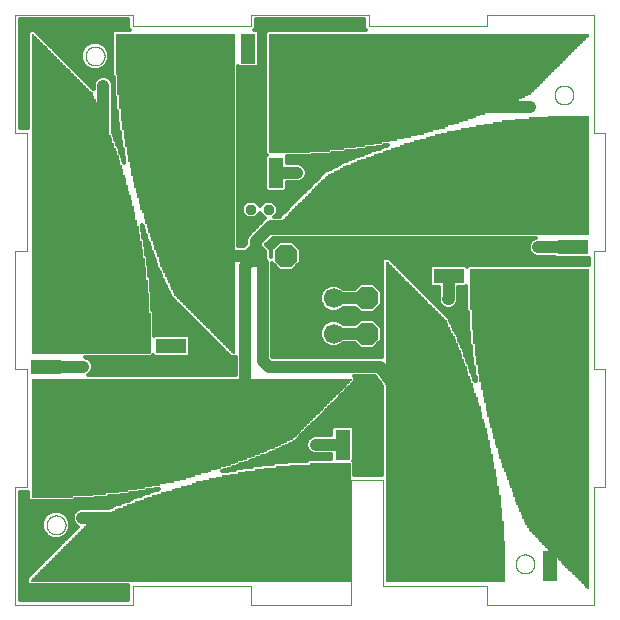
<source format=gtl>
G75*
%MOIN*%
%OFA0B0*%
%FSLAX25Y25*%
%IPPOS*%
%LPD*%
%AMOC8*
5,1,8,0,0,1.08239X$1,22.5*
%
%ADD10C,0.00004*%
%ADD11C,0.00000*%
%ADD12R,0.05000X0.02500*%
%ADD13C,0.00256*%
%ADD14R,0.02500X0.05000*%
%ADD15R,0.10000X0.05000*%
%ADD16R,0.05000X0.10000*%
%ADD17OC8,0.07600*%
%ADD18C,0.06693*%
%ADD19C,0.03937*%
%ADD20C,0.01200*%
%ADD21OC8,0.03562*%
%ADD22C,0.01600*%
%ADD23C,0.03562*%
%ADD24C,0.01181*%
%ADD25C,0.02381*%
D10*
X0001591Y0001591D02*
X0040961Y0001591D01*
X0040961Y0007890D01*
X0080331Y0007890D01*
X0080331Y0001591D01*
X0113795Y0001591D01*
X0113795Y0043323D01*
X0124425Y0043323D01*
X0124425Y0007890D01*
X0159071Y0007890D01*
X0159071Y0001591D01*
X0194504Y0001591D01*
X0194504Y0040961D01*
X0198441Y0040961D01*
X0198441Y0080331D01*
X0194504Y0080331D01*
X0194504Y0119701D01*
X0198441Y0119701D01*
X0198441Y0159071D01*
X0194504Y0159071D01*
X0194504Y0198441D01*
X0159071Y0198441D01*
X0159071Y0194504D01*
X0119701Y0194504D01*
X0119701Y0198441D01*
X0080331Y0198441D01*
X0080331Y0194504D01*
X0040961Y0194504D01*
X0040961Y0198441D01*
X0001591Y0198441D01*
X0001591Y0159071D01*
X0005528Y0159071D01*
X0005528Y0119701D01*
X0001591Y0119701D01*
X0001591Y0080331D01*
X0005528Y0080331D01*
X0005528Y0040961D01*
X0001591Y0040961D01*
X0001591Y0001591D01*
D11*
X0012220Y0028362D02*
X0012222Y0028474D01*
X0012228Y0028585D01*
X0012238Y0028697D01*
X0012252Y0028808D01*
X0012269Y0028918D01*
X0012291Y0029028D01*
X0012317Y0029137D01*
X0012346Y0029245D01*
X0012379Y0029351D01*
X0012416Y0029457D01*
X0012457Y0029561D01*
X0012502Y0029664D01*
X0012550Y0029765D01*
X0012601Y0029864D01*
X0012656Y0029961D01*
X0012715Y0030056D01*
X0012776Y0030150D01*
X0012841Y0030241D01*
X0012910Y0030329D01*
X0012981Y0030415D01*
X0013055Y0030499D01*
X0013133Y0030579D01*
X0013213Y0030657D01*
X0013296Y0030733D01*
X0013381Y0030805D01*
X0013469Y0030874D01*
X0013559Y0030940D01*
X0013652Y0031002D01*
X0013747Y0031062D01*
X0013844Y0031118D01*
X0013942Y0031170D01*
X0014043Y0031219D01*
X0014145Y0031264D01*
X0014249Y0031306D01*
X0014354Y0031344D01*
X0014461Y0031378D01*
X0014568Y0031408D01*
X0014677Y0031435D01*
X0014786Y0031457D01*
X0014897Y0031476D01*
X0015007Y0031491D01*
X0015119Y0031502D01*
X0015230Y0031509D01*
X0015342Y0031512D01*
X0015454Y0031511D01*
X0015566Y0031506D01*
X0015677Y0031497D01*
X0015788Y0031484D01*
X0015899Y0031467D01*
X0016009Y0031447D01*
X0016118Y0031422D01*
X0016226Y0031394D01*
X0016333Y0031361D01*
X0016439Y0031325D01*
X0016543Y0031285D01*
X0016646Y0031242D01*
X0016748Y0031195D01*
X0016847Y0031144D01*
X0016945Y0031090D01*
X0017041Y0031032D01*
X0017135Y0030971D01*
X0017226Y0030907D01*
X0017315Y0030840D01*
X0017402Y0030769D01*
X0017486Y0030695D01*
X0017568Y0030619D01*
X0017646Y0030539D01*
X0017722Y0030457D01*
X0017795Y0030372D01*
X0017865Y0030285D01*
X0017931Y0030195D01*
X0017995Y0030103D01*
X0018055Y0030009D01*
X0018112Y0029913D01*
X0018165Y0029814D01*
X0018215Y0029714D01*
X0018261Y0029613D01*
X0018304Y0029509D01*
X0018343Y0029404D01*
X0018378Y0029298D01*
X0018409Y0029191D01*
X0018437Y0029082D01*
X0018460Y0028973D01*
X0018480Y0028863D01*
X0018496Y0028752D01*
X0018508Y0028641D01*
X0018516Y0028530D01*
X0018520Y0028418D01*
X0018520Y0028306D01*
X0018516Y0028194D01*
X0018508Y0028083D01*
X0018496Y0027972D01*
X0018480Y0027861D01*
X0018460Y0027751D01*
X0018437Y0027642D01*
X0018409Y0027533D01*
X0018378Y0027426D01*
X0018343Y0027320D01*
X0018304Y0027215D01*
X0018261Y0027111D01*
X0018215Y0027010D01*
X0018165Y0026910D01*
X0018112Y0026811D01*
X0018055Y0026715D01*
X0017995Y0026621D01*
X0017931Y0026529D01*
X0017865Y0026439D01*
X0017795Y0026352D01*
X0017722Y0026267D01*
X0017646Y0026185D01*
X0017568Y0026105D01*
X0017486Y0026029D01*
X0017402Y0025955D01*
X0017315Y0025884D01*
X0017226Y0025817D01*
X0017135Y0025753D01*
X0017041Y0025692D01*
X0016945Y0025634D01*
X0016847Y0025580D01*
X0016748Y0025529D01*
X0016646Y0025482D01*
X0016543Y0025439D01*
X0016439Y0025399D01*
X0016333Y0025363D01*
X0016226Y0025330D01*
X0016118Y0025302D01*
X0016009Y0025277D01*
X0015899Y0025257D01*
X0015788Y0025240D01*
X0015677Y0025227D01*
X0015566Y0025218D01*
X0015454Y0025213D01*
X0015342Y0025212D01*
X0015230Y0025215D01*
X0015119Y0025222D01*
X0015007Y0025233D01*
X0014897Y0025248D01*
X0014786Y0025267D01*
X0014677Y0025289D01*
X0014568Y0025316D01*
X0014461Y0025346D01*
X0014354Y0025380D01*
X0014249Y0025418D01*
X0014145Y0025460D01*
X0014043Y0025505D01*
X0013942Y0025554D01*
X0013844Y0025606D01*
X0013747Y0025662D01*
X0013652Y0025722D01*
X0013559Y0025784D01*
X0013469Y0025850D01*
X0013381Y0025919D01*
X0013296Y0025991D01*
X0013213Y0026067D01*
X0013133Y0026145D01*
X0013055Y0026225D01*
X0012981Y0026309D01*
X0012910Y0026395D01*
X0012841Y0026483D01*
X0012776Y0026574D01*
X0012715Y0026668D01*
X0012656Y0026763D01*
X0012601Y0026860D01*
X0012550Y0026959D01*
X0012502Y0027060D01*
X0012457Y0027163D01*
X0012416Y0027267D01*
X0012379Y0027373D01*
X0012346Y0027479D01*
X0012317Y0027587D01*
X0012291Y0027696D01*
X0012269Y0027806D01*
X0012252Y0027916D01*
X0012238Y0028027D01*
X0012228Y0028139D01*
X0012222Y0028250D01*
X0012220Y0028362D01*
X0105921Y0092142D02*
X0105923Y0092230D01*
X0105929Y0092318D01*
X0105939Y0092406D01*
X0105953Y0092494D01*
X0105970Y0092580D01*
X0105992Y0092666D01*
X0106017Y0092750D01*
X0106047Y0092834D01*
X0106079Y0092916D01*
X0106116Y0092996D01*
X0106156Y0093075D01*
X0106200Y0093152D01*
X0106247Y0093227D01*
X0106297Y0093299D01*
X0106351Y0093370D01*
X0106407Y0093437D01*
X0106467Y0093503D01*
X0106529Y0093565D01*
X0106595Y0093625D01*
X0106662Y0093681D01*
X0106733Y0093735D01*
X0106805Y0093785D01*
X0106880Y0093832D01*
X0106957Y0093876D01*
X0107036Y0093916D01*
X0107116Y0093953D01*
X0107198Y0093985D01*
X0107282Y0094015D01*
X0107366Y0094040D01*
X0107452Y0094062D01*
X0107538Y0094079D01*
X0107626Y0094093D01*
X0107714Y0094103D01*
X0107802Y0094109D01*
X0107890Y0094111D01*
X0107978Y0094109D01*
X0108066Y0094103D01*
X0108154Y0094093D01*
X0108242Y0094079D01*
X0108328Y0094062D01*
X0108414Y0094040D01*
X0108498Y0094015D01*
X0108582Y0093985D01*
X0108664Y0093953D01*
X0108744Y0093916D01*
X0108823Y0093876D01*
X0108900Y0093832D01*
X0108975Y0093785D01*
X0109047Y0093735D01*
X0109118Y0093681D01*
X0109185Y0093625D01*
X0109251Y0093565D01*
X0109313Y0093503D01*
X0109373Y0093437D01*
X0109429Y0093370D01*
X0109483Y0093299D01*
X0109533Y0093227D01*
X0109580Y0093152D01*
X0109624Y0093075D01*
X0109664Y0092996D01*
X0109701Y0092916D01*
X0109733Y0092834D01*
X0109763Y0092750D01*
X0109788Y0092666D01*
X0109810Y0092580D01*
X0109827Y0092494D01*
X0109841Y0092406D01*
X0109851Y0092318D01*
X0109857Y0092230D01*
X0109859Y0092142D01*
X0109857Y0092054D01*
X0109851Y0091966D01*
X0109841Y0091878D01*
X0109827Y0091790D01*
X0109810Y0091704D01*
X0109788Y0091618D01*
X0109763Y0091534D01*
X0109733Y0091450D01*
X0109701Y0091368D01*
X0109664Y0091288D01*
X0109624Y0091209D01*
X0109580Y0091132D01*
X0109533Y0091057D01*
X0109483Y0090985D01*
X0109429Y0090914D01*
X0109373Y0090847D01*
X0109313Y0090781D01*
X0109251Y0090719D01*
X0109185Y0090659D01*
X0109118Y0090603D01*
X0109047Y0090549D01*
X0108975Y0090499D01*
X0108900Y0090452D01*
X0108823Y0090408D01*
X0108744Y0090368D01*
X0108664Y0090331D01*
X0108582Y0090299D01*
X0108498Y0090269D01*
X0108414Y0090244D01*
X0108328Y0090222D01*
X0108242Y0090205D01*
X0108154Y0090191D01*
X0108066Y0090181D01*
X0107978Y0090175D01*
X0107890Y0090173D01*
X0107802Y0090175D01*
X0107714Y0090181D01*
X0107626Y0090191D01*
X0107538Y0090205D01*
X0107452Y0090222D01*
X0107366Y0090244D01*
X0107282Y0090269D01*
X0107198Y0090299D01*
X0107116Y0090331D01*
X0107036Y0090368D01*
X0106957Y0090408D01*
X0106880Y0090452D01*
X0106805Y0090499D01*
X0106733Y0090549D01*
X0106662Y0090603D01*
X0106595Y0090659D01*
X0106529Y0090719D01*
X0106467Y0090781D01*
X0106407Y0090847D01*
X0106351Y0090914D01*
X0106297Y0090985D01*
X0106247Y0091057D01*
X0106200Y0091132D01*
X0106156Y0091209D01*
X0106116Y0091288D01*
X0106079Y0091368D01*
X0106047Y0091450D01*
X0106017Y0091534D01*
X0105992Y0091618D01*
X0105970Y0091704D01*
X0105953Y0091790D01*
X0105939Y0091878D01*
X0105929Y0091966D01*
X0105923Y0092054D01*
X0105921Y0092142D01*
X0105921Y0103953D02*
X0105923Y0104041D01*
X0105929Y0104129D01*
X0105939Y0104217D01*
X0105953Y0104305D01*
X0105970Y0104391D01*
X0105992Y0104477D01*
X0106017Y0104561D01*
X0106047Y0104645D01*
X0106079Y0104727D01*
X0106116Y0104807D01*
X0106156Y0104886D01*
X0106200Y0104963D01*
X0106247Y0105038D01*
X0106297Y0105110D01*
X0106351Y0105181D01*
X0106407Y0105248D01*
X0106467Y0105314D01*
X0106529Y0105376D01*
X0106595Y0105436D01*
X0106662Y0105492D01*
X0106733Y0105546D01*
X0106805Y0105596D01*
X0106880Y0105643D01*
X0106957Y0105687D01*
X0107036Y0105727D01*
X0107116Y0105764D01*
X0107198Y0105796D01*
X0107282Y0105826D01*
X0107366Y0105851D01*
X0107452Y0105873D01*
X0107538Y0105890D01*
X0107626Y0105904D01*
X0107714Y0105914D01*
X0107802Y0105920D01*
X0107890Y0105922D01*
X0107978Y0105920D01*
X0108066Y0105914D01*
X0108154Y0105904D01*
X0108242Y0105890D01*
X0108328Y0105873D01*
X0108414Y0105851D01*
X0108498Y0105826D01*
X0108582Y0105796D01*
X0108664Y0105764D01*
X0108744Y0105727D01*
X0108823Y0105687D01*
X0108900Y0105643D01*
X0108975Y0105596D01*
X0109047Y0105546D01*
X0109118Y0105492D01*
X0109185Y0105436D01*
X0109251Y0105376D01*
X0109313Y0105314D01*
X0109373Y0105248D01*
X0109429Y0105181D01*
X0109483Y0105110D01*
X0109533Y0105038D01*
X0109580Y0104963D01*
X0109624Y0104886D01*
X0109664Y0104807D01*
X0109701Y0104727D01*
X0109733Y0104645D01*
X0109763Y0104561D01*
X0109788Y0104477D01*
X0109810Y0104391D01*
X0109827Y0104305D01*
X0109841Y0104217D01*
X0109851Y0104129D01*
X0109857Y0104041D01*
X0109859Y0103953D01*
X0109857Y0103865D01*
X0109851Y0103777D01*
X0109841Y0103689D01*
X0109827Y0103601D01*
X0109810Y0103515D01*
X0109788Y0103429D01*
X0109763Y0103345D01*
X0109733Y0103261D01*
X0109701Y0103179D01*
X0109664Y0103099D01*
X0109624Y0103020D01*
X0109580Y0102943D01*
X0109533Y0102868D01*
X0109483Y0102796D01*
X0109429Y0102725D01*
X0109373Y0102658D01*
X0109313Y0102592D01*
X0109251Y0102530D01*
X0109185Y0102470D01*
X0109118Y0102414D01*
X0109047Y0102360D01*
X0108975Y0102310D01*
X0108900Y0102263D01*
X0108823Y0102219D01*
X0108744Y0102179D01*
X0108664Y0102142D01*
X0108582Y0102110D01*
X0108498Y0102080D01*
X0108414Y0102055D01*
X0108328Y0102033D01*
X0108242Y0102016D01*
X0108154Y0102002D01*
X0108066Y0101992D01*
X0107978Y0101986D01*
X0107890Y0101984D01*
X0107802Y0101986D01*
X0107714Y0101992D01*
X0107626Y0102002D01*
X0107538Y0102016D01*
X0107452Y0102033D01*
X0107366Y0102055D01*
X0107282Y0102080D01*
X0107198Y0102110D01*
X0107116Y0102142D01*
X0107036Y0102179D01*
X0106957Y0102219D01*
X0106880Y0102263D01*
X0106805Y0102310D01*
X0106733Y0102360D01*
X0106662Y0102414D01*
X0106595Y0102470D01*
X0106529Y0102530D01*
X0106467Y0102592D01*
X0106407Y0102658D01*
X0106351Y0102725D01*
X0106297Y0102796D01*
X0106247Y0102868D01*
X0106200Y0102943D01*
X0106156Y0103020D01*
X0106116Y0103099D01*
X0106079Y0103179D01*
X0106047Y0103261D01*
X0106017Y0103345D01*
X0105992Y0103429D01*
X0105970Y0103515D01*
X0105953Y0103601D01*
X0105939Y0103689D01*
X0105929Y0103777D01*
X0105923Y0103865D01*
X0105921Y0103953D01*
X0181511Y0171669D02*
X0181513Y0171781D01*
X0181519Y0171892D01*
X0181529Y0172004D01*
X0181543Y0172115D01*
X0181560Y0172225D01*
X0181582Y0172335D01*
X0181608Y0172444D01*
X0181637Y0172552D01*
X0181670Y0172658D01*
X0181707Y0172764D01*
X0181748Y0172868D01*
X0181793Y0172971D01*
X0181841Y0173072D01*
X0181892Y0173171D01*
X0181947Y0173268D01*
X0182006Y0173363D01*
X0182067Y0173457D01*
X0182132Y0173548D01*
X0182201Y0173636D01*
X0182272Y0173722D01*
X0182346Y0173806D01*
X0182424Y0173886D01*
X0182504Y0173964D01*
X0182587Y0174040D01*
X0182672Y0174112D01*
X0182760Y0174181D01*
X0182850Y0174247D01*
X0182943Y0174309D01*
X0183038Y0174369D01*
X0183135Y0174425D01*
X0183233Y0174477D01*
X0183334Y0174526D01*
X0183436Y0174571D01*
X0183540Y0174613D01*
X0183645Y0174651D01*
X0183752Y0174685D01*
X0183859Y0174715D01*
X0183968Y0174742D01*
X0184077Y0174764D01*
X0184188Y0174783D01*
X0184298Y0174798D01*
X0184410Y0174809D01*
X0184521Y0174816D01*
X0184633Y0174819D01*
X0184745Y0174818D01*
X0184857Y0174813D01*
X0184968Y0174804D01*
X0185079Y0174791D01*
X0185190Y0174774D01*
X0185300Y0174754D01*
X0185409Y0174729D01*
X0185517Y0174701D01*
X0185624Y0174668D01*
X0185730Y0174632D01*
X0185834Y0174592D01*
X0185937Y0174549D01*
X0186039Y0174502D01*
X0186138Y0174451D01*
X0186236Y0174397D01*
X0186332Y0174339D01*
X0186426Y0174278D01*
X0186517Y0174214D01*
X0186606Y0174147D01*
X0186693Y0174076D01*
X0186777Y0174002D01*
X0186859Y0173926D01*
X0186937Y0173846D01*
X0187013Y0173764D01*
X0187086Y0173679D01*
X0187156Y0173592D01*
X0187222Y0173502D01*
X0187286Y0173410D01*
X0187346Y0173316D01*
X0187403Y0173220D01*
X0187456Y0173121D01*
X0187506Y0173021D01*
X0187552Y0172920D01*
X0187595Y0172816D01*
X0187634Y0172711D01*
X0187669Y0172605D01*
X0187700Y0172498D01*
X0187728Y0172389D01*
X0187751Y0172280D01*
X0187771Y0172170D01*
X0187787Y0172059D01*
X0187799Y0171948D01*
X0187807Y0171837D01*
X0187811Y0171725D01*
X0187811Y0171613D01*
X0187807Y0171501D01*
X0187799Y0171390D01*
X0187787Y0171279D01*
X0187771Y0171168D01*
X0187751Y0171058D01*
X0187728Y0170949D01*
X0187700Y0170840D01*
X0187669Y0170733D01*
X0187634Y0170627D01*
X0187595Y0170522D01*
X0187552Y0170418D01*
X0187506Y0170317D01*
X0187456Y0170217D01*
X0187403Y0170118D01*
X0187346Y0170022D01*
X0187286Y0169928D01*
X0187222Y0169836D01*
X0187156Y0169746D01*
X0187086Y0169659D01*
X0187013Y0169574D01*
X0186937Y0169492D01*
X0186859Y0169412D01*
X0186777Y0169336D01*
X0186693Y0169262D01*
X0186606Y0169191D01*
X0186517Y0169124D01*
X0186426Y0169060D01*
X0186332Y0168999D01*
X0186236Y0168941D01*
X0186138Y0168887D01*
X0186039Y0168836D01*
X0185937Y0168789D01*
X0185834Y0168746D01*
X0185730Y0168706D01*
X0185624Y0168670D01*
X0185517Y0168637D01*
X0185409Y0168609D01*
X0185300Y0168584D01*
X0185190Y0168564D01*
X0185079Y0168547D01*
X0184968Y0168534D01*
X0184857Y0168525D01*
X0184745Y0168520D01*
X0184633Y0168519D01*
X0184521Y0168522D01*
X0184410Y0168529D01*
X0184298Y0168540D01*
X0184188Y0168555D01*
X0184077Y0168574D01*
X0183968Y0168596D01*
X0183859Y0168623D01*
X0183752Y0168653D01*
X0183645Y0168687D01*
X0183540Y0168725D01*
X0183436Y0168767D01*
X0183334Y0168812D01*
X0183233Y0168861D01*
X0183135Y0168913D01*
X0183038Y0168969D01*
X0182943Y0169029D01*
X0182850Y0169091D01*
X0182760Y0169157D01*
X0182672Y0169226D01*
X0182587Y0169298D01*
X0182504Y0169374D01*
X0182424Y0169452D01*
X0182346Y0169532D01*
X0182272Y0169616D01*
X0182201Y0169702D01*
X0182132Y0169790D01*
X0182067Y0169881D01*
X0182006Y0169975D01*
X0181947Y0170070D01*
X0181892Y0170167D01*
X0181841Y0170266D01*
X0181793Y0170367D01*
X0181748Y0170470D01*
X0181707Y0170574D01*
X0181670Y0170680D01*
X0181637Y0170786D01*
X0181608Y0170894D01*
X0181582Y0171003D01*
X0181560Y0171113D01*
X0181543Y0171223D01*
X0181529Y0171334D01*
X0181519Y0171446D01*
X0181513Y0171557D01*
X0181511Y0171669D01*
X0025212Y0184661D02*
X0025214Y0184773D01*
X0025220Y0184884D01*
X0025230Y0184996D01*
X0025244Y0185107D01*
X0025261Y0185217D01*
X0025283Y0185327D01*
X0025309Y0185436D01*
X0025338Y0185544D01*
X0025371Y0185650D01*
X0025408Y0185756D01*
X0025449Y0185860D01*
X0025494Y0185963D01*
X0025542Y0186064D01*
X0025593Y0186163D01*
X0025648Y0186260D01*
X0025707Y0186355D01*
X0025768Y0186449D01*
X0025833Y0186540D01*
X0025902Y0186628D01*
X0025973Y0186714D01*
X0026047Y0186798D01*
X0026125Y0186878D01*
X0026205Y0186956D01*
X0026288Y0187032D01*
X0026373Y0187104D01*
X0026461Y0187173D01*
X0026551Y0187239D01*
X0026644Y0187301D01*
X0026739Y0187361D01*
X0026836Y0187417D01*
X0026934Y0187469D01*
X0027035Y0187518D01*
X0027137Y0187563D01*
X0027241Y0187605D01*
X0027346Y0187643D01*
X0027453Y0187677D01*
X0027560Y0187707D01*
X0027669Y0187734D01*
X0027778Y0187756D01*
X0027889Y0187775D01*
X0027999Y0187790D01*
X0028111Y0187801D01*
X0028222Y0187808D01*
X0028334Y0187811D01*
X0028446Y0187810D01*
X0028558Y0187805D01*
X0028669Y0187796D01*
X0028780Y0187783D01*
X0028891Y0187766D01*
X0029001Y0187746D01*
X0029110Y0187721D01*
X0029218Y0187693D01*
X0029325Y0187660D01*
X0029431Y0187624D01*
X0029535Y0187584D01*
X0029638Y0187541D01*
X0029740Y0187494D01*
X0029839Y0187443D01*
X0029937Y0187389D01*
X0030033Y0187331D01*
X0030127Y0187270D01*
X0030218Y0187206D01*
X0030307Y0187139D01*
X0030394Y0187068D01*
X0030478Y0186994D01*
X0030560Y0186918D01*
X0030638Y0186838D01*
X0030714Y0186756D01*
X0030787Y0186671D01*
X0030857Y0186584D01*
X0030923Y0186494D01*
X0030987Y0186402D01*
X0031047Y0186308D01*
X0031104Y0186212D01*
X0031157Y0186113D01*
X0031207Y0186013D01*
X0031253Y0185912D01*
X0031296Y0185808D01*
X0031335Y0185703D01*
X0031370Y0185597D01*
X0031401Y0185490D01*
X0031429Y0185381D01*
X0031452Y0185272D01*
X0031472Y0185162D01*
X0031488Y0185051D01*
X0031500Y0184940D01*
X0031508Y0184829D01*
X0031512Y0184717D01*
X0031512Y0184605D01*
X0031508Y0184493D01*
X0031500Y0184382D01*
X0031488Y0184271D01*
X0031472Y0184160D01*
X0031452Y0184050D01*
X0031429Y0183941D01*
X0031401Y0183832D01*
X0031370Y0183725D01*
X0031335Y0183619D01*
X0031296Y0183514D01*
X0031253Y0183410D01*
X0031207Y0183309D01*
X0031157Y0183209D01*
X0031104Y0183110D01*
X0031047Y0183014D01*
X0030987Y0182920D01*
X0030923Y0182828D01*
X0030857Y0182738D01*
X0030787Y0182651D01*
X0030714Y0182566D01*
X0030638Y0182484D01*
X0030560Y0182404D01*
X0030478Y0182328D01*
X0030394Y0182254D01*
X0030307Y0182183D01*
X0030218Y0182116D01*
X0030127Y0182052D01*
X0030033Y0181991D01*
X0029937Y0181933D01*
X0029839Y0181879D01*
X0029740Y0181828D01*
X0029638Y0181781D01*
X0029535Y0181738D01*
X0029431Y0181698D01*
X0029325Y0181662D01*
X0029218Y0181629D01*
X0029110Y0181601D01*
X0029001Y0181576D01*
X0028891Y0181556D01*
X0028780Y0181539D01*
X0028669Y0181526D01*
X0028558Y0181517D01*
X0028446Y0181512D01*
X0028334Y0181511D01*
X0028222Y0181514D01*
X0028111Y0181521D01*
X0027999Y0181532D01*
X0027889Y0181547D01*
X0027778Y0181566D01*
X0027669Y0181588D01*
X0027560Y0181615D01*
X0027453Y0181645D01*
X0027346Y0181679D01*
X0027241Y0181717D01*
X0027137Y0181759D01*
X0027035Y0181804D01*
X0026934Y0181853D01*
X0026836Y0181905D01*
X0026739Y0181961D01*
X0026644Y0182021D01*
X0026551Y0182083D01*
X0026461Y0182149D01*
X0026373Y0182218D01*
X0026288Y0182290D01*
X0026205Y0182366D01*
X0026125Y0182444D01*
X0026047Y0182524D01*
X0025973Y0182608D01*
X0025902Y0182694D01*
X0025833Y0182782D01*
X0025768Y0182873D01*
X0025707Y0182967D01*
X0025648Y0183062D01*
X0025593Y0183159D01*
X0025542Y0183258D01*
X0025494Y0183359D01*
X0025449Y0183462D01*
X0025408Y0183566D01*
X0025371Y0183672D01*
X0025338Y0183778D01*
X0025309Y0183886D01*
X0025283Y0183995D01*
X0025261Y0184105D01*
X0025244Y0184215D01*
X0025230Y0184326D01*
X0025220Y0184438D01*
X0025214Y0184549D01*
X0025212Y0184661D01*
X0168519Y0015370D02*
X0168521Y0015482D01*
X0168527Y0015593D01*
X0168537Y0015705D01*
X0168551Y0015816D01*
X0168568Y0015926D01*
X0168590Y0016036D01*
X0168616Y0016145D01*
X0168645Y0016253D01*
X0168678Y0016359D01*
X0168715Y0016465D01*
X0168756Y0016569D01*
X0168801Y0016672D01*
X0168849Y0016773D01*
X0168900Y0016872D01*
X0168955Y0016969D01*
X0169014Y0017064D01*
X0169075Y0017158D01*
X0169140Y0017249D01*
X0169209Y0017337D01*
X0169280Y0017423D01*
X0169354Y0017507D01*
X0169432Y0017587D01*
X0169512Y0017665D01*
X0169595Y0017741D01*
X0169680Y0017813D01*
X0169768Y0017882D01*
X0169858Y0017948D01*
X0169951Y0018010D01*
X0170046Y0018070D01*
X0170143Y0018126D01*
X0170241Y0018178D01*
X0170342Y0018227D01*
X0170444Y0018272D01*
X0170548Y0018314D01*
X0170653Y0018352D01*
X0170760Y0018386D01*
X0170867Y0018416D01*
X0170976Y0018443D01*
X0171085Y0018465D01*
X0171196Y0018484D01*
X0171306Y0018499D01*
X0171418Y0018510D01*
X0171529Y0018517D01*
X0171641Y0018520D01*
X0171753Y0018519D01*
X0171865Y0018514D01*
X0171976Y0018505D01*
X0172087Y0018492D01*
X0172198Y0018475D01*
X0172308Y0018455D01*
X0172417Y0018430D01*
X0172525Y0018402D01*
X0172632Y0018369D01*
X0172738Y0018333D01*
X0172842Y0018293D01*
X0172945Y0018250D01*
X0173047Y0018203D01*
X0173146Y0018152D01*
X0173244Y0018098D01*
X0173340Y0018040D01*
X0173434Y0017979D01*
X0173525Y0017915D01*
X0173614Y0017848D01*
X0173701Y0017777D01*
X0173785Y0017703D01*
X0173867Y0017627D01*
X0173945Y0017547D01*
X0174021Y0017465D01*
X0174094Y0017380D01*
X0174164Y0017293D01*
X0174230Y0017203D01*
X0174294Y0017111D01*
X0174354Y0017017D01*
X0174411Y0016921D01*
X0174464Y0016822D01*
X0174514Y0016722D01*
X0174560Y0016621D01*
X0174603Y0016517D01*
X0174642Y0016412D01*
X0174677Y0016306D01*
X0174708Y0016199D01*
X0174736Y0016090D01*
X0174759Y0015981D01*
X0174779Y0015871D01*
X0174795Y0015760D01*
X0174807Y0015649D01*
X0174815Y0015538D01*
X0174819Y0015426D01*
X0174819Y0015314D01*
X0174815Y0015202D01*
X0174807Y0015091D01*
X0174795Y0014980D01*
X0174779Y0014869D01*
X0174759Y0014759D01*
X0174736Y0014650D01*
X0174708Y0014541D01*
X0174677Y0014434D01*
X0174642Y0014328D01*
X0174603Y0014223D01*
X0174560Y0014119D01*
X0174514Y0014018D01*
X0174464Y0013918D01*
X0174411Y0013819D01*
X0174354Y0013723D01*
X0174294Y0013629D01*
X0174230Y0013537D01*
X0174164Y0013447D01*
X0174094Y0013360D01*
X0174021Y0013275D01*
X0173945Y0013193D01*
X0173867Y0013113D01*
X0173785Y0013037D01*
X0173701Y0012963D01*
X0173614Y0012892D01*
X0173525Y0012825D01*
X0173434Y0012761D01*
X0173340Y0012700D01*
X0173244Y0012642D01*
X0173146Y0012588D01*
X0173047Y0012537D01*
X0172945Y0012490D01*
X0172842Y0012447D01*
X0172738Y0012407D01*
X0172632Y0012371D01*
X0172525Y0012338D01*
X0172417Y0012310D01*
X0172308Y0012285D01*
X0172198Y0012265D01*
X0172087Y0012248D01*
X0171976Y0012235D01*
X0171865Y0012226D01*
X0171753Y0012221D01*
X0171641Y0012220D01*
X0171529Y0012223D01*
X0171418Y0012230D01*
X0171306Y0012241D01*
X0171196Y0012256D01*
X0171085Y0012275D01*
X0170976Y0012297D01*
X0170867Y0012324D01*
X0170760Y0012354D01*
X0170653Y0012388D01*
X0170548Y0012426D01*
X0170444Y0012468D01*
X0170342Y0012513D01*
X0170241Y0012562D01*
X0170143Y0012614D01*
X0170046Y0012670D01*
X0169951Y0012730D01*
X0169858Y0012792D01*
X0169768Y0012858D01*
X0169680Y0012927D01*
X0169595Y0012999D01*
X0169512Y0013075D01*
X0169432Y0013153D01*
X0169354Y0013233D01*
X0169280Y0013317D01*
X0169209Y0013403D01*
X0169140Y0013491D01*
X0169075Y0013582D01*
X0169014Y0013676D01*
X0168955Y0013771D01*
X0168900Y0013868D01*
X0168849Y0013967D01*
X0168801Y0014068D01*
X0168756Y0014171D01*
X0168715Y0014275D01*
X0168678Y0014381D01*
X0168645Y0014487D01*
X0168616Y0014595D01*
X0168590Y0014704D01*
X0168568Y0014814D01*
X0168551Y0014924D01*
X0168537Y0015035D01*
X0168527Y0015147D01*
X0168521Y0015258D01*
X0168519Y0015370D01*
D12*
X0127907Y0010881D03*
X0190235Y0112379D03*
X0072124Y0190725D03*
X0009797Y0086865D03*
D13*
X0007240Y0086988D02*
X0046610Y0086988D01*
X0046610Y0087242D02*
X0007240Y0087242D01*
X0007240Y0087496D02*
X0046610Y0087496D01*
X0046610Y0087750D02*
X0007240Y0087750D01*
X0007240Y0088004D02*
X0046610Y0088004D01*
X0046610Y0088259D02*
X0007240Y0088259D01*
X0007240Y0088513D02*
X0046610Y0088513D01*
X0046610Y0088767D02*
X0007240Y0088767D01*
X0007240Y0089021D02*
X0046610Y0089021D01*
X0046610Y0089275D02*
X0007240Y0089275D01*
X0007240Y0089529D02*
X0046610Y0089529D01*
X0046610Y0089784D02*
X0007240Y0089784D01*
X0007240Y0090038D02*
X0046610Y0090038D01*
X0046610Y0090292D02*
X0007240Y0090292D01*
X0007240Y0090546D02*
X0046610Y0090546D01*
X0046610Y0090800D02*
X0007240Y0090800D01*
X0007240Y0091054D02*
X0046610Y0091054D01*
X0046610Y0091308D02*
X0007240Y0091308D01*
X0007240Y0091563D02*
X0046610Y0091563D01*
X0046610Y0091817D02*
X0007240Y0091817D01*
X0007240Y0092071D02*
X0046610Y0092071D01*
X0046610Y0092325D02*
X0007240Y0092325D01*
X0007240Y0092579D02*
X0046610Y0092579D01*
X0046610Y0092833D02*
X0007240Y0092833D01*
X0007240Y0093088D02*
X0046610Y0093088D01*
X0046610Y0093342D02*
X0007240Y0093342D01*
X0007240Y0093596D02*
X0046610Y0093596D01*
X0046610Y0093850D02*
X0007240Y0093850D01*
X0007240Y0094104D02*
X0046610Y0094104D01*
X0046610Y0094358D02*
X0007240Y0094358D01*
X0007240Y0094613D02*
X0046610Y0094613D01*
X0046610Y0094867D02*
X0007240Y0094867D01*
X0007240Y0095121D02*
X0046610Y0095121D01*
X0046610Y0095375D02*
X0007240Y0095375D01*
X0007240Y0095629D02*
X0046610Y0095629D01*
X0046610Y0095883D02*
X0007240Y0095883D01*
X0007240Y0096137D02*
X0046610Y0096137D01*
X0046610Y0096392D02*
X0007240Y0096392D01*
X0007240Y0096646D02*
X0046610Y0096646D01*
X0046610Y0096900D02*
X0007240Y0096900D01*
X0007240Y0097154D02*
X0046610Y0097154D01*
X0046610Y0097408D02*
X0007240Y0097408D01*
X0007240Y0097662D02*
X0046610Y0097662D01*
X0046610Y0097917D02*
X0007240Y0097917D01*
X0007240Y0098171D02*
X0046610Y0098171D01*
X0046610Y0098425D02*
X0007240Y0098425D01*
X0007240Y0098679D02*
X0046610Y0098679D01*
X0046610Y0098881D02*
X0046099Y0098881D01*
X0046099Y0105528D01*
X0045588Y0105528D01*
X0045588Y0110129D01*
X0045077Y0110129D01*
X0045077Y0114220D01*
X0044565Y0114220D01*
X0044565Y0117287D01*
X0044054Y0117287D01*
X0044054Y0120355D01*
X0043543Y0120355D01*
X0043543Y0122912D01*
X0043031Y0122912D01*
X0043031Y0125468D01*
X0042520Y0125468D01*
X0042520Y0128025D01*
X0042009Y0128025D01*
X0042009Y0130070D01*
X0041497Y0130070D01*
X0041497Y0132626D01*
X0040986Y0132626D01*
X0040986Y0134672D01*
X0040475Y0134672D01*
X0040475Y0136717D01*
X0039964Y0136717D01*
X0039964Y0138251D01*
X0039452Y0138251D01*
X0039452Y0139785D01*
X0038941Y0139785D01*
X0038941Y0141830D01*
X0038430Y0141830D01*
X0038430Y0143875D01*
X0037918Y0143875D01*
X0037918Y0144898D01*
X0037407Y0144898D01*
X0037407Y0146943D01*
X0036896Y0146943D01*
X0036896Y0148477D01*
X0036384Y0148477D01*
X0036384Y0150011D01*
X0035873Y0150011D01*
X0035873Y0151545D01*
X0035362Y0151545D01*
X0035362Y0153078D01*
X0034851Y0153078D01*
X0034851Y0154101D01*
X0034339Y0154101D01*
X0034339Y0155635D01*
X0033828Y0155635D01*
X0033828Y0157169D01*
X0033317Y0157169D01*
X0033317Y0158191D01*
X0032805Y0158191D01*
X0032805Y0159725D01*
X0032294Y0159725D01*
X0032294Y0161259D01*
X0031783Y0161259D01*
X0031783Y0162793D01*
X0031271Y0162793D01*
X0031271Y0163816D01*
X0030760Y0163816D01*
X0030760Y0164838D01*
X0030249Y0164838D01*
X0030249Y0166372D01*
X0029738Y0166372D01*
X0029738Y0167395D01*
X0029226Y0167395D01*
X0029226Y0168417D01*
X0028715Y0168417D01*
X0028715Y0169440D01*
X0028204Y0169440D01*
X0028204Y0170463D01*
X0027692Y0170463D01*
X0027692Y0171485D01*
X0027181Y0171485D01*
X0027181Y0172508D01*
X0026670Y0172508D01*
X0026670Y0173019D01*
X0026159Y0173019D01*
X0026159Y0173530D01*
X0025647Y0173530D01*
X0025647Y0174042D01*
X0025136Y0174042D01*
X0025136Y0174553D01*
X0024625Y0174553D01*
X0024625Y0175064D01*
X0024113Y0175064D01*
X0024113Y0175576D01*
X0023602Y0175576D01*
X0023602Y0176087D01*
X0023091Y0176087D01*
X0023091Y0176598D01*
X0022579Y0176598D01*
X0022579Y0177109D01*
X0022068Y0177109D01*
X0022068Y0177621D01*
X0021557Y0177621D01*
X0021557Y0178132D01*
X0021045Y0178132D01*
X0021045Y0178643D01*
X0020534Y0178643D01*
X0020534Y0179155D01*
X0020023Y0179155D01*
X0020023Y0179666D01*
X0019512Y0179666D01*
X0019512Y0180177D01*
X0019000Y0180177D01*
X0019000Y0180689D01*
X0018489Y0180689D01*
X0018489Y0181200D01*
X0017978Y0181200D01*
X0017978Y0181711D01*
X0017466Y0181711D01*
X0017466Y0182222D01*
X0016955Y0182222D01*
X0016955Y0182734D01*
X0016444Y0182734D01*
X0016444Y0183245D01*
X0015933Y0183245D01*
X0015933Y0183756D01*
X0015421Y0183756D01*
X0015421Y0184268D01*
X0014910Y0184268D01*
X0014910Y0184779D01*
X0014399Y0184779D01*
X0014399Y0185290D01*
X0013887Y0185290D01*
X0013887Y0185802D01*
X0013376Y0185802D01*
X0013376Y0186313D01*
X0012865Y0186313D01*
X0012865Y0186824D01*
X0012353Y0186824D01*
X0012353Y0187335D01*
X0011842Y0187335D01*
X0011842Y0187847D01*
X0011331Y0187847D01*
X0011331Y0188358D01*
X0010820Y0188358D01*
X0010820Y0188869D01*
X0010308Y0188869D01*
X0010308Y0189381D01*
X0009797Y0189381D01*
X0009797Y0189892D01*
X0009286Y0189892D01*
X0009286Y0190403D01*
X0008774Y0190403D01*
X0008774Y0190915D01*
X0008263Y0190915D01*
X0008263Y0191426D01*
X0007752Y0191426D01*
X0007752Y0191937D01*
X0007240Y0191937D01*
X0007240Y0168417D01*
X0007240Y0085587D01*
X0046610Y0085587D01*
X0046610Y0098881D01*
X0046099Y0098933D02*
X0007240Y0098933D01*
X0007240Y0099187D02*
X0046099Y0099187D01*
X0046099Y0099442D02*
X0007240Y0099442D01*
X0007240Y0099696D02*
X0046099Y0099696D01*
X0046099Y0099950D02*
X0007240Y0099950D01*
X0007240Y0100204D02*
X0046099Y0100204D01*
X0046099Y0100458D02*
X0007240Y0100458D01*
X0007240Y0100712D02*
X0046099Y0100712D01*
X0046099Y0100967D02*
X0007240Y0100967D01*
X0007240Y0101221D02*
X0046099Y0101221D01*
X0046099Y0101475D02*
X0007240Y0101475D01*
X0007240Y0101729D02*
X0046099Y0101729D01*
X0046099Y0101983D02*
X0007240Y0101983D01*
X0007240Y0102237D02*
X0046099Y0102237D01*
X0046099Y0102491D02*
X0007240Y0102491D01*
X0007240Y0102746D02*
X0046099Y0102746D01*
X0046099Y0103000D02*
X0007240Y0103000D01*
X0007240Y0103254D02*
X0046099Y0103254D01*
X0046099Y0103508D02*
X0007240Y0103508D01*
X0007240Y0103762D02*
X0046099Y0103762D01*
X0046099Y0104016D02*
X0007240Y0104016D01*
X0007240Y0104271D02*
X0046099Y0104271D01*
X0046099Y0104525D02*
X0007240Y0104525D01*
X0007240Y0104779D02*
X0046099Y0104779D01*
X0046099Y0105033D02*
X0007240Y0105033D01*
X0007240Y0105287D02*
X0046099Y0105287D01*
X0045588Y0105541D02*
X0007240Y0105541D01*
X0007240Y0105796D02*
X0045588Y0105796D01*
X0045588Y0106050D02*
X0007240Y0106050D01*
X0007240Y0106304D02*
X0045588Y0106304D01*
X0045588Y0106558D02*
X0007240Y0106558D01*
X0007240Y0106812D02*
X0045588Y0106812D01*
X0045588Y0107066D02*
X0007240Y0107066D01*
X0007240Y0107320D02*
X0045588Y0107320D01*
X0045588Y0107575D02*
X0007240Y0107575D01*
X0007240Y0107829D02*
X0045588Y0107829D01*
X0045588Y0108083D02*
X0007240Y0108083D01*
X0007240Y0108337D02*
X0045588Y0108337D01*
X0045588Y0108591D02*
X0007240Y0108591D01*
X0007240Y0108845D02*
X0045588Y0108845D01*
X0045588Y0109100D02*
X0007240Y0109100D01*
X0007240Y0109354D02*
X0045588Y0109354D01*
X0045588Y0109608D02*
X0007240Y0109608D01*
X0007240Y0109862D02*
X0045588Y0109862D01*
X0045588Y0110116D02*
X0007240Y0110116D01*
X0007240Y0110370D02*
X0045077Y0110370D01*
X0045077Y0110625D02*
X0007240Y0110625D01*
X0007240Y0110879D02*
X0045077Y0110879D01*
X0045077Y0111133D02*
X0007240Y0111133D01*
X0007240Y0111387D02*
X0045077Y0111387D01*
X0045077Y0111641D02*
X0007240Y0111641D01*
X0007240Y0111895D02*
X0045077Y0111895D01*
X0045077Y0112149D02*
X0007240Y0112149D01*
X0007240Y0112404D02*
X0045077Y0112404D01*
X0045077Y0112658D02*
X0007240Y0112658D01*
X0007240Y0112912D02*
X0045077Y0112912D01*
X0045077Y0113166D02*
X0007240Y0113166D01*
X0007240Y0113420D02*
X0045077Y0113420D01*
X0045077Y0113674D02*
X0007240Y0113674D01*
X0007240Y0113929D02*
X0045077Y0113929D01*
X0045077Y0114183D02*
X0007240Y0114183D01*
X0007240Y0114437D02*
X0044565Y0114437D01*
X0044565Y0114691D02*
X0007240Y0114691D01*
X0007240Y0114945D02*
X0044565Y0114945D01*
X0044565Y0115199D02*
X0007240Y0115199D01*
X0007240Y0115454D02*
X0044565Y0115454D01*
X0044565Y0115708D02*
X0007240Y0115708D01*
X0007240Y0115962D02*
X0044565Y0115962D01*
X0044565Y0116216D02*
X0007240Y0116216D01*
X0007240Y0116470D02*
X0044565Y0116470D01*
X0044565Y0116724D02*
X0007240Y0116724D01*
X0007240Y0116978D02*
X0044565Y0116978D01*
X0044565Y0117233D02*
X0007240Y0117233D01*
X0007240Y0117487D02*
X0044054Y0117487D01*
X0044054Y0117741D02*
X0007240Y0117741D01*
X0007240Y0117995D02*
X0044054Y0117995D01*
X0044054Y0118249D02*
X0007240Y0118249D01*
X0007240Y0118503D02*
X0044054Y0118503D01*
X0044054Y0118758D02*
X0007240Y0118758D01*
X0007240Y0119012D02*
X0044054Y0119012D01*
X0044054Y0119266D02*
X0007240Y0119266D01*
X0007240Y0119520D02*
X0044054Y0119520D01*
X0044054Y0119774D02*
X0007240Y0119774D01*
X0007240Y0120028D02*
X0044054Y0120028D01*
X0044054Y0120283D02*
X0007240Y0120283D01*
X0007240Y0120537D02*
X0043543Y0120537D01*
X0043543Y0120791D02*
X0007240Y0120791D01*
X0007240Y0121045D02*
X0043543Y0121045D01*
X0043543Y0121299D02*
X0007240Y0121299D01*
X0007240Y0121553D02*
X0043543Y0121553D01*
X0043543Y0121808D02*
X0007240Y0121808D01*
X0007240Y0122062D02*
X0043543Y0122062D01*
X0043543Y0122316D02*
X0007240Y0122316D01*
X0007240Y0122570D02*
X0043543Y0122570D01*
X0043543Y0122824D02*
X0007240Y0122824D01*
X0007240Y0123078D02*
X0043031Y0123078D01*
X0043031Y0123332D02*
X0007240Y0123332D01*
X0007240Y0123587D02*
X0043031Y0123587D01*
X0043031Y0123841D02*
X0007240Y0123841D01*
X0007240Y0124095D02*
X0043031Y0124095D01*
X0043031Y0124349D02*
X0007240Y0124349D01*
X0007240Y0124603D02*
X0043031Y0124603D01*
X0043031Y0124857D02*
X0007240Y0124857D01*
X0007240Y0125112D02*
X0043031Y0125112D01*
X0043031Y0125366D02*
X0007240Y0125366D01*
X0007240Y0125620D02*
X0042520Y0125620D01*
X0042520Y0125874D02*
X0007240Y0125874D01*
X0007240Y0126128D02*
X0042520Y0126128D01*
X0042520Y0126382D02*
X0007240Y0126382D01*
X0007240Y0126637D02*
X0042520Y0126637D01*
X0042520Y0126891D02*
X0007240Y0126891D01*
X0007240Y0127145D02*
X0042520Y0127145D01*
X0042520Y0127399D02*
X0007240Y0127399D01*
X0007240Y0127653D02*
X0042520Y0127653D01*
X0042520Y0127907D02*
X0007240Y0127907D01*
X0007240Y0128161D02*
X0042009Y0128161D01*
X0042009Y0128416D02*
X0007240Y0128416D01*
X0007240Y0128670D02*
X0042009Y0128670D01*
X0042009Y0128924D02*
X0007240Y0128924D01*
X0007240Y0129178D02*
X0042009Y0129178D01*
X0042009Y0129432D02*
X0007240Y0129432D01*
X0007240Y0129686D02*
X0042009Y0129686D01*
X0042009Y0129941D02*
X0007240Y0129941D01*
X0007240Y0130195D02*
X0041497Y0130195D01*
X0041497Y0130449D02*
X0007240Y0130449D01*
X0007240Y0130703D02*
X0041497Y0130703D01*
X0041497Y0130957D02*
X0007240Y0130957D01*
X0007240Y0131211D02*
X0041497Y0131211D01*
X0041497Y0131466D02*
X0007240Y0131466D01*
X0007240Y0131720D02*
X0041497Y0131720D01*
X0041497Y0131974D02*
X0007240Y0131974D01*
X0007240Y0132228D02*
X0041497Y0132228D01*
X0041497Y0132482D02*
X0007240Y0132482D01*
X0007240Y0132736D02*
X0040986Y0132736D01*
X0040986Y0132990D02*
X0007240Y0132990D01*
X0007240Y0133245D02*
X0040986Y0133245D01*
X0040986Y0133499D02*
X0007240Y0133499D01*
X0007240Y0133753D02*
X0040986Y0133753D01*
X0040986Y0134007D02*
X0007240Y0134007D01*
X0007240Y0134261D02*
X0040986Y0134261D01*
X0040986Y0134515D02*
X0007240Y0134515D01*
X0007240Y0134770D02*
X0040475Y0134770D01*
X0040475Y0135024D02*
X0007240Y0135024D01*
X0007240Y0135278D02*
X0040475Y0135278D01*
X0040475Y0135532D02*
X0007240Y0135532D01*
X0007240Y0135786D02*
X0040475Y0135786D01*
X0040475Y0136040D02*
X0007240Y0136040D01*
X0007240Y0136295D02*
X0040475Y0136295D01*
X0040475Y0136549D02*
X0007240Y0136549D01*
X0007240Y0136803D02*
X0039964Y0136803D01*
X0039964Y0137057D02*
X0007240Y0137057D01*
X0007240Y0137311D02*
X0039964Y0137311D01*
X0039964Y0137565D02*
X0007240Y0137565D01*
X0007240Y0137819D02*
X0039964Y0137819D01*
X0039964Y0138074D02*
X0007240Y0138074D01*
X0007240Y0138328D02*
X0039452Y0138328D01*
X0039452Y0138582D02*
X0007240Y0138582D01*
X0007240Y0138836D02*
X0039452Y0138836D01*
X0039452Y0139090D02*
X0007240Y0139090D01*
X0007240Y0139344D02*
X0039452Y0139344D01*
X0039452Y0139599D02*
X0007240Y0139599D01*
X0007240Y0139853D02*
X0038941Y0139853D01*
X0038941Y0140107D02*
X0007240Y0140107D01*
X0007240Y0140361D02*
X0038941Y0140361D01*
X0038941Y0140615D02*
X0007240Y0140615D01*
X0007240Y0140869D02*
X0038941Y0140869D01*
X0038941Y0141124D02*
X0007240Y0141124D01*
X0007240Y0141378D02*
X0038941Y0141378D01*
X0038941Y0141632D02*
X0007240Y0141632D01*
X0007240Y0141886D02*
X0038430Y0141886D01*
X0038430Y0142140D02*
X0007240Y0142140D01*
X0007240Y0142394D02*
X0038430Y0142394D01*
X0038430Y0142648D02*
X0007240Y0142648D01*
X0007240Y0142903D02*
X0038430Y0142903D01*
X0038430Y0143157D02*
X0007240Y0143157D01*
X0007240Y0143411D02*
X0038430Y0143411D01*
X0038430Y0143665D02*
X0007240Y0143665D01*
X0007240Y0143919D02*
X0037918Y0143919D01*
X0037918Y0144173D02*
X0007240Y0144173D01*
X0007240Y0144428D02*
X0037918Y0144428D01*
X0037918Y0144682D02*
X0007240Y0144682D01*
X0007240Y0144936D02*
X0037407Y0144936D01*
X0037407Y0145190D02*
X0007240Y0145190D01*
X0007240Y0145444D02*
X0037407Y0145444D01*
X0037407Y0145698D02*
X0007240Y0145698D01*
X0007240Y0145953D02*
X0037407Y0145953D01*
X0037407Y0146207D02*
X0007240Y0146207D01*
X0007240Y0146461D02*
X0037407Y0146461D01*
X0037407Y0146715D02*
X0007240Y0146715D01*
X0007240Y0146969D02*
X0036896Y0146969D01*
X0036896Y0147223D02*
X0007240Y0147223D01*
X0007240Y0147478D02*
X0036896Y0147478D01*
X0036896Y0147732D02*
X0007240Y0147732D01*
X0007240Y0147986D02*
X0036896Y0147986D01*
X0036896Y0148240D02*
X0007240Y0148240D01*
X0007240Y0148494D02*
X0036384Y0148494D01*
X0036384Y0148748D02*
X0007240Y0148748D01*
X0007240Y0149002D02*
X0036384Y0149002D01*
X0036384Y0149257D02*
X0007240Y0149257D01*
X0007240Y0149511D02*
X0036384Y0149511D01*
X0036384Y0149765D02*
X0007240Y0149765D01*
X0007240Y0150019D02*
X0035873Y0150019D01*
X0035873Y0150273D02*
X0007240Y0150273D01*
X0007240Y0150527D02*
X0035873Y0150527D01*
X0035873Y0150782D02*
X0007240Y0150782D01*
X0007240Y0151036D02*
X0035873Y0151036D01*
X0035873Y0151290D02*
X0007240Y0151290D01*
X0007240Y0151544D02*
X0035873Y0151544D01*
X0035362Y0151798D02*
X0007240Y0151798D01*
X0007240Y0152052D02*
X0035362Y0152052D01*
X0035362Y0152307D02*
X0007240Y0152307D01*
X0007240Y0152561D02*
X0035362Y0152561D01*
X0035362Y0152815D02*
X0007240Y0152815D01*
X0007240Y0153069D02*
X0035362Y0153069D01*
X0034851Y0153323D02*
X0007240Y0153323D01*
X0007240Y0153577D02*
X0034851Y0153577D01*
X0034851Y0153831D02*
X0007240Y0153831D01*
X0007240Y0154086D02*
X0034851Y0154086D01*
X0034339Y0154340D02*
X0007240Y0154340D01*
X0007240Y0154594D02*
X0034339Y0154594D01*
X0034339Y0154848D02*
X0007240Y0154848D01*
X0007240Y0155102D02*
X0034339Y0155102D01*
X0034339Y0155356D02*
X0007240Y0155356D01*
X0007240Y0155611D02*
X0034339Y0155611D01*
X0033828Y0155865D02*
X0007240Y0155865D01*
X0007240Y0156119D02*
X0033828Y0156119D01*
X0033828Y0156373D02*
X0007240Y0156373D01*
X0007240Y0156627D02*
X0033828Y0156627D01*
X0033828Y0156881D02*
X0007240Y0156881D01*
X0007240Y0157136D02*
X0033828Y0157136D01*
X0033317Y0157390D02*
X0007240Y0157390D01*
X0007240Y0157644D02*
X0033317Y0157644D01*
X0033317Y0157898D02*
X0007240Y0157898D01*
X0007240Y0158152D02*
X0033317Y0158152D01*
X0032805Y0158406D02*
X0007240Y0158406D01*
X0007240Y0158660D02*
X0032805Y0158660D01*
X0032805Y0158915D02*
X0007240Y0158915D01*
X0007240Y0159169D02*
X0032805Y0159169D01*
X0032805Y0159423D02*
X0007240Y0159423D01*
X0007240Y0159677D02*
X0032805Y0159677D01*
X0032294Y0159931D02*
X0007240Y0159931D01*
X0007240Y0160185D02*
X0032294Y0160185D01*
X0032294Y0160440D02*
X0007240Y0160440D01*
X0007240Y0160694D02*
X0032294Y0160694D01*
X0032294Y0160948D02*
X0007240Y0160948D01*
X0007240Y0161202D02*
X0032294Y0161202D01*
X0031783Y0161456D02*
X0007240Y0161456D01*
X0007240Y0161710D02*
X0031783Y0161710D01*
X0031783Y0161965D02*
X0007240Y0161965D01*
X0007240Y0162219D02*
X0031783Y0162219D01*
X0031783Y0162473D02*
X0007240Y0162473D01*
X0007240Y0162727D02*
X0031783Y0162727D01*
X0031271Y0162981D02*
X0007240Y0162981D01*
X0007240Y0163235D02*
X0031271Y0163235D01*
X0031271Y0163489D02*
X0007240Y0163489D01*
X0007240Y0163744D02*
X0031271Y0163744D01*
X0030760Y0163998D02*
X0007240Y0163998D01*
X0007240Y0164252D02*
X0030760Y0164252D01*
X0030760Y0164506D02*
X0007240Y0164506D01*
X0007240Y0164760D02*
X0030760Y0164760D01*
X0030249Y0165014D02*
X0007240Y0165014D01*
X0007240Y0165269D02*
X0030249Y0165269D01*
X0030249Y0165523D02*
X0007240Y0165523D01*
X0007240Y0165777D02*
X0030249Y0165777D01*
X0030249Y0166031D02*
X0007240Y0166031D01*
X0007240Y0166285D02*
X0030249Y0166285D01*
X0029738Y0166539D02*
X0007240Y0166539D01*
X0007240Y0166794D02*
X0029738Y0166794D01*
X0029738Y0167048D02*
X0007240Y0167048D01*
X0007240Y0167302D02*
X0029738Y0167302D01*
X0029226Y0167556D02*
X0007240Y0167556D01*
X0007240Y0167810D02*
X0029226Y0167810D01*
X0029226Y0168064D02*
X0007240Y0168064D01*
X0007240Y0168319D02*
X0029226Y0168319D01*
X0028715Y0168573D02*
X0007240Y0168573D01*
X0007240Y0168827D02*
X0028715Y0168827D01*
X0028715Y0169081D02*
X0007240Y0169081D01*
X0007240Y0169335D02*
X0028715Y0169335D01*
X0028204Y0169589D02*
X0007240Y0169589D01*
X0007240Y0169843D02*
X0028204Y0169843D01*
X0028204Y0170098D02*
X0007240Y0170098D01*
X0007240Y0170352D02*
X0028204Y0170352D01*
X0027692Y0170606D02*
X0007240Y0170606D01*
X0007240Y0170860D02*
X0027692Y0170860D01*
X0027692Y0171114D02*
X0007240Y0171114D01*
X0007240Y0171368D02*
X0027692Y0171368D01*
X0027181Y0171623D02*
X0007240Y0171623D01*
X0007240Y0171877D02*
X0027181Y0171877D01*
X0027181Y0172131D02*
X0007240Y0172131D01*
X0007240Y0172385D02*
X0027181Y0172385D01*
X0026670Y0172639D02*
X0007240Y0172639D01*
X0007240Y0172893D02*
X0026670Y0172893D01*
X0026159Y0173148D02*
X0007240Y0173148D01*
X0007240Y0173402D02*
X0026159Y0173402D01*
X0025647Y0173656D02*
X0007240Y0173656D01*
X0007240Y0173910D02*
X0025647Y0173910D01*
X0025136Y0174164D02*
X0007240Y0174164D01*
X0007240Y0174418D02*
X0025136Y0174418D01*
X0024625Y0174672D02*
X0007240Y0174672D01*
X0007240Y0174927D02*
X0024625Y0174927D01*
X0024113Y0175181D02*
X0007240Y0175181D01*
X0007240Y0175435D02*
X0024113Y0175435D01*
X0023602Y0175689D02*
X0007240Y0175689D01*
X0007240Y0175943D02*
X0023602Y0175943D01*
X0023091Y0176197D02*
X0007240Y0176197D01*
X0007240Y0176452D02*
X0023091Y0176452D01*
X0022579Y0176706D02*
X0007240Y0176706D01*
X0007240Y0176960D02*
X0022579Y0176960D01*
X0022068Y0177214D02*
X0007240Y0177214D01*
X0007240Y0177468D02*
X0022068Y0177468D01*
X0021557Y0177722D02*
X0007240Y0177722D01*
X0007240Y0177977D02*
X0021557Y0177977D01*
X0021045Y0178231D02*
X0007240Y0178231D01*
X0007240Y0178485D02*
X0021045Y0178485D01*
X0020534Y0178739D02*
X0007240Y0178739D01*
X0007240Y0178993D02*
X0020534Y0178993D01*
X0020023Y0179247D02*
X0007240Y0179247D01*
X0007240Y0179501D02*
X0020023Y0179501D01*
X0019512Y0179756D02*
X0007240Y0179756D01*
X0007240Y0180010D02*
X0019512Y0180010D01*
X0019000Y0180264D02*
X0007240Y0180264D01*
X0007240Y0180518D02*
X0019000Y0180518D01*
X0018489Y0180772D02*
X0007240Y0180772D01*
X0007240Y0181026D02*
X0018489Y0181026D01*
X0017978Y0181281D02*
X0007240Y0181281D01*
X0007240Y0181535D02*
X0017978Y0181535D01*
X0017466Y0181789D02*
X0007240Y0181789D01*
X0007240Y0182043D02*
X0017466Y0182043D01*
X0016955Y0182297D02*
X0007240Y0182297D01*
X0007240Y0182551D02*
X0016955Y0182551D01*
X0016444Y0182806D02*
X0007240Y0182806D01*
X0007240Y0183060D02*
X0016444Y0183060D01*
X0015933Y0183314D02*
X0007240Y0183314D01*
X0007240Y0183568D02*
X0015933Y0183568D01*
X0015421Y0183822D02*
X0007240Y0183822D01*
X0007240Y0184076D02*
X0015421Y0184076D01*
X0014910Y0184330D02*
X0007240Y0184330D01*
X0007240Y0184585D02*
X0014910Y0184585D01*
X0014399Y0184839D02*
X0007240Y0184839D01*
X0007240Y0185093D02*
X0014399Y0185093D01*
X0013887Y0185347D02*
X0007240Y0185347D01*
X0007240Y0185601D02*
X0013887Y0185601D01*
X0013376Y0185855D02*
X0007240Y0185855D01*
X0007240Y0186110D02*
X0013376Y0186110D01*
X0012865Y0186364D02*
X0007240Y0186364D01*
X0007240Y0186618D02*
X0012865Y0186618D01*
X0012353Y0186872D02*
X0007240Y0186872D01*
X0007240Y0187126D02*
X0012353Y0187126D01*
X0011842Y0187380D02*
X0007240Y0187380D01*
X0007240Y0187635D02*
X0011842Y0187635D01*
X0011331Y0187889D02*
X0007240Y0187889D01*
X0007240Y0188143D02*
X0011331Y0188143D01*
X0010820Y0188397D02*
X0007240Y0188397D01*
X0007240Y0188651D02*
X0010820Y0188651D01*
X0010308Y0188905D02*
X0007240Y0188905D01*
X0007240Y0189159D02*
X0010308Y0189159D01*
X0009797Y0189414D02*
X0007240Y0189414D01*
X0007240Y0189668D02*
X0009797Y0189668D01*
X0009286Y0189922D02*
X0007240Y0189922D01*
X0007240Y0190176D02*
X0009286Y0190176D01*
X0008774Y0190430D02*
X0007240Y0190430D01*
X0007240Y0190684D02*
X0008774Y0190684D01*
X0008263Y0190939D02*
X0007240Y0190939D01*
X0007240Y0191193D02*
X0008263Y0191193D01*
X0007752Y0191447D02*
X0007240Y0191447D01*
X0007240Y0191701D02*
X0007752Y0191701D01*
X0035311Y0191701D02*
X0074681Y0191701D01*
X0074681Y0191447D02*
X0035311Y0191447D01*
X0035311Y0191193D02*
X0074681Y0191193D01*
X0074681Y0190939D02*
X0035311Y0190939D01*
X0035311Y0190684D02*
X0074681Y0190684D01*
X0074681Y0190430D02*
X0035311Y0190430D01*
X0035311Y0190176D02*
X0074681Y0190176D01*
X0074681Y0189922D02*
X0035311Y0189922D01*
X0035311Y0189668D02*
X0074681Y0189668D01*
X0074681Y0189414D02*
X0035311Y0189414D01*
X0035311Y0189159D02*
X0074681Y0189159D01*
X0074681Y0188905D02*
X0035311Y0188905D01*
X0035311Y0188651D02*
X0074681Y0188651D01*
X0074681Y0188397D02*
X0035311Y0188397D01*
X0035311Y0188143D02*
X0074681Y0188143D01*
X0074681Y0187889D02*
X0035311Y0187889D01*
X0035311Y0187635D02*
X0074681Y0187635D01*
X0074681Y0187380D02*
X0035311Y0187380D01*
X0035311Y0187126D02*
X0074681Y0187126D01*
X0074681Y0186872D02*
X0035311Y0186872D01*
X0035311Y0186618D02*
X0074681Y0186618D01*
X0074681Y0186364D02*
X0035311Y0186364D01*
X0035311Y0186110D02*
X0074681Y0186110D01*
X0074681Y0185855D02*
X0035311Y0185855D01*
X0035311Y0185601D02*
X0074681Y0185601D01*
X0074681Y0185347D02*
X0035311Y0185347D01*
X0035311Y0185093D02*
X0074681Y0185093D01*
X0074681Y0184839D02*
X0035311Y0184839D01*
X0035311Y0184585D02*
X0074681Y0184585D01*
X0074681Y0184330D02*
X0035311Y0184330D01*
X0035311Y0184076D02*
X0074681Y0184076D01*
X0074681Y0183822D02*
X0035311Y0183822D01*
X0035311Y0183568D02*
X0074681Y0183568D01*
X0074681Y0183314D02*
X0035311Y0183314D01*
X0035311Y0183060D02*
X0074681Y0183060D01*
X0074681Y0182806D02*
X0035311Y0182806D01*
X0035311Y0182551D02*
X0074681Y0182551D01*
X0074681Y0182297D02*
X0035311Y0182297D01*
X0035311Y0182043D02*
X0074681Y0182043D01*
X0074681Y0181789D02*
X0035311Y0181789D01*
X0035311Y0181535D02*
X0074681Y0181535D01*
X0074681Y0181281D02*
X0035311Y0181281D01*
X0035311Y0181026D02*
X0074681Y0181026D01*
X0074681Y0180772D02*
X0035311Y0180772D01*
X0035311Y0180518D02*
X0074681Y0180518D01*
X0074681Y0180264D02*
X0035311Y0180264D01*
X0035311Y0180010D02*
X0074681Y0180010D01*
X0074681Y0179756D02*
X0035311Y0179756D01*
X0035311Y0179501D02*
X0074681Y0179501D01*
X0074681Y0179247D02*
X0035311Y0179247D01*
X0035311Y0178993D02*
X0074681Y0178993D01*
X0074681Y0178739D02*
X0035311Y0178739D01*
X0035311Y0178710D02*
X0035822Y0178710D01*
X0035822Y0172063D01*
X0036333Y0172063D01*
X0036333Y0167461D01*
X0036845Y0167461D01*
X0036845Y0163371D01*
X0037356Y0163371D01*
X0037356Y0160303D01*
X0037867Y0160303D01*
X0037867Y0157235D01*
X0038379Y0157235D01*
X0038379Y0154679D01*
X0038890Y0154679D01*
X0038890Y0152122D01*
X0039401Y0152122D01*
X0039401Y0149566D01*
X0039912Y0149566D01*
X0039912Y0147521D01*
X0040424Y0147521D01*
X0040424Y0144964D01*
X0040935Y0144964D01*
X0040935Y0142919D01*
X0041446Y0142919D01*
X0041446Y0140874D01*
X0041958Y0140874D01*
X0041958Y0139340D01*
X0042469Y0139340D01*
X0042469Y0137806D01*
X0042980Y0137806D01*
X0042980Y0135761D01*
X0043492Y0135761D01*
X0043492Y0133716D01*
X0044003Y0133716D01*
X0044003Y0132693D01*
X0044514Y0132693D01*
X0044514Y0130648D01*
X0045025Y0130648D01*
X0045025Y0129114D01*
X0045537Y0129114D01*
X0045537Y0127580D01*
X0046048Y0127580D01*
X0046048Y0126046D01*
X0046559Y0126046D01*
X0046559Y0124512D01*
X0047071Y0124512D01*
X0047071Y0123490D01*
X0047582Y0123490D01*
X0047582Y0121956D01*
X0048093Y0121956D01*
X0048093Y0120422D01*
X0048605Y0120422D01*
X0048605Y0119399D01*
X0049116Y0119399D01*
X0049116Y0117865D01*
X0049627Y0117865D01*
X0049627Y0116331D01*
X0050138Y0116331D01*
X0050138Y0114797D01*
X0050650Y0114797D01*
X0050650Y0113775D01*
X0051161Y0113775D01*
X0051161Y0112752D01*
X0051672Y0112752D01*
X0051672Y0111218D01*
X0052184Y0111218D01*
X0052184Y0110196D01*
X0052695Y0110196D01*
X0052695Y0109173D01*
X0053206Y0109173D01*
X0053206Y0108151D01*
X0053718Y0108151D01*
X0053718Y0107128D01*
X0054229Y0107128D01*
X0054229Y0106105D01*
X0054740Y0106105D01*
X0054740Y0105083D01*
X0055251Y0105083D01*
X0055251Y0104571D01*
X0055763Y0104571D01*
X0055763Y0104060D01*
X0056274Y0104060D01*
X0056274Y0103549D01*
X0056785Y0103549D01*
X0056785Y0103038D01*
X0057297Y0103038D01*
X0057297Y0102526D01*
X0057808Y0102526D01*
X0057808Y0102015D01*
X0058319Y0102015D01*
X0058319Y0101504D01*
X0058831Y0101504D01*
X0058831Y0100992D01*
X0059342Y0100992D01*
X0059342Y0100481D01*
X0059853Y0100481D01*
X0059853Y0099970D01*
X0060364Y0099970D01*
X0060364Y0099458D01*
X0060876Y0099458D01*
X0060876Y0098947D01*
X0061387Y0098947D01*
X0061387Y0098436D01*
X0061898Y0098436D01*
X0061898Y0097925D01*
X0062410Y0097925D01*
X0062410Y0097413D01*
X0062921Y0097413D01*
X0062921Y0096902D01*
X0063432Y0096902D01*
X0063432Y0096391D01*
X0063944Y0096391D01*
X0063944Y0095879D01*
X0064455Y0095879D01*
X0064455Y0095368D01*
X0064966Y0095368D01*
X0064966Y0094857D01*
X0065477Y0094857D01*
X0065477Y0094345D01*
X0065989Y0094345D01*
X0065989Y0093834D01*
X0066500Y0093834D01*
X0066500Y0093323D01*
X0067011Y0093323D01*
X0067011Y0092812D01*
X0067523Y0092812D01*
X0067523Y0092300D01*
X0068034Y0092300D01*
X0068034Y0091789D01*
X0068545Y0091789D01*
X0068545Y0091278D01*
X0069057Y0091278D01*
X0069057Y0090766D01*
X0069568Y0090766D01*
X0069568Y0090255D01*
X0070079Y0090255D01*
X0070079Y0089744D01*
X0070590Y0089744D01*
X0070590Y0089232D01*
X0071102Y0089232D01*
X0071102Y0088721D01*
X0071613Y0088721D01*
X0071613Y0088210D01*
X0072124Y0088210D01*
X0072124Y0087699D01*
X0072636Y0087699D01*
X0072636Y0087187D01*
X0073147Y0087187D01*
X0073147Y0086676D01*
X0073658Y0086676D01*
X0073658Y0086165D01*
X0074170Y0086165D01*
X0074170Y0085653D01*
X0074681Y0085653D01*
X0074681Y0109173D01*
X0074681Y0192004D01*
X0035311Y0192004D01*
X0035311Y0178710D01*
X0035822Y0178485D02*
X0074681Y0178485D01*
X0074681Y0178231D02*
X0035822Y0178231D01*
X0035822Y0177977D02*
X0074681Y0177977D01*
X0074681Y0177722D02*
X0035822Y0177722D01*
X0035822Y0177468D02*
X0074681Y0177468D01*
X0074681Y0177214D02*
X0035822Y0177214D01*
X0035822Y0176960D02*
X0074681Y0176960D01*
X0074681Y0176706D02*
X0035822Y0176706D01*
X0035822Y0176452D02*
X0074681Y0176452D01*
X0074681Y0176197D02*
X0035822Y0176197D01*
X0035822Y0175943D02*
X0074681Y0175943D01*
X0074681Y0175689D02*
X0035822Y0175689D01*
X0035822Y0175435D02*
X0074681Y0175435D01*
X0074681Y0175181D02*
X0035822Y0175181D01*
X0035822Y0174927D02*
X0074681Y0174927D01*
X0074681Y0174672D02*
X0035822Y0174672D01*
X0035822Y0174418D02*
X0074681Y0174418D01*
X0074681Y0174164D02*
X0035822Y0174164D01*
X0035822Y0173910D02*
X0074681Y0173910D01*
X0074681Y0173656D02*
X0035822Y0173656D01*
X0035822Y0173402D02*
X0074681Y0173402D01*
X0074681Y0173148D02*
X0035822Y0173148D01*
X0035822Y0172893D02*
X0074681Y0172893D01*
X0074681Y0172639D02*
X0035822Y0172639D01*
X0035822Y0172385D02*
X0074681Y0172385D01*
X0074681Y0172131D02*
X0035822Y0172131D01*
X0036333Y0171877D02*
X0074681Y0171877D01*
X0074681Y0171623D02*
X0036333Y0171623D01*
X0036333Y0171368D02*
X0074681Y0171368D01*
X0074681Y0171114D02*
X0036333Y0171114D01*
X0036333Y0170860D02*
X0074681Y0170860D01*
X0074681Y0170606D02*
X0036333Y0170606D01*
X0036333Y0170352D02*
X0074681Y0170352D01*
X0074681Y0170098D02*
X0036333Y0170098D01*
X0036333Y0169843D02*
X0074681Y0169843D01*
X0074681Y0169589D02*
X0036333Y0169589D01*
X0036333Y0169335D02*
X0074681Y0169335D01*
X0074681Y0169081D02*
X0036333Y0169081D01*
X0036333Y0168827D02*
X0074681Y0168827D01*
X0074681Y0168573D02*
X0036333Y0168573D01*
X0036333Y0168319D02*
X0074681Y0168319D01*
X0074681Y0168064D02*
X0036333Y0168064D01*
X0036333Y0167810D02*
X0074681Y0167810D01*
X0074681Y0167556D02*
X0036333Y0167556D01*
X0036845Y0167302D02*
X0074681Y0167302D01*
X0074681Y0167048D02*
X0036845Y0167048D01*
X0036845Y0166794D02*
X0074681Y0166794D01*
X0074681Y0166539D02*
X0036845Y0166539D01*
X0036845Y0166285D02*
X0074681Y0166285D01*
X0074681Y0166031D02*
X0036845Y0166031D01*
X0036845Y0165777D02*
X0074681Y0165777D01*
X0074681Y0165523D02*
X0036845Y0165523D01*
X0036845Y0165269D02*
X0074681Y0165269D01*
X0074681Y0165014D02*
X0036845Y0165014D01*
X0036845Y0164760D02*
X0074681Y0164760D01*
X0074681Y0164506D02*
X0036845Y0164506D01*
X0036845Y0164252D02*
X0074681Y0164252D01*
X0074681Y0163998D02*
X0036845Y0163998D01*
X0036845Y0163744D02*
X0074681Y0163744D01*
X0074681Y0163489D02*
X0036845Y0163489D01*
X0037356Y0163235D02*
X0074681Y0163235D01*
X0074681Y0162981D02*
X0037356Y0162981D01*
X0037356Y0162727D02*
X0074681Y0162727D01*
X0074681Y0162473D02*
X0037356Y0162473D01*
X0037356Y0162219D02*
X0074681Y0162219D01*
X0074681Y0161965D02*
X0037356Y0161965D01*
X0037356Y0161710D02*
X0074681Y0161710D01*
X0074681Y0161456D02*
X0037356Y0161456D01*
X0037356Y0161202D02*
X0074681Y0161202D01*
X0074681Y0160948D02*
X0037356Y0160948D01*
X0037356Y0160694D02*
X0074681Y0160694D01*
X0074681Y0160440D02*
X0037356Y0160440D01*
X0037867Y0160185D02*
X0074681Y0160185D01*
X0074681Y0159931D02*
X0037867Y0159931D01*
X0037867Y0159677D02*
X0074681Y0159677D01*
X0074681Y0159423D02*
X0037867Y0159423D01*
X0037867Y0159169D02*
X0074681Y0159169D01*
X0074681Y0158915D02*
X0037867Y0158915D01*
X0037867Y0158660D02*
X0074681Y0158660D01*
X0074681Y0158406D02*
X0037867Y0158406D01*
X0037867Y0158152D02*
X0074681Y0158152D01*
X0074681Y0157898D02*
X0037867Y0157898D01*
X0037867Y0157644D02*
X0074681Y0157644D01*
X0074681Y0157390D02*
X0037867Y0157390D01*
X0038379Y0157136D02*
X0074681Y0157136D01*
X0074681Y0156881D02*
X0038379Y0156881D01*
X0038379Y0156627D02*
X0074681Y0156627D01*
X0074681Y0156373D02*
X0038379Y0156373D01*
X0038379Y0156119D02*
X0074681Y0156119D01*
X0074681Y0155865D02*
X0038379Y0155865D01*
X0038379Y0155611D02*
X0074681Y0155611D01*
X0074681Y0155356D02*
X0038379Y0155356D01*
X0038379Y0155102D02*
X0074681Y0155102D01*
X0074681Y0154848D02*
X0038379Y0154848D01*
X0038890Y0154594D02*
X0074681Y0154594D01*
X0074681Y0154340D02*
X0038890Y0154340D01*
X0038890Y0154086D02*
X0074681Y0154086D01*
X0074681Y0153831D02*
X0038890Y0153831D01*
X0038890Y0153577D02*
X0074681Y0153577D01*
X0074681Y0153323D02*
X0038890Y0153323D01*
X0038890Y0153069D02*
X0074681Y0153069D01*
X0074681Y0152815D02*
X0038890Y0152815D01*
X0038890Y0152561D02*
X0074681Y0152561D01*
X0074681Y0152307D02*
X0038890Y0152307D01*
X0039401Y0152052D02*
X0074681Y0152052D01*
X0074681Y0151798D02*
X0039401Y0151798D01*
X0039401Y0151544D02*
X0074681Y0151544D01*
X0074681Y0151290D02*
X0039401Y0151290D01*
X0039401Y0151036D02*
X0074681Y0151036D01*
X0074681Y0150782D02*
X0039401Y0150782D01*
X0039401Y0150527D02*
X0074681Y0150527D01*
X0074681Y0150273D02*
X0039401Y0150273D01*
X0039401Y0150019D02*
X0074681Y0150019D01*
X0074681Y0149765D02*
X0039401Y0149765D01*
X0039912Y0149511D02*
X0074681Y0149511D01*
X0074681Y0149257D02*
X0039912Y0149257D01*
X0039912Y0149002D02*
X0074681Y0149002D01*
X0074681Y0148748D02*
X0039912Y0148748D01*
X0039912Y0148494D02*
X0074681Y0148494D01*
X0074681Y0148240D02*
X0039912Y0148240D01*
X0039912Y0147986D02*
X0074681Y0147986D01*
X0074681Y0147732D02*
X0039912Y0147732D01*
X0040424Y0147478D02*
X0074681Y0147478D01*
X0074681Y0147223D02*
X0040424Y0147223D01*
X0040424Y0146969D02*
X0074681Y0146969D01*
X0074681Y0146715D02*
X0040424Y0146715D01*
X0040424Y0146461D02*
X0074681Y0146461D01*
X0074681Y0146207D02*
X0040424Y0146207D01*
X0040424Y0145953D02*
X0074681Y0145953D01*
X0074681Y0145698D02*
X0040424Y0145698D01*
X0040424Y0145444D02*
X0074681Y0145444D01*
X0074681Y0145190D02*
X0040424Y0145190D01*
X0040935Y0144936D02*
X0074681Y0144936D01*
X0074681Y0144682D02*
X0040935Y0144682D01*
X0040935Y0144428D02*
X0074681Y0144428D01*
X0074681Y0144173D02*
X0040935Y0144173D01*
X0040935Y0143919D02*
X0074681Y0143919D01*
X0074681Y0143665D02*
X0040935Y0143665D01*
X0040935Y0143411D02*
X0074681Y0143411D01*
X0074681Y0143157D02*
X0040935Y0143157D01*
X0041446Y0142903D02*
X0074681Y0142903D01*
X0074681Y0142648D02*
X0041446Y0142648D01*
X0041446Y0142394D02*
X0074681Y0142394D01*
X0074681Y0142140D02*
X0041446Y0142140D01*
X0041446Y0141886D02*
X0074681Y0141886D01*
X0074681Y0141632D02*
X0041446Y0141632D01*
X0041446Y0141378D02*
X0074681Y0141378D01*
X0074681Y0141124D02*
X0041446Y0141124D01*
X0041958Y0140869D02*
X0074681Y0140869D01*
X0074681Y0140615D02*
X0041958Y0140615D01*
X0041958Y0140361D02*
X0074681Y0140361D01*
X0074681Y0140107D02*
X0041958Y0140107D01*
X0041958Y0139853D02*
X0074681Y0139853D01*
X0074681Y0139599D02*
X0041958Y0139599D01*
X0041958Y0139344D02*
X0074681Y0139344D01*
X0074681Y0139090D02*
X0042469Y0139090D01*
X0042469Y0138836D02*
X0074681Y0138836D01*
X0074681Y0138582D02*
X0042469Y0138582D01*
X0042469Y0138328D02*
X0074681Y0138328D01*
X0074681Y0138074D02*
X0042469Y0138074D01*
X0042469Y0137819D02*
X0074681Y0137819D01*
X0074681Y0137565D02*
X0042980Y0137565D01*
X0042980Y0137311D02*
X0074681Y0137311D01*
X0074681Y0137057D02*
X0042980Y0137057D01*
X0042980Y0136803D02*
X0074681Y0136803D01*
X0074681Y0136549D02*
X0042980Y0136549D01*
X0042980Y0136295D02*
X0074681Y0136295D01*
X0074681Y0136040D02*
X0042980Y0136040D01*
X0042980Y0135786D02*
X0074681Y0135786D01*
X0074681Y0135532D02*
X0043492Y0135532D01*
X0043492Y0135278D02*
X0074681Y0135278D01*
X0074681Y0135024D02*
X0043492Y0135024D01*
X0043492Y0134770D02*
X0074681Y0134770D01*
X0074681Y0134515D02*
X0043492Y0134515D01*
X0043492Y0134261D02*
X0074681Y0134261D01*
X0074681Y0134007D02*
X0043492Y0134007D01*
X0043492Y0133753D02*
X0074681Y0133753D01*
X0074681Y0133499D02*
X0044003Y0133499D01*
X0044003Y0133245D02*
X0074681Y0133245D01*
X0074681Y0132990D02*
X0044003Y0132990D01*
X0044003Y0132736D02*
X0074681Y0132736D01*
X0074681Y0132482D02*
X0044514Y0132482D01*
X0044514Y0132228D02*
X0074681Y0132228D01*
X0074681Y0131974D02*
X0044514Y0131974D01*
X0044514Y0131720D02*
X0074681Y0131720D01*
X0074681Y0131466D02*
X0044514Y0131466D01*
X0044514Y0131211D02*
X0074681Y0131211D01*
X0074681Y0130957D02*
X0044514Y0130957D01*
X0044514Y0130703D02*
X0074681Y0130703D01*
X0074681Y0130449D02*
X0045025Y0130449D01*
X0045025Y0130195D02*
X0074681Y0130195D01*
X0074681Y0129941D02*
X0045025Y0129941D01*
X0045025Y0129686D02*
X0074681Y0129686D01*
X0074681Y0129432D02*
X0045025Y0129432D01*
X0045025Y0129178D02*
X0074681Y0129178D01*
X0074681Y0128924D02*
X0045537Y0128924D01*
X0045537Y0128670D02*
X0074681Y0128670D01*
X0074681Y0128416D02*
X0045537Y0128416D01*
X0045537Y0128161D02*
X0074681Y0128161D01*
X0074681Y0127907D02*
X0045537Y0127907D01*
X0045537Y0127653D02*
X0074681Y0127653D01*
X0074681Y0127399D02*
X0046048Y0127399D01*
X0046048Y0127145D02*
X0074681Y0127145D01*
X0074681Y0126891D02*
X0046048Y0126891D01*
X0046048Y0126637D02*
X0074681Y0126637D01*
X0074681Y0126382D02*
X0046048Y0126382D01*
X0046048Y0126128D02*
X0074681Y0126128D01*
X0074681Y0125874D02*
X0046559Y0125874D01*
X0046559Y0125620D02*
X0074681Y0125620D01*
X0074681Y0125366D02*
X0046559Y0125366D01*
X0046559Y0125112D02*
X0074681Y0125112D01*
X0074681Y0124857D02*
X0046559Y0124857D01*
X0046559Y0124603D02*
X0074681Y0124603D01*
X0074681Y0124349D02*
X0047071Y0124349D01*
X0047071Y0124095D02*
X0074681Y0124095D01*
X0074681Y0123841D02*
X0047071Y0123841D01*
X0047071Y0123587D02*
X0074681Y0123587D01*
X0074681Y0123332D02*
X0047582Y0123332D01*
X0047582Y0123078D02*
X0074681Y0123078D01*
X0074681Y0122824D02*
X0047582Y0122824D01*
X0047582Y0122570D02*
X0074681Y0122570D01*
X0074681Y0122316D02*
X0047582Y0122316D01*
X0047582Y0122062D02*
X0074681Y0122062D01*
X0074681Y0121808D02*
X0048093Y0121808D01*
X0048093Y0121553D02*
X0074681Y0121553D01*
X0074681Y0121299D02*
X0048093Y0121299D01*
X0048093Y0121045D02*
X0074681Y0121045D01*
X0074681Y0120791D02*
X0048093Y0120791D01*
X0048093Y0120537D02*
X0074681Y0120537D01*
X0074681Y0120283D02*
X0048605Y0120283D01*
X0048605Y0120028D02*
X0074681Y0120028D01*
X0074681Y0119774D02*
X0048605Y0119774D01*
X0048605Y0119520D02*
X0074681Y0119520D01*
X0074681Y0119266D02*
X0049116Y0119266D01*
X0049116Y0119012D02*
X0074681Y0119012D01*
X0074681Y0118758D02*
X0049116Y0118758D01*
X0049116Y0118503D02*
X0074681Y0118503D01*
X0074681Y0118249D02*
X0049116Y0118249D01*
X0049116Y0117995D02*
X0074681Y0117995D01*
X0074681Y0117741D02*
X0049627Y0117741D01*
X0049627Y0117487D02*
X0074681Y0117487D01*
X0074681Y0117233D02*
X0049627Y0117233D01*
X0049627Y0116978D02*
X0074681Y0116978D01*
X0074681Y0116724D02*
X0049627Y0116724D01*
X0049627Y0116470D02*
X0074681Y0116470D01*
X0074681Y0116216D02*
X0050138Y0116216D01*
X0050138Y0115962D02*
X0074681Y0115962D01*
X0074681Y0115708D02*
X0050138Y0115708D01*
X0050138Y0115454D02*
X0074681Y0115454D01*
X0074681Y0115199D02*
X0050138Y0115199D01*
X0050138Y0114945D02*
X0074681Y0114945D01*
X0074681Y0114691D02*
X0050650Y0114691D01*
X0050650Y0114437D02*
X0074681Y0114437D01*
X0074681Y0114183D02*
X0050650Y0114183D01*
X0050650Y0113929D02*
X0074681Y0113929D01*
X0074681Y0113674D02*
X0051161Y0113674D01*
X0051161Y0113420D02*
X0074681Y0113420D01*
X0074681Y0113166D02*
X0051161Y0113166D01*
X0051161Y0112912D02*
X0074681Y0112912D01*
X0074681Y0112658D02*
X0051672Y0112658D01*
X0051672Y0112404D02*
X0074681Y0112404D01*
X0074681Y0112149D02*
X0051672Y0112149D01*
X0051672Y0111895D02*
X0074681Y0111895D01*
X0074681Y0111641D02*
X0051672Y0111641D01*
X0051672Y0111387D02*
X0074681Y0111387D01*
X0074681Y0111133D02*
X0052184Y0111133D01*
X0052184Y0110879D02*
X0074681Y0110879D01*
X0074681Y0110625D02*
X0052184Y0110625D01*
X0052184Y0110370D02*
X0074681Y0110370D01*
X0074681Y0110116D02*
X0052695Y0110116D01*
X0052695Y0109862D02*
X0074681Y0109862D01*
X0074681Y0109608D02*
X0052695Y0109608D01*
X0052695Y0109354D02*
X0074681Y0109354D01*
X0074681Y0109100D02*
X0053206Y0109100D01*
X0053206Y0108845D02*
X0074681Y0108845D01*
X0074681Y0108591D02*
X0053206Y0108591D01*
X0053206Y0108337D02*
X0074681Y0108337D01*
X0074681Y0108083D02*
X0053718Y0108083D01*
X0053718Y0107829D02*
X0074681Y0107829D01*
X0074681Y0107575D02*
X0053718Y0107575D01*
X0053718Y0107320D02*
X0074681Y0107320D01*
X0074681Y0107066D02*
X0054229Y0107066D01*
X0054229Y0106812D02*
X0074681Y0106812D01*
X0074681Y0106558D02*
X0054229Y0106558D01*
X0054229Y0106304D02*
X0074681Y0106304D01*
X0074681Y0106050D02*
X0054740Y0106050D01*
X0054740Y0105796D02*
X0074681Y0105796D01*
X0074681Y0105541D02*
X0054740Y0105541D01*
X0054740Y0105287D02*
X0074681Y0105287D01*
X0074681Y0105033D02*
X0055251Y0105033D01*
X0055251Y0104779D02*
X0074681Y0104779D01*
X0074681Y0104525D02*
X0055763Y0104525D01*
X0055763Y0104271D02*
X0074681Y0104271D01*
X0074681Y0104016D02*
X0056274Y0104016D01*
X0056274Y0103762D02*
X0074681Y0103762D01*
X0074681Y0103508D02*
X0056785Y0103508D01*
X0056785Y0103254D02*
X0074681Y0103254D01*
X0074681Y0103000D02*
X0057297Y0103000D01*
X0057297Y0102746D02*
X0074681Y0102746D01*
X0074681Y0102491D02*
X0057808Y0102491D01*
X0057808Y0102237D02*
X0074681Y0102237D01*
X0074681Y0101983D02*
X0058319Y0101983D01*
X0058319Y0101729D02*
X0074681Y0101729D01*
X0074681Y0101475D02*
X0058831Y0101475D01*
X0058831Y0101221D02*
X0074681Y0101221D01*
X0074681Y0100967D02*
X0059342Y0100967D01*
X0059342Y0100712D02*
X0074681Y0100712D01*
X0074681Y0100458D02*
X0059853Y0100458D01*
X0059853Y0100204D02*
X0074681Y0100204D01*
X0074681Y0099950D02*
X0060364Y0099950D01*
X0060364Y0099696D02*
X0074681Y0099696D01*
X0074681Y0099442D02*
X0060876Y0099442D01*
X0060876Y0099187D02*
X0074681Y0099187D01*
X0074681Y0098933D02*
X0061387Y0098933D01*
X0061387Y0098679D02*
X0074681Y0098679D01*
X0074681Y0098425D02*
X0061898Y0098425D01*
X0061898Y0098171D02*
X0074681Y0098171D01*
X0074681Y0097917D02*
X0062410Y0097917D01*
X0062410Y0097662D02*
X0074681Y0097662D01*
X0074681Y0097408D02*
X0062921Y0097408D01*
X0062921Y0097154D02*
X0074681Y0097154D01*
X0074681Y0096900D02*
X0063432Y0096900D01*
X0063432Y0096646D02*
X0074681Y0096646D01*
X0074681Y0096392D02*
X0063432Y0096392D01*
X0063944Y0096137D02*
X0074681Y0096137D01*
X0074681Y0095883D02*
X0063944Y0095883D01*
X0064455Y0095629D02*
X0074681Y0095629D01*
X0074681Y0095375D02*
X0064455Y0095375D01*
X0064966Y0095121D02*
X0074681Y0095121D01*
X0074681Y0094867D02*
X0064966Y0094867D01*
X0065477Y0094613D02*
X0074681Y0094613D01*
X0074681Y0094358D02*
X0065477Y0094358D01*
X0065989Y0094104D02*
X0074681Y0094104D01*
X0074681Y0093850D02*
X0065989Y0093850D01*
X0066500Y0093596D02*
X0074681Y0093596D01*
X0074681Y0093342D02*
X0066500Y0093342D01*
X0067011Y0093088D02*
X0074681Y0093088D01*
X0074681Y0092833D02*
X0067011Y0092833D01*
X0067523Y0092579D02*
X0074681Y0092579D01*
X0074681Y0092325D02*
X0067523Y0092325D01*
X0068034Y0092071D02*
X0074681Y0092071D01*
X0074681Y0091817D02*
X0068034Y0091817D01*
X0068545Y0091563D02*
X0074681Y0091563D01*
X0074681Y0091308D02*
X0068545Y0091308D01*
X0069057Y0091054D02*
X0074681Y0091054D01*
X0074681Y0090800D02*
X0069057Y0090800D01*
X0069568Y0090546D02*
X0074681Y0090546D01*
X0074681Y0090292D02*
X0069568Y0090292D01*
X0070079Y0090038D02*
X0074681Y0090038D01*
X0074681Y0089784D02*
X0070079Y0089784D01*
X0070590Y0089529D02*
X0074681Y0089529D01*
X0074681Y0089275D02*
X0070590Y0089275D01*
X0071102Y0089021D02*
X0074681Y0089021D01*
X0074681Y0088767D02*
X0071102Y0088767D01*
X0071613Y0088513D02*
X0074681Y0088513D01*
X0074681Y0088259D02*
X0071613Y0088259D01*
X0072124Y0088004D02*
X0074681Y0088004D01*
X0074681Y0087750D02*
X0072124Y0087750D01*
X0072636Y0087496D02*
X0074681Y0087496D01*
X0074681Y0087242D02*
X0072636Y0087242D01*
X0073147Y0086988D02*
X0074681Y0086988D01*
X0074681Y0086734D02*
X0073147Y0086734D01*
X0073658Y0086479D02*
X0074681Y0086479D01*
X0074681Y0086225D02*
X0073658Y0086225D01*
X0074170Y0085971D02*
X0074681Y0085971D01*
X0074681Y0085717D02*
X0074170Y0085717D01*
X0090071Y0077043D02*
X0007240Y0077043D01*
X0007240Y0037673D01*
X0020534Y0037673D01*
X0020534Y0038184D01*
X0027181Y0038184D01*
X0027181Y0038696D01*
X0031783Y0038696D01*
X0031783Y0039207D01*
X0035873Y0039207D01*
X0035873Y0039718D01*
X0038941Y0039718D01*
X0038941Y0040229D01*
X0042009Y0040229D01*
X0042009Y0040741D01*
X0044565Y0040741D01*
X0044565Y0041252D01*
X0047122Y0041252D01*
X0047122Y0041763D01*
X0049678Y0041763D01*
X0049678Y0042275D01*
X0051723Y0042275D01*
X0051723Y0042786D01*
X0054280Y0042786D01*
X0054280Y0043297D01*
X0056325Y0043297D01*
X0056325Y0043809D01*
X0058370Y0043809D01*
X0058370Y0044320D01*
X0059904Y0044320D01*
X0059904Y0044831D01*
X0061438Y0044831D01*
X0061438Y0045342D01*
X0063483Y0045342D01*
X0063483Y0045854D01*
X0065529Y0045854D01*
X0065529Y0046365D01*
X0066551Y0046365D01*
X0066551Y0046876D01*
X0068596Y0046876D01*
X0068596Y0047388D01*
X0070130Y0047388D01*
X0070130Y0047899D01*
X0071664Y0047899D01*
X0071664Y0048410D01*
X0073198Y0048410D01*
X0073198Y0048922D01*
X0074732Y0048922D01*
X0074732Y0049433D01*
X0075755Y0049433D01*
X0075755Y0049944D01*
X0077288Y0049944D01*
X0077288Y0050455D01*
X0078822Y0050455D01*
X0078822Y0050967D01*
X0079845Y0050967D01*
X0079845Y0051478D01*
X0081379Y0051478D01*
X0081379Y0051989D01*
X0082913Y0051989D01*
X0082913Y0052501D01*
X0084447Y0052501D01*
X0084447Y0053012D01*
X0085469Y0053012D01*
X0085469Y0053523D01*
X0086492Y0053523D01*
X0086492Y0054035D01*
X0088026Y0054035D01*
X0088026Y0054546D01*
X0089048Y0054546D01*
X0089048Y0055057D01*
X0090071Y0055057D01*
X0090071Y0055568D01*
X0091094Y0055568D01*
X0091094Y0056080D01*
X0092116Y0056080D01*
X0092116Y0056591D01*
X0093139Y0056591D01*
X0093139Y0057102D01*
X0094161Y0057102D01*
X0094161Y0057614D01*
X0094673Y0057614D01*
X0094673Y0058125D01*
X0095184Y0058125D01*
X0095184Y0058636D01*
X0095695Y0058636D01*
X0095695Y0059148D01*
X0096207Y0059148D01*
X0096207Y0059659D01*
X0096718Y0059659D01*
X0096718Y0060170D01*
X0097229Y0060170D01*
X0097229Y0060681D01*
X0097740Y0060681D01*
X0097740Y0061193D01*
X0098252Y0061193D01*
X0098252Y0061704D01*
X0098763Y0061704D01*
X0098763Y0062215D01*
X0099274Y0062215D01*
X0099274Y0062727D01*
X0099786Y0062727D01*
X0099786Y0063238D01*
X0100297Y0063238D01*
X0100297Y0063749D01*
X0100808Y0063749D01*
X0100808Y0064261D01*
X0101320Y0064261D01*
X0101320Y0064772D01*
X0101831Y0064772D01*
X0101831Y0065283D01*
X0102342Y0065283D01*
X0102342Y0065794D01*
X0102853Y0065794D01*
X0102853Y0066306D01*
X0103365Y0066306D01*
X0103365Y0066817D01*
X0103876Y0066817D01*
X0103876Y0067328D01*
X0104387Y0067328D01*
X0104387Y0067840D01*
X0104899Y0067840D01*
X0104899Y0068351D01*
X0105410Y0068351D01*
X0105410Y0068862D01*
X0105921Y0068862D01*
X0105921Y0069374D01*
X0106433Y0069374D01*
X0106433Y0069885D01*
X0106944Y0069885D01*
X0106944Y0070396D01*
X0107455Y0070396D01*
X0107455Y0070907D01*
X0107966Y0070907D01*
X0107966Y0071419D01*
X0108478Y0071419D01*
X0108478Y0071930D01*
X0108989Y0071930D01*
X0108989Y0072441D01*
X0109500Y0072441D01*
X0109500Y0072953D01*
X0110012Y0072953D01*
X0110012Y0073464D01*
X0110523Y0073464D01*
X0110523Y0073975D01*
X0111034Y0073975D01*
X0111034Y0074487D01*
X0111546Y0074487D01*
X0111546Y0074998D01*
X0112057Y0074998D01*
X0112057Y0075509D01*
X0112568Y0075509D01*
X0112568Y0076020D01*
X0113079Y0076020D01*
X0113079Y0076532D01*
X0113591Y0076532D01*
X0113591Y0077043D01*
X0090071Y0077043D01*
X0101831Y0065130D02*
X0007240Y0065130D01*
X0007240Y0064876D02*
X0101831Y0064876D01*
X0101320Y0064622D02*
X0007240Y0064622D01*
X0007240Y0064368D02*
X0101320Y0064368D01*
X0100808Y0064114D02*
X0007240Y0064114D01*
X0007240Y0063859D02*
X0100808Y0063859D01*
X0100297Y0063605D02*
X0007240Y0063605D01*
X0007240Y0063351D02*
X0100297Y0063351D01*
X0099786Y0063097D02*
X0007240Y0063097D01*
X0007240Y0062843D02*
X0099786Y0062843D01*
X0099274Y0062589D02*
X0007240Y0062589D01*
X0007240Y0062334D02*
X0099274Y0062334D01*
X0098763Y0062080D02*
X0007240Y0062080D01*
X0007240Y0061826D02*
X0098763Y0061826D01*
X0098252Y0061572D02*
X0007240Y0061572D01*
X0007240Y0061318D02*
X0098252Y0061318D01*
X0097740Y0061064D02*
X0007240Y0061064D01*
X0007240Y0060809D02*
X0097740Y0060809D01*
X0097229Y0060555D02*
X0007240Y0060555D01*
X0007240Y0060301D02*
X0097229Y0060301D01*
X0096718Y0060047D02*
X0007240Y0060047D01*
X0007240Y0059793D02*
X0096718Y0059793D01*
X0096207Y0059539D02*
X0007240Y0059539D01*
X0007240Y0059285D02*
X0096207Y0059285D01*
X0095695Y0059030D02*
X0007240Y0059030D01*
X0007240Y0058776D02*
X0095695Y0058776D01*
X0095184Y0058522D02*
X0007240Y0058522D01*
X0007240Y0058268D02*
X0095184Y0058268D01*
X0094673Y0058014D02*
X0007240Y0058014D01*
X0007240Y0057760D02*
X0094673Y0057760D01*
X0094161Y0057505D02*
X0007240Y0057505D01*
X0007240Y0057251D02*
X0094161Y0057251D01*
X0093139Y0056997D02*
X0007240Y0056997D01*
X0007240Y0056743D02*
X0093139Y0056743D01*
X0092116Y0056489D02*
X0007240Y0056489D01*
X0007240Y0056235D02*
X0092116Y0056235D01*
X0091094Y0055980D02*
X0007240Y0055980D01*
X0007240Y0055726D02*
X0091094Y0055726D01*
X0090071Y0055472D02*
X0007240Y0055472D01*
X0007240Y0055218D02*
X0090071Y0055218D01*
X0089048Y0054964D02*
X0007240Y0054964D01*
X0007240Y0054710D02*
X0089048Y0054710D01*
X0088026Y0054456D02*
X0007240Y0054456D01*
X0007240Y0054201D02*
X0088026Y0054201D01*
X0086492Y0053947D02*
X0007240Y0053947D01*
X0007240Y0053693D02*
X0086492Y0053693D01*
X0085469Y0053439D02*
X0007240Y0053439D01*
X0007240Y0053185D02*
X0085469Y0053185D01*
X0084447Y0052931D02*
X0007240Y0052931D01*
X0007240Y0052676D02*
X0084447Y0052676D01*
X0082913Y0052422D02*
X0007240Y0052422D01*
X0007240Y0052168D02*
X0082913Y0052168D01*
X0081379Y0051914D02*
X0007240Y0051914D01*
X0007240Y0051660D02*
X0081379Y0051660D01*
X0079845Y0051406D02*
X0007240Y0051406D01*
X0007240Y0051151D02*
X0079845Y0051151D01*
X0078822Y0050897D02*
X0007240Y0050897D01*
X0007240Y0050643D02*
X0078822Y0050643D01*
X0077288Y0050389D02*
X0007240Y0050389D01*
X0007240Y0050135D02*
X0077288Y0050135D01*
X0075755Y0049881D02*
X0007240Y0049881D01*
X0007240Y0049627D02*
X0075755Y0049627D01*
X0074732Y0049372D02*
X0007240Y0049372D01*
X0007240Y0049118D02*
X0074732Y0049118D01*
X0073198Y0048864D02*
X0007240Y0048864D01*
X0007240Y0048610D02*
X0073198Y0048610D01*
X0071664Y0048356D02*
X0007240Y0048356D01*
X0007240Y0048102D02*
X0071664Y0048102D01*
X0070130Y0047847D02*
X0007240Y0047847D01*
X0007240Y0047593D02*
X0070130Y0047593D01*
X0068596Y0047339D02*
X0007240Y0047339D01*
X0007240Y0047085D02*
X0068596Y0047085D01*
X0066551Y0046831D02*
X0007240Y0046831D01*
X0007240Y0046577D02*
X0066551Y0046577D01*
X0065529Y0046322D02*
X0007240Y0046322D01*
X0007240Y0046068D02*
X0065529Y0046068D01*
X0063483Y0045814D02*
X0007240Y0045814D01*
X0007240Y0045560D02*
X0063483Y0045560D01*
X0061438Y0045306D02*
X0007240Y0045306D01*
X0007240Y0045052D02*
X0061438Y0045052D01*
X0059904Y0044797D02*
X0007240Y0044797D01*
X0007240Y0044543D02*
X0059904Y0044543D01*
X0058370Y0044289D02*
X0007240Y0044289D01*
X0007240Y0044035D02*
X0058370Y0044035D01*
X0056325Y0043781D02*
X0007240Y0043781D01*
X0007240Y0043527D02*
X0056325Y0043527D01*
X0054280Y0043273D02*
X0007240Y0043273D01*
X0007240Y0043018D02*
X0054280Y0043018D01*
X0054975Y0040792D02*
X0054975Y0040281D01*
X0053953Y0040281D01*
X0053953Y0039769D01*
X0051908Y0039769D01*
X0051908Y0039258D01*
X0050374Y0039258D01*
X0050374Y0038747D01*
X0048840Y0038747D01*
X0048840Y0038235D01*
X0047306Y0038235D01*
X0047306Y0037724D01*
X0045772Y0037724D01*
X0045772Y0037213D01*
X0044749Y0037213D01*
X0044749Y0036702D01*
X0043215Y0036702D01*
X0043215Y0036190D01*
X0041682Y0036190D01*
X0041682Y0035679D01*
X0040659Y0035679D01*
X0040659Y0035168D01*
X0039125Y0035168D01*
X0039125Y0034656D01*
X0037591Y0034656D01*
X0037591Y0034145D01*
X0036057Y0034145D01*
X0036057Y0033634D01*
X0035035Y0033634D01*
X0035035Y0033122D01*
X0034012Y0033122D01*
X0034012Y0032611D01*
X0032478Y0032611D01*
X0032478Y0032100D01*
X0031456Y0032100D01*
X0031456Y0031588D01*
X0030433Y0031588D01*
X0030433Y0031077D01*
X0029410Y0031077D01*
X0029410Y0030566D01*
X0028388Y0030566D01*
X0028388Y0030055D01*
X0027365Y0030055D01*
X0027365Y0029543D01*
X0026343Y0029543D01*
X0026343Y0029032D01*
X0025831Y0029032D01*
X0025831Y0028521D01*
X0025320Y0028521D01*
X0025320Y0028009D01*
X0024809Y0028009D01*
X0024809Y0027498D01*
X0024297Y0027498D01*
X0024297Y0026987D01*
X0023786Y0026987D01*
X0023786Y0026476D01*
X0023275Y0026476D01*
X0023275Y0025964D01*
X0022763Y0025964D01*
X0022763Y0025453D01*
X0022252Y0025453D01*
X0022252Y0024942D01*
X0021741Y0024942D01*
X0021741Y0024430D01*
X0021230Y0024430D01*
X0021230Y0023919D01*
X0020718Y0023919D01*
X0020718Y0023408D01*
X0020207Y0023408D01*
X0020207Y0022896D01*
X0019696Y0022896D01*
X0019696Y0022385D01*
X0019184Y0022385D01*
X0019184Y0021874D01*
X0018673Y0021874D01*
X0018673Y0021363D01*
X0018162Y0021363D01*
X0018162Y0020851D01*
X0017650Y0020851D01*
X0017650Y0020340D01*
X0017139Y0020340D01*
X0017139Y0019829D01*
X0016628Y0019829D01*
X0016628Y0019317D01*
X0016117Y0019317D01*
X0016117Y0018806D01*
X0015605Y0018806D01*
X0015605Y0018295D01*
X0015094Y0018295D01*
X0015094Y0017783D01*
X0014583Y0017783D01*
X0014583Y0017272D01*
X0014071Y0017272D01*
X0014071Y0016761D01*
X0013560Y0016761D01*
X0013560Y0016250D01*
X0013049Y0016250D01*
X0013049Y0015738D01*
X0012537Y0015738D01*
X0012537Y0015227D01*
X0012026Y0015227D01*
X0012026Y0014716D01*
X0011515Y0014716D01*
X0011515Y0014204D01*
X0011004Y0014204D01*
X0011004Y0013693D01*
X0010492Y0013693D01*
X0010492Y0013182D01*
X0009981Y0013182D01*
X0009981Y0012670D01*
X0009470Y0012670D01*
X0009470Y0012159D01*
X0008958Y0012159D01*
X0008958Y0011648D01*
X0008447Y0011648D01*
X0008447Y0011137D01*
X0007936Y0011137D01*
X0007936Y0010625D01*
X0007425Y0010625D01*
X0007425Y0010114D01*
X0006913Y0010114D01*
X0006913Y0009603D01*
X0030433Y0009603D01*
X0113264Y0009603D01*
X0113264Y0048973D01*
X0099970Y0048973D01*
X0099970Y0048461D01*
X0093323Y0048461D01*
X0093323Y0047950D01*
X0088721Y0047950D01*
X0088721Y0047439D01*
X0084631Y0047439D01*
X0084631Y0046927D01*
X0081563Y0046927D01*
X0081563Y0046416D01*
X0078495Y0046416D01*
X0078495Y0045905D01*
X0075939Y0045905D01*
X0075939Y0045394D01*
X0073382Y0045394D01*
X0073382Y0044882D01*
X0070826Y0044882D01*
X0070826Y0044371D01*
X0068780Y0044371D01*
X0068780Y0043860D01*
X0066224Y0043860D01*
X0066224Y0043348D01*
X0064179Y0043348D01*
X0064179Y0042837D01*
X0062134Y0042837D01*
X0062134Y0042326D01*
X0060600Y0042326D01*
X0060600Y0041814D01*
X0059066Y0041814D01*
X0059066Y0041303D01*
X0057021Y0041303D01*
X0057021Y0040792D01*
X0054975Y0040792D01*
X0054975Y0040731D02*
X0113264Y0040731D01*
X0113264Y0040985D02*
X0057021Y0040985D01*
X0057021Y0041239D02*
X0113264Y0041239D01*
X0113264Y0041493D02*
X0059066Y0041493D01*
X0059066Y0041748D02*
X0113264Y0041748D01*
X0113264Y0042002D02*
X0060600Y0042002D01*
X0060600Y0042256D02*
X0113264Y0042256D01*
X0113264Y0042510D02*
X0062134Y0042510D01*
X0062134Y0042764D02*
X0113264Y0042764D01*
X0113264Y0043018D02*
X0064179Y0043018D01*
X0064179Y0043273D02*
X0113264Y0043273D01*
X0113264Y0043527D02*
X0066224Y0043527D01*
X0066224Y0043781D02*
X0113264Y0043781D01*
X0113264Y0044035D02*
X0068780Y0044035D01*
X0068780Y0044289D02*
X0113264Y0044289D01*
X0113264Y0044543D02*
X0070826Y0044543D01*
X0070826Y0044797D02*
X0113264Y0044797D01*
X0113264Y0045052D02*
X0073382Y0045052D01*
X0073382Y0045306D02*
X0113264Y0045306D01*
X0113264Y0045560D02*
X0075939Y0045560D01*
X0075939Y0045814D02*
X0113264Y0045814D01*
X0113264Y0046068D02*
X0078495Y0046068D01*
X0078495Y0046322D02*
X0113264Y0046322D01*
X0113264Y0046577D02*
X0081563Y0046577D01*
X0081563Y0046831D02*
X0113264Y0046831D01*
X0113264Y0047085D02*
X0084631Y0047085D01*
X0084631Y0047339D02*
X0113264Y0047339D01*
X0113264Y0047593D02*
X0088721Y0047593D01*
X0088721Y0047847D02*
X0113264Y0047847D01*
X0113264Y0048102D02*
X0093323Y0048102D01*
X0093323Y0048356D02*
X0113264Y0048356D01*
X0113264Y0048610D02*
X0099970Y0048610D01*
X0099970Y0048864D02*
X0113264Y0048864D01*
X0113264Y0040477D02*
X0054975Y0040477D01*
X0053953Y0040223D02*
X0113264Y0040223D01*
X0113264Y0039968D02*
X0053953Y0039968D01*
X0051908Y0039714D02*
X0113264Y0039714D01*
X0113264Y0039460D02*
X0051908Y0039460D01*
X0050374Y0039206D02*
X0113264Y0039206D01*
X0113264Y0038952D02*
X0050374Y0038952D01*
X0048840Y0038698D02*
X0113264Y0038698D01*
X0113264Y0038444D02*
X0048840Y0038444D01*
X0047306Y0038189D02*
X0113264Y0038189D01*
X0113264Y0037935D02*
X0047306Y0037935D01*
X0045772Y0037681D02*
X0113264Y0037681D01*
X0113264Y0037427D02*
X0045772Y0037427D01*
X0044749Y0037173D02*
X0113264Y0037173D01*
X0113264Y0036919D02*
X0044749Y0036919D01*
X0043215Y0036664D02*
X0113264Y0036664D01*
X0113264Y0036410D02*
X0043215Y0036410D01*
X0041682Y0036156D02*
X0113264Y0036156D01*
X0113264Y0035902D02*
X0041682Y0035902D01*
X0040659Y0035648D02*
X0113264Y0035648D01*
X0113264Y0035394D02*
X0040659Y0035394D01*
X0039125Y0035139D02*
X0113264Y0035139D01*
X0113264Y0034885D02*
X0039125Y0034885D01*
X0037591Y0034631D02*
X0113264Y0034631D01*
X0113264Y0034377D02*
X0037591Y0034377D01*
X0036057Y0034123D02*
X0113264Y0034123D01*
X0113264Y0033869D02*
X0036057Y0033869D01*
X0035035Y0033615D02*
X0113264Y0033615D01*
X0113264Y0033360D02*
X0035035Y0033360D01*
X0034012Y0033106D02*
X0113264Y0033106D01*
X0113264Y0032852D02*
X0034012Y0032852D01*
X0032478Y0032598D02*
X0113264Y0032598D01*
X0113264Y0032344D02*
X0032478Y0032344D01*
X0031456Y0032090D02*
X0113264Y0032090D01*
X0113264Y0031835D02*
X0031456Y0031835D01*
X0030433Y0031581D02*
X0113264Y0031581D01*
X0113264Y0031327D02*
X0030433Y0031327D01*
X0029410Y0031073D02*
X0113264Y0031073D01*
X0113264Y0030819D02*
X0029410Y0030819D01*
X0028388Y0030565D02*
X0113264Y0030565D01*
X0113264Y0030310D02*
X0028388Y0030310D01*
X0028388Y0030056D02*
X0113264Y0030056D01*
X0113264Y0029802D02*
X0027365Y0029802D01*
X0027365Y0029548D02*
X0113264Y0029548D01*
X0113264Y0029294D02*
X0026343Y0029294D01*
X0026343Y0029040D02*
X0113264Y0029040D01*
X0113264Y0028786D02*
X0025831Y0028786D01*
X0025831Y0028531D02*
X0113264Y0028531D01*
X0113264Y0028277D02*
X0025320Y0028277D01*
X0025320Y0028023D02*
X0113264Y0028023D01*
X0113264Y0027769D02*
X0024809Y0027769D01*
X0024809Y0027515D02*
X0113264Y0027515D01*
X0113264Y0027261D02*
X0024297Y0027261D01*
X0024297Y0027006D02*
X0113264Y0027006D01*
X0113264Y0026752D02*
X0023786Y0026752D01*
X0023786Y0026498D02*
X0113264Y0026498D01*
X0113264Y0026244D02*
X0023275Y0026244D01*
X0023275Y0025990D02*
X0113264Y0025990D01*
X0113264Y0025736D02*
X0022763Y0025736D01*
X0022763Y0025481D02*
X0113264Y0025481D01*
X0113264Y0025227D02*
X0022252Y0025227D01*
X0022252Y0024973D02*
X0113264Y0024973D01*
X0113264Y0024719D02*
X0021741Y0024719D01*
X0021741Y0024465D02*
X0113264Y0024465D01*
X0113264Y0024211D02*
X0021230Y0024211D01*
X0021230Y0023956D02*
X0113264Y0023956D01*
X0113264Y0023702D02*
X0020718Y0023702D01*
X0020718Y0023448D02*
X0113264Y0023448D01*
X0113264Y0023194D02*
X0020207Y0023194D01*
X0020207Y0022940D02*
X0113264Y0022940D01*
X0113264Y0022686D02*
X0019696Y0022686D01*
X0019696Y0022432D02*
X0113264Y0022432D01*
X0113264Y0022177D02*
X0019184Y0022177D01*
X0019184Y0021923D02*
X0113264Y0021923D01*
X0113264Y0021669D02*
X0018673Y0021669D01*
X0018673Y0021415D02*
X0113264Y0021415D01*
X0113264Y0021161D02*
X0018162Y0021161D01*
X0018162Y0020907D02*
X0113264Y0020907D01*
X0113264Y0020652D02*
X0017650Y0020652D01*
X0017650Y0020398D02*
X0113264Y0020398D01*
X0113264Y0020144D02*
X0017139Y0020144D01*
X0017139Y0019890D02*
X0113264Y0019890D01*
X0113264Y0019636D02*
X0016628Y0019636D01*
X0016628Y0019382D02*
X0113264Y0019382D01*
X0113264Y0019127D02*
X0016117Y0019127D01*
X0016117Y0018873D02*
X0113264Y0018873D01*
X0113264Y0018619D02*
X0015605Y0018619D01*
X0015605Y0018365D02*
X0113264Y0018365D01*
X0113264Y0018111D02*
X0015094Y0018111D01*
X0015094Y0017857D02*
X0113264Y0017857D01*
X0113264Y0017603D02*
X0014583Y0017603D01*
X0014583Y0017348D02*
X0113264Y0017348D01*
X0113264Y0017094D02*
X0014071Y0017094D01*
X0014071Y0016840D02*
X0113264Y0016840D01*
X0113264Y0016586D02*
X0013560Y0016586D01*
X0013560Y0016332D02*
X0113264Y0016332D01*
X0113264Y0016078D02*
X0013049Y0016078D01*
X0013049Y0015823D02*
X0113264Y0015823D01*
X0113264Y0015569D02*
X0012537Y0015569D01*
X0012537Y0015315D02*
X0113264Y0015315D01*
X0113264Y0015061D02*
X0012026Y0015061D01*
X0012026Y0014807D02*
X0113264Y0014807D01*
X0113264Y0014553D02*
X0011515Y0014553D01*
X0011515Y0014298D02*
X0113264Y0014298D01*
X0113264Y0014044D02*
X0011004Y0014044D01*
X0011004Y0013790D02*
X0113264Y0013790D01*
X0113264Y0013536D02*
X0010492Y0013536D01*
X0010492Y0013282D02*
X0113264Y0013282D01*
X0113264Y0013028D02*
X0009981Y0013028D01*
X0009981Y0012774D02*
X0113264Y0012774D01*
X0113264Y0012519D02*
X0009470Y0012519D01*
X0009470Y0012265D02*
X0113264Y0012265D01*
X0113264Y0012011D02*
X0008958Y0012011D01*
X0008958Y0011757D02*
X0113264Y0011757D01*
X0113264Y0011503D02*
X0008447Y0011503D01*
X0008447Y0011249D02*
X0113264Y0011249D01*
X0113264Y0010994D02*
X0007936Y0010994D01*
X0007936Y0010740D02*
X0113264Y0010740D01*
X0113264Y0010486D02*
X0007425Y0010486D01*
X0007425Y0010232D02*
X0113264Y0010232D01*
X0113264Y0009978D02*
X0006913Y0009978D01*
X0006913Y0009724D02*
X0113264Y0009724D01*
X0125351Y0009724D02*
X0164721Y0009724D01*
X0164721Y0009603D02*
X0164721Y0022896D01*
X0164209Y0022896D01*
X0164209Y0029543D01*
X0163698Y0029543D01*
X0163698Y0034145D01*
X0163187Y0034145D01*
X0163187Y0038235D01*
X0162676Y0038235D01*
X0162676Y0041303D01*
X0162164Y0041303D01*
X0162164Y0044371D01*
X0161653Y0044371D01*
X0161653Y0046927D01*
X0161142Y0046927D01*
X0161142Y0049484D01*
X0160630Y0049484D01*
X0160630Y0052040D01*
X0160119Y0052040D01*
X0160119Y0054086D01*
X0159608Y0054086D01*
X0159608Y0056642D01*
X0159096Y0056642D01*
X0159096Y0058687D01*
X0158585Y0058687D01*
X0158585Y0060733D01*
X0158074Y0060733D01*
X0158074Y0062266D01*
X0157563Y0062266D01*
X0157563Y0063800D01*
X0157051Y0063800D01*
X0157051Y0065846D01*
X0156540Y0065846D01*
X0156540Y0067891D01*
X0156029Y0067891D01*
X0156029Y0068913D01*
X0155517Y0068913D01*
X0155517Y0070959D01*
X0155006Y0070959D01*
X0155006Y0072492D01*
X0154495Y0072492D01*
X0154495Y0074026D01*
X0125351Y0074026D01*
X0125351Y0074280D02*
X0153983Y0074280D01*
X0153983Y0074026D02*
X0153983Y0075560D01*
X0153472Y0075560D01*
X0153472Y0077094D01*
X0152961Y0077094D01*
X0152961Y0078117D01*
X0152450Y0078117D01*
X0152450Y0079651D01*
X0151938Y0079651D01*
X0151938Y0081185D01*
X0151427Y0081185D01*
X0151427Y0082207D01*
X0150916Y0082207D01*
X0150916Y0083741D01*
X0150404Y0083741D01*
X0150404Y0085275D01*
X0149893Y0085275D01*
X0149893Y0086809D01*
X0149382Y0086809D01*
X0149382Y0087831D01*
X0148870Y0087831D01*
X0148870Y0088854D01*
X0148359Y0088854D01*
X0148359Y0090388D01*
X0147848Y0090388D01*
X0147848Y0091411D01*
X0147337Y0091411D01*
X0147337Y0092433D01*
X0146825Y0092433D01*
X0146825Y0093456D01*
X0146314Y0093456D01*
X0146314Y0094478D01*
X0145803Y0094478D01*
X0145803Y0095501D01*
X0145291Y0095501D01*
X0145291Y0096524D01*
X0144780Y0096524D01*
X0144780Y0097035D01*
X0144269Y0097035D01*
X0144269Y0097546D01*
X0143757Y0097546D01*
X0143757Y0098057D01*
X0143246Y0098057D01*
X0143246Y0098569D01*
X0142735Y0098569D01*
X0142735Y0099080D01*
X0142224Y0099080D01*
X0142224Y0099591D01*
X0141712Y0099591D01*
X0141712Y0100103D01*
X0141201Y0100103D01*
X0141201Y0100614D01*
X0140690Y0100614D01*
X0140690Y0101125D01*
X0140178Y0101125D01*
X0140178Y0101637D01*
X0139667Y0101637D01*
X0139667Y0102148D01*
X0139156Y0102148D01*
X0139156Y0102659D01*
X0138644Y0102659D01*
X0138644Y0103170D01*
X0138133Y0103170D01*
X0138133Y0103682D01*
X0137622Y0103682D01*
X0137622Y0104193D01*
X0137111Y0104193D01*
X0137111Y0104704D01*
X0136599Y0104704D01*
X0136599Y0105216D01*
X0136088Y0105216D01*
X0136088Y0105727D01*
X0135577Y0105727D01*
X0135577Y0106238D01*
X0135065Y0106238D01*
X0135065Y0106750D01*
X0134554Y0106750D01*
X0134554Y0107261D01*
X0134043Y0107261D01*
X0134043Y0107772D01*
X0133531Y0107772D01*
X0133531Y0108283D01*
X0133020Y0108283D01*
X0133020Y0108795D01*
X0132509Y0108795D01*
X0132509Y0109306D01*
X0131998Y0109306D01*
X0131998Y0109817D01*
X0131486Y0109817D01*
X0131486Y0110329D01*
X0130975Y0110329D01*
X0130975Y0110840D01*
X0130464Y0110840D01*
X0130464Y0111351D01*
X0129952Y0111351D01*
X0129952Y0111863D01*
X0129441Y0111863D01*
X0129441Y0112374D01*
X0128930Y0112374D01*
X0128930Y0112885D01*
X0128418Y0112885D01*
X0128418Y0113396D01*
X0127907Y0113396D01*
X0127907Y0113908D01*
X0127396Y0113908D01*
X0127396Y0114419D01*
X0126885Y0114419D01*
X0126885Y0114930D01*
X0126373Y0114930D01*
X0126373Y0115442D01*
X0125862Y0115442D01*
X0125862Y0115953D01*
X0125351Y0115953D01*
X0125351Y0092433D01*
X0125351Y0009603D01*
X0164721Y0009603D01*
X0164721Y0009978D02*
X0125351Y0009978D01*
X0125351Y0010232D02*
X0164721Y0010232D01*
X0164721Y0010486D02*
X0125351Y0010486D01*
X0125351Y0010740D02*
X0164721Y0010740D01*
X0164721Y0010994D02*
X0125351Y0010994D01*
X0125351Y0011249D02*
X0164721Y0011249D01*
X0164721Y0011503D02*
X0125351Y0011503D01*
X0125351Y0011757D02*
X0164721Y0011757D01*
X0164721Y0012011D02*
X0125351Y0012011D01*
X0125351Y0012265D02*
X0164721Y0012265D01*
X0164721Y0012519D02*
X0125351Y0012519D01*
X0125351Y0012774D02*
X0164721Y0012774D01*
X0164721Y0013028D02*
X0125351Y0013028D01*
X0125351Y0013282D02*
X0164721Y0013282D01*
X0164721Y0013536D02*
X0125351Y0013536D01*
X0125351Y0013790D02*
X0164721Y0013790D01*
X0164721Y0014044D02*
X0125351Y0014044D01*
X0125351Y0014298D02*
X0164721Y0014298D01*
X0164721Y0014553D02*
X0125351Y0014553D01*
X0125351Y0014807D02*
X0164721Y0014807D01*
X0164721Y0015061D02*
X0125351Y0015061D01*
X0125351Y0015315D02*
X0164721Y0015315D01*
X0164721Y0015569D02*
X0125351Y0015569D01*
X0125351Y0015823D02*
X0164721Y0015823D01*
X0164721Y0016078D02*
X0125351Y0016078D01*
X0125351Y0016332D02*
X0164721Y0016332D01*
X0164721Y0016586D02*
X0125351Y0016586D01*
X0125351Y0016840D02*
X0164721Y0016840D01*
X0164721Y0017094D02*
X0125351Y0017094D01*
X0125351Y0017348D02*
X0164721Y0017348D01*
X0164721Y0017603D02*
X0125351Y0017603D01*
X0125351Y0017857D02*
X0164721Y0017857D01*
X0164721Y0018111D02*
X0125351Y0018111D01*
X0125351Y0018365D02*
X0164721Y0018365D01*
X0164721Y0018619D02*
X0125351Y0018619D01*
X0125351Y0018873D02*
X0164721Y0018873D01*
X0164721Y0019127D02*
X0125351Y0019127D01*
X0125351Y0019382D02*
X0164721Y0019382D01*
X0164721Y0019636D02*
X0125351Y0019636D01*
X0125351Y0019890D02*
X0164721Y0019890D01*
X0164721Y0020144D02*
X0125351Y0020144D01*
X0125351Y0020398D02*
X0164721Y0020398D01*
X0164721Y0020652D02*
X0125351Y0020652D01*
X0125351Y0020907D02*
X0164721Y0020907D01*
X0164721Y0021161D02*
X0125351Y0021161D01*
X0125351Y0021415D02*
X0164721Y0021415D01*
X0164721Y0021669D02*
X0125351Y0021669D01*
X0125351Y0021923D02*
X0164721Y0021923D01*
X0164721Y0022177D02*
X0125351Y0022177D01*
X0125351Y0022432D02*
X0164721Y0022432D01*
X0164721Y0022686D02*
X0125351Y0022686D01*
X0125351Y0022940D02*
X0164209Y0022940D01*
X0164209Y0023194D02*
X0125351Y0023194D01*
X0125351Y0023448D02*
X0164209Y0023448D01*
X0164209Y0023702D02*
X0125351Y0023702D01*
X0125351Y0023956D02*
X0164209Y0023956D01*
X0164209Y0024211D02*
X0125351Y0024211D01*
X0125351Y0024465D02*
X0164209Y0024465D01*
X0164209Y0024719D02*
X0125351Y0024719D01*
X0125351Y0024973D02*
X0164209Y0024973D01*
X0164209Y0025227D02*
X0125351Y0025227D01*
X0125351Y0025481D02*
X0164209Y0025481D01*
X0164209Y0025736D02*
X0125351Y0025736D01*
X0125351Y0025990D02*
X0164209Y0025990D01*
X0164209Y0026244D02*
X0125351Y0026244D01*
X0125351Y0026498D02*
X0164209Y0026498D01*
X0164209Y0026752D02*
X0125351Y0026752D01*
X0125351Y0027006D02*
X0164209Y0027006D01*
X0164209Y0027261D02*
X0125351Y0027261D01*
X0125351Y0027515D02*
X0164209Y0027515D01*
X0164209Y0027769D02*
X0125351Y0027769D01*
X0125351Y0028023D02*
X0164209Y0028023D01*
X0164209Y0028277D02*
X0125351Y0028277D01*
X0125351Y0028531D02*
X0164209Y0028531D01*
X0164209Y0028786D02*
X0125351Y0028786D01*
X0125351Y0029040D02*
X0164209Y0029040D01*
X0164209Y0029294D02*
X0125351Y0029294D01*
X0125351Y0029548D02*
X0163698Y0029548D01*
X0163698Y0029802D02*
X0125351Y0029802D01*
X0125351Y0030056D02*
X0163698Y0030056D01*
X0163698Y0030310D02*
X0125351Y0030310D01*
X0125351Y0030565D02*
X0163698Y0030565D01*
X0163698Y0030819D02*
X0125351Y0030819D01*
X0125351Y0031073D02*
X0163698Y0031073D01*
X0163698Y0031327D02*
X0125351Y0031327D01*
X0125351Y0031581D02*
X0163698Y0031581D01*
X0163698Y0031835D02*
X0125351Y0031835D01*
X0125351Y0032090D02*
X0163698Y0032090D01*
X0163698Y0032344D02*
X0125351Y0032344D01*
X0125351Y0032598D02*
X0163698Y0032598D01*
X0163698Y0032852D02*
X0125351Y0032852D01*
X0125351Y0033106D02*
X0163698Y0033106D01*
X0163698Y0033360D02*
X0125351Y0033360D01*
X0125351Y0033615D02*
X0163698Y0033615D01*
X0163698Y0033869D02*
X0125351Y0033869D01*
X0125351Y0034123D02*
X0163698Y0034123D01*
X0163187Y0034377D02*
X0125351Y0034377D01*
X0125351Y0034631D02*
X0163187Y0034631D01*
X0163187Y0034885D02*
X0125351Y0034885D01*
X0125351Y0035139D02*
X0163187Y0035139D01*
X0163187Y0035394D02*
X0125351Y0035394D01*
X0125351Y0035648D02*
X0163187Y0035648D01*
X0163187Y0035902D02*
X0125351Y0035902D01*
X0125351Y0036156D02*
X0163187Y0036156D01*
X0163187Y0036410D02*
X0125351Y0036410D01*
X0125351Y0036664D02*
X0163187Y0036664D01*
X0163187Y0036919D02*
X0125351Y0036919D01*
X0125351Y0037173D02*
X0163187Y0037173D01*
X0163187Y0037427D02*
X0125351Y0037427D01*
X0125351Y0037681D02*
X0163187Y0037681D01*
X0163187Y0037935D02*
X0125351Y0037935D01*
X0125351Y0038189D02*
X0163187Y0038189D01*
X0162676Y0038444D02*
X0125351Y0038444D01*
X0125351Y0038698D02*
X0162676Y0038698D01*
X0162676Y0038952D02*
X0125351Y0038952D01*
X0125351Y0039206D02*
X0162676Y0039206D01*
X0162676Y0039460D02*
X0125351Y0039460D01*
X0125351Y0039714D02*
X0162676Y0039714D01*
X0162676Y0039968D02*
X0125351Y0039968D01*
X0125351Y0040223D02*
X0162676Y0040223D01*
X0162676Y0040477D02*
X0125351Y0040477D01*
X0125351Y0040731D02*
X0162676Y0040731D01*
X0162676Y0040985D02*
X0125351Y0040985D01*
X0125351Y0041239D02*
X0162676Y0041239D01*
X0162164Y0041493D02*
X0125351Y0041493D01*
X0125351Y0041748D02*
X0162164Y0041748D01*
X0162164Y0042002D02*
X0125351Y0042002D01*
X0125351Y0042256D02*
X0162164Y0042256D01*
X0162164Y0042510D02*
X0125351Y0042510D01*
X0125351Y0042764D02*
X0162164Y0042764D01*
X0162164Y0043018D02*
X0125351Y0043018D01*
X0125351Y0043273D02*
X0162164Y0043273D01*
X0162164Y0043527D02*
X0125351Y0043527D01*
X0125351Y0043781D02*
X0162164Y0043781D01*
X0162164Y0044035D02*
X0125351Y0044035D01*
X0125351Y0044289D02*
X0162164Y0044289D01*
X0161653Y0044543D02*
X0125351Y0044543D01*
X0125351Y0044797D02*
X0161653Y0044797D01*
X0161653Y0045052D02*
X0125351Y0045052D01*
X0125351Y0045306D02*
X0161653Y0045306D01*
X0161653Y0045560D02*
X0125351Y0045560D01*
X0125351Y0045814D02*
X0161653Y0045814D01*
X0161653Y0046068D02*
X0125351Y0046068D01*
X0125351Y0046322D02*
X0161653Y0046322D01*
X0161653Y0046577D02*
X0125351Y0046577D01*
X0125351Y0046831D02*
X0161653Y0046831D01*
X0161142Y0047085D02*
X0125351Y0047085D01*
X0125351Y0047339D02*
X0161142Y0047339D01*
X0161142Y0047593D02*
X0125351Y0047593D01*
X0125351Y0047847D02*
X0161142Y0047847D01*
X0161142Y0048102D02*
X0125351Y0048102D01*
X0125351Y0048356D02*
X0161142Y0048356D01*
X0161142Y0048610D02*
X0125351Y0048610D01*
X0125351Y0048864D02*
X0161142Y0048864D01*
X0161142Y0049118D02*
X0125351Y0049118D01*
X0125351Y0049372D02*
X0161142Y0049372D01*
X0160630Y0049627D02*
X0125351Y0049627D01*
X0125351Y0049881D02*
X0160630Y0049881D01*
X0160630Y0050135D02*
X0125351Y0050135D01*
X0125351Y0050389D02*
X0160630Y0050389D01*
X0160630Y0050643D02*
X0125351Y0050643D01*
X0125351Y0050897D02*
X0160630Y0050897D01*
X0160630Y0051151D02*
X0125351Y0051151D01*
X0125351Y0051406D02*
X0160630Y0051406D01*
X0160630Y0051660D02*
X0125351Y0051660D01*
X0125351Y0051914D02*
X0160630Y0051914D01*
X0160119Y0052168D02*
X0125351Y0052168D01*
X0125351Y0052422D02*
X0160119Y0052422D01*
X0160119Y0052676D02*
X0125351Y0052676D01*
X0125351Y0052931D02*
X0160119Y0052931D01*
X0160119Y0053185D02*
X0125351Y0053185D01*
X0125351Y0053439D02*
X0160119Y0053439D01*
X0160119Y0053693D02*
X0125351Y0053693D01*
X0125351Y0053947D02*
X0160119Y0053947D01*
X0159608Y0054201D02*
X0125351Y0054201D01*
X0125351Y0054456D02*
X0159608Y0054456D01*
X0159608Y0054710D02*
X0125351Y0054710D01*
X0125351Y0054964D02*
X0159608Y0054964D01*
X0159608Y0055218D02*
X0125351Y0055218D01*
X0125351Y0055472D02*
X0159608Y0055472D01*
X0159608Y0055726D02*
X0125351Y0055726D01*
X0125351Y0055980D02*
X0159608Y0055980D01*
X0159608Y0056235D02*
X0125351Y0056235D01*
X0125351Y0056489D02*
X0159608Y0056489D01*
X0159096Y0056743D02*
X0125351Y0056743D01*
X0125351Y0056997D02*
X0159096Y0056997D01*
X0159096Y0057251D02*
X0125351Y0057251D01*
X0125351Y0057505D02*
X0159096Y0057505D01*
X0159096Y0057760D02*
X0125351Y0057760D01*
X0125351Y0058014D02*
X0159096Y0058014D01*
X0159096Y0058268D02*
X0125351Y0058268D01*
X0125351Y0058522D02*
X0159096Y0058522D01*
X0158585Y0058776D02*
X0125351Y0058776D01*
X0125351Y0059030D02*
X0158585Y0059030D01*
X0158585Y0059285D02*
X0125351Y0059285D01*
X0125351Y0059539D02*
X0158585Y0059539D01*
X0158585Y0059793D02*
X0125351Y0059793D01*
X0125351Y0060047D02*
X0158585Y0060047D01*
X0158585Y0060301D02*
X0125351Y0060301D01*
X0125351Y0060555D02*
X0158585Y0060555D01*
X0158074Y0060809D02*
X0125351Y0060809D01*
X0125351Y0061064D02*
X0158074Y0061064D01*
X0158074Y0061318D02*
X0125351Y0061318D01*
X0125351Y0061572D02*
X0158074Y0061572D01*
X0158074Y0061826D02*
X0125351Y0061826D01*
X0125351Y0062080D02*
X0158074Y0062080D01*
X0157563Y0062334D02*
X0125351Y0062334D01*
X0125351Y0062589D02*
X0157563Y0062589D01*
X0157563Y0062843D02*
X0125351Y0062843D01*
X0125351Y0063097D02*
X0157563Y0063097D01*
X0157563Y0063351D02*
X0125351Y0063351D01*
X0125351Y0063605D02*
X0157563Y0063605D01*
X0157051Y0063859D02*
X0125351Y0063859D01*
X0125351Y0064114D02*
X0157051Y0064114D01*
X0157051Y0064368D02*
X0125351Y0064368D01*
X0125351Y0064622D02*
X0157051Y0064622D01*
X0157051Y0064876D02*
X0125351Y0064876D01*
X0125351Y0065130D02*
X0157051Y0065130D01*
X0157051Y0065384D02*
X0125351Y0065384D01*
X0125351Y0065638D02*
X0157051Y0065638D01*
X0156540Y0065893D02*
X0125351Y0065893D01*
X0125351Y0066147D02*
X0156540Y0066147D01*
X0156540Y0066401D02*
X0125351Y0066401D01*
X0125351Y0066655D02*
X0156540Y0066655D01*
X0156540Y0066909D02*
X0125351Y0066909D01*
X0125351Y0067163D02*
X0156540Y0067163D01*
X0156540Y0067418D02*
X0125351Y0067418D01*
X0125351Y0067672D02*
X0156540Y0067672D01*
X0156029Y0067926D02*
X0125351Y0067926D01*
X0125351Y0068180D02*
X0156029Y0068180D01*
X0156029Y0068434D02*
X0125351Y0068434D01*
X0125351Y0068688D02*
X0156029Y0068688D01*
X0155517Y0068943D02*
X0125351Y0068943D01*
X0125351Y0069197D02*
X0155517Y0069197D01*
X0155517Y0069451D02*
X0125351Y0069451D01*
X0125351Y0069705D02*
X0155517Y0069705D01*
X0155517Y0069959D02*
X0125351Y0069959D01*
X0125351Y0070213D02*
X0155517Y0070213D01*
X0155517Y0070467D02*
X0125351Y0070467D01*
X0125351Y0070722D02*
X0155517Y0070722D01*
X0155006Y0070976D02*
X0125351Y0070976D01*
X0125351Y0071230D02*
X0155006Y0071230D01*
X0155006Y0071484D02*
X0125351Y0071484D01*
X0125351Y0071738D02*
X0155006Y0071738D01*
X0155006Y0071992D02*
X0125351Y0071992D01*
X0125351Y0072247D02*
X0155006Y0072247D01*
X0154495Y0072501D02*
X0125351Y0072501D01*
X0125351Y0072755D02*
X0154495Y0072755D01*
X0154495Y0073009D02*
X0125351Y0073009D01*
X0125351Y0073263D02*
X0154495Y0073263D01*
X0154495Y0073517D02*
X0125351Y0073517D01*
X0125351Y0073772D02*
X0154495Y0073772D01*
X0154495Y0074026D02*
X0153983Y0074026D01*
X0153983Y0074534D02*
X0125351Y0074534D01*
X0125351Y0074788D02*
X0153983Y0074788D01*
X0153983Y0075042D02*
X0125351Y0075042D01*
X0125351Y0075297D02*
X0153983Y0075297D01*
X0153983Y0075551D02*
X0125351Y0075551D01*
X0125351Y0075805D02*
X0153472Y0075805D01*
X0153472Y0076059D02*
X0125351Y0076059D01*
X0125351Y0076313D02*
X0153472Y0076313D01*
X0153472Y0076567D02*
X0125351Y0076567D01*
X0125351Y0076821D02*
X0153472Y0076821D01*
X0153472Y0077076D02*
X0125351Y0077076D01*
X0125351Y0077330D02*
X0152961Y0077330D01*
X0152961Y0077584D02*
X0125351Y0077584D01*
X0125351Y0077838D02*
X0152961Y0077838D01*
X0152961Y0078092D02*
X0125351Y0078092D01*
X0125351Y0078346D02*
X0152450Y0078346D01*
X0152450Y0078601D02*
X0125351Y0078601D01*
X0125351Y0078855D02*
X0152450Y0078855D01*
X0152450Y0079109D02*
X0125351Y0079109D01*
X0125351Y0079363D02*
X0152450Y0079363D01*
X0152450Y0079617D02*
X0125351Y0079617D01*
X0125351Y0079871D02*
X0151938Y0079871D01*
X0151938Y0080126D02*
X0125351Y0080126D01*
X0125351Y0080380D02*
X0151938Y0080380D01*
X0151938Y0080634D02*
X0125351Y0080634D01*
X0125351Y0080888D02*
X0151938Y0080888D01*
X0151938Y0081142D02*
X0125351Y0081142D01*
X0125351Y0081396D02*
X0151427Y0081396D01*
X0151427Y0081650D02*
X0125351Y0081650D01*
X0125351Y0081905D02*
X0151427Y0081905D01*
X0151427Y0082159D02*
X0125351Y0082159D01*
X0125351Y0082413D02*
X0150916Y0082413D01*
X0150916Y0082667D02*
X0125351Y0082667D01*
X0125351Y0082921D02*
X0150916Y0082921D01*
X0150916Y0083175D02*
X0125351Y0083175D01*
X0125351Y0083430D02*
X0150916Y0083430D01*
X0150916Y0083684D02*
X0125351Y0083684D01*
X0125351Y0083938D02*
X0150404Y0083938D01*
X0150404Y0084192D02*
X0125351Y0084192D01*
X0125351Y0084446D02*
X0150404Y0084446D01*
X0150404Y0084700D02*
X0125351Y0084700D01*
X0125351Y0084955D02*
X0150404Y0084955D01*
X0150404Y0085209D02*
X0125351Y0085209D01*
X0125351Y0085463D02*
X0149893Y0085463D01*
X0149893Y0085717D02*
X0125351Y0085717D01*
X0125351Y0085971D02*
X0149893Y0085971D01*
X0149893Y0086225D02*
X0125351Y0086225D01*
X0125351Y0086479D02*
X0149893Y0086479D01*
X0149893Y0086734D02*
X0125351Y0086734D01*
X0125351Y0086988D02*
X0149382Y0086988D01*
X0149382Y0087242D02*
X0125351Y0087242D01*
X0125351Y0087496D02*
X0149382Y0087496D01*
X0149382Y0087750D02*
X0125351Y0087750D01*
X0125351Y0088004D02*
X0148870Y0088004D01*
X0148870Y0088259D02*
X0125351Y0088259D01*
X0125351Y0088513D02*
X0148870Y0088513D01*
X0148870Y0088767D02*
X0125351Y0088767D01*
X0125351Y0089021D02*
X0148359Y0089021D01*
X0148359Y0089275D02*
X0125351Y0089275D01*
X0125351Y0089529D02*
X0148359Y0089529D01*
X0148359Y0089784D02*
X0125351Y0089784D01*
X0125351Y0090038D02*
X0148359Y0090038D01*
X0148359Y0090292D02*
X0125351Y0090292D01*
X0125351Y0090546D02*
X0147848Y0090546D01*
X0147848Y0090800D02*
X0125351Y0090800D01*
X0125351Y0091054D02*
X0147848Y0091054D01*
X0147848Y0091308D02*
X0125351Y0091308D01*
X0125351Y0091563D02*
X0147337Y0091563D01*
X0147337Y0091817D02*
X0125351Y0091817D01*
X0125351Y0092071D02*
X0147337Y0092071D01*
X0147337Y0092325D02*
X0125351Y0092325D01*
X0125351Y0092579D02*
X0146825Y0092579D01*
X0146825Y0092833D02*
X0125351Y0092833D01*
X0125351Y0093088D02*
X0146825Y0093088D01*
X0146825Y0093342D02*
X0125351Y0093342D01*
X0125351Y0093596D02*
X0146314Y0093596D01*
X0146314Y0093850D02*
X0125351Y0093850D01*
X0125351Y0094104D02*
X0146314Y0094104D01*
X0146314Y0094358D02*
X0125351Y0094358D01*
X0125351Y0094613D02*
X0145803Y0094613D01*
X0145803Y0094867D02*
X0125351Y0094867D01*
X0125351Y0095121D02*
X0145803Y0095121D01*
X0145803Y0095375D02*
X0125351Y0095375D01*
X0125351Y0095629D02*
X0145291Y0095629D01*
X0145291Y0095883D02*
X0125351Y0095883D01*
X0125351Y0096137D02*
X0145291Y0096137D01*
X0145291Y0096392D02*
X0125351Y0096392D01*
X0125351Y0096646D02*
X0144780Y0096646D01*
X0144780Y0096900D02*
X0125351Y0096900D01*
X0125351Y0097154D02*
X0144269Y0097154D01*
X0144269Y0097408D02*
X0125351Y0097408D01*
X0125351Y0097662D02*
X0143757Y0097662D01*
X0143757Y0097917D02*
X0125351Y0097917D01*
X0125351Y0098171D02*
X0143246Y0098171D01*
X0143246Y0098425D02*
X0125351Y0098425D01*
X0125351Y0098679D02*
X0142735Y0098679D01*
X0142735Y0098933D02*
X0125351Y0098933D01*
X0125351Y0099187D02*
X0142224Y0099187D01*
X0142224Y0099442D02*
X0125351Y0099442D01*
X0125351Y0099696D02*
X0141712Y0099696D01*
X0141712Y0099950D02*
X0125351Y0099950D01*
X0125351Y0100204D02*
X0141201Y0100204D01*
X0141201Y0100458D02*
X0125351Y0100458D01*
X0125351Y0100712D02*
X0140690Y0100712D01*
X0140690Y0100967D02*
X0125351Y0100967D01*
X0125351Y0101221D02*
X0140178Y0101221D01*
X0140178Y0101475D02*
X0125351Y0101475D01*
X0125351Y0101729D02*
X0139667Y0101729D01*
X0139667Y0101983D02*
X0125351Y0101983D01*
X0125351Y0102237D02*
X0139156Y0102237D01*
X0139156Y0102491D02*
X0125351Y0102491D01*
X0125351Y0102746D02*
X0138644Y0102746D01*
X0138644Y0103000D02*
X0125351Y0103000D01*
X0125351Y0103254D02*
X0138133Y0103254D01*
X0138133Y0103508D02*
X0125351Y0103508D01*
X0125351Y0103762D02*
X0137622Y0103762D01*
X0137622Y0104016D02*
X0125351Y0104016D01*
X0125351Y0104271D02*
X0137111Y0104271D01*
X0137111Y0104525D02*
X0125351Y0104525D01*
X0125351Y0104779D02*
X0136599Y0104779D01*
X0136599Y0105033D02*
X0125351Y0105033D01*
X0125351Y0105287D02*
X0136088Y0105287D01*
X0136088Y0105541D02*
X0125351Y0105541D01*
X0125351Y0105796D02*
X0135577Y0105796D01*
X0135577Y0106050D02*
X0125351Y0106050D01*
X0125351Y0106304D02*
X0135065Y0106304D01*
X0135065Y0106558D02*
X0125351Y0106558D01*
X0125351Y0106812D02*
X0134554Y0106812D01*
X0134554Y0107066D02*
X0125351Y0107066D01*
X0125351Y0107320D02*
X0134043Y0107320D01*
X0134043Y0107575D02*
X0125351Y0107575D01*
X0125351Y0107829D02*
X0133531Y0107829D01*
X0133531Y0108083D02*
X0125351Y0108083D01*
X0125351Y0108337D02*
X0133020Y0108337D01*
X0133020Y0108591D02*
X0125351Y0108591D01*
X0125351Y0108845D02*
X0132509Y0108845D01*
X0132509Y0109100D02*
X0125351Y0109100D01*
X0125351Y0109354D02*
X0131998Y0109354D01*
X0131998Y0109608D02*
X0125351Y0109608D01*
X0125351Y0109862D02*
X0131486Y0109862D01*
X0131486Y0110116D02*
X0125351Y0110116D01*
X0125351Y0110370D02*
X0130975Y0110370D01*
X0130975Y0110625D02*
X0125351Y0110625D01*
X0125351Y0110879D02*
X0130464Y0110879D01*
X0130464Y0111133D02*
X0125351Y0111133D01*
X0125351Y0111387D02*
X0129952Y0111387D01*
X0129952Y0111641D02*
X0125351Y0111641D01*
X0125351Y0111895D02*
X0129441Y0111895D01*
X0129441Y0112149D02*
X0125351Y0112149D01*
X0125351Y0112404D02*
X0128930Y0112404D01*
X0128930Y0112658D02*
X0125351Y0112658D01*
X0125351Y0112912D02*
X0128418Y0112912D01*
X0128418Y0113166D02*
X0125351Y0113166D01*
X0125351Y0113420D02*
X0127907Y0113420D01*
X0127907Y0113674D02*
X0125351Y0113674D01*
X0125351Y0113929D02*
X0127396Y0113929D01*
X0127396Y0114183D02*
X0125351Y0114183D01*
X0125351Y0114437D02*
X0126885Y0114437D01*
X0126885Y0114691D02*
X0125351Y0114691D01*
X0125351Y0114945D02*
X0126373Y0114945D01*
X0126373Y0115199D02*
X0125351Y0115199D01*
X0125351Y0115454D02*
X0125862Y0115454D01*
X0125862Y0115708D02*
X0125351Y0115708D01*
X0109961Y0125351D02*
X0192791Y0125351D01*
X0192791Y0164721D01*
X0179497Y0164721D01*
X0179497Y0164209D01*
X0172850Y0164209D01*
X0172850Y0163698D01*
X0168249Y0163698D01*
X0168249Y0163187D01*
X0164158Y0163187D01*
X0164158Y0162676D01*
X0161091Y0162676D01*
X0161091Y0162164D01*
X0158023Y0162164D01*
X0158023Y0161653D01*
X0155466Y0161653D01*
X0155466Y0161142D01*
X0152910Y0161142D01*
X0152910Y0160630D01*
X0150353Y0160630D01*
X0150353Y0160119D01*
X0148308Y0160119D01*
X0148308Y0159608D01*
X0145752Y0159608D01*
X0145752Y0159096D01*
X0143706Y0159096D01*
X0143706Y0158585D01*
X0141661Y0158585D01*
X0141661Y0158074D01*
X0140127Y0158074D01*
X0140127Y0157563D01*
X0138593Y0157563D01*
X0138593Y0157051D01*
X0136548Y0157051D01*
X0136548Y0156540D01*
X0134503Y0156540D01*
X0134503Y0156029D01*
X0133480Y0156029D01*
X0133480Y0155517D01*
X0131435Y0155517D01*
X0131435Y0155006D01*
X0129901Y0155006D01*
X0129901Y0154495D01*
X0128367Y0154495D01*
X0128367Y0153983D01*
X0126833Y0153983D01*
X0126833Y0153472D01*
X0125300Y0153472D01*
X0125300Y0152961D01*
X0124277Y0152961D01*
X0124277Y0152450D01*
X0122743Y0152450D01*
X0122743Y0151938D01*
X0121209Y0151938D01*
X0121209Y0151427D01*
X0120187Y0151427D01*
X0120187Y0150916D01*
X0118653Y0150916D01*
X0118653Y0150404D01*
X0117119Y0150404D01*
X0117119Y0149893D01*
X0115585Y0149893D01*
X0115585Y0149382D01*
X0114562Y0149382D01*
X0114562Y0148870D01*
X0113540Y0148870D01*
X0113540Y0148359D01*
X0112006Y0148359D01*
X0112006Y0147848D01*
X0110983Y0147848D01*
X0110983Y0147337D01*
X0109961Y0147337D01*
X0109961Y0146825D01*
X0108938Y0146825D01*
X0108938Y0146314D01*
X0107915Y0146314D01*
X0107915Y0145803D01*
X0106893Y0145803D01*
X0106893Y0145291D01*
X0105870Y0145291D01*
X0105870Y0144780D01*
X0105359Y0144780D01*
X0105359Y0144269D01*
X0104848Y0144269D01*
X0104848Y0143757D01*
X0104336Y0143757D01*
X0104336Y0143246D01*
X0103825Y0143246D01*
X0103825Y0142735D01*
X0103314Y0142735D01*
X0103314Y0142224D01*
X0102802Y0142224D01*
X0102802Y0141712D01*
X0102291Y0141712D01*
X0102291Y0141201D01*
X0101780Y0141201D01*
X0101780Y0140690D01*
X0101268Y0140690D01*
X0101268Y0140178D01*
X0100757Y0140178D01*
X0100757Y0139667D01*
X0100246Y0139667D01*
X0100246Y0139156D01*
X0099735Y0139156D01*
X0099735Y0138644D01*
X0099223Y0138644D01*
X0099223Y0138133D01*
X0098712Y0138133D01*
X0098712Y0137622D01*
X0098201Y0137622D01*
X0098201Y0137111D01*
X0097689Y0137111D01*
X0097689Y0136599D01*
X0097178Y0136599D01*
X0097178Y0136088D01*
X0096667Y0136088D01*
X0096667Y0135577D01*
X0096155Y0135577D01*
X0096155Y0135065D01*
X0095644Y0135065D01*
X0095644Y0134554D01*
X0095133Y0134554D01*
X0095133Y0134043D01*
X0094622Y0134043D01*
X0094622Y0133531D01*
X0094110Y0133531D01*
X0094110Y0133020D01*
X0093599Y0133020D01*
X0093599Y0132509D01*
X0093088Y0132509D01*
X0093088Y0131998D01*
X0092576Y0131998D01*
X0092576Y0131486D01*
X0092065Y0131486D01*
X0092065Y0130975D01*
X0091554Y0130975D01*
X0091554Y0130464D01*
X0091042Y0130464D01*
X0091042Y0129952D01*
X0090531Y0129952D01*
X0090531Y0129441D01*
X0090020Y0129441D01*
X0090020Y0128930D01*
X0089509Y0128930D01*
X0089509Y0128418D01*
X0088997Y0128418D01*
X0088997Y0127907D01*
X0088486Y0127907D01*
X0088486Y0127396D01*
X0087975Y0127396D01*
X0087975Y0126885D01*
X0087463Y0126885D01*
X0087463Y0126373D01*
X0086952Y0126373D01*
X0086952Y0125862D01*
X0086441Y0125862D01*
X0086441Y0125351D01*
X0109961Y0125351D01*
X0098201Y0137311D02*
X0192791Y0137311D01*
X0192791Y0137057D02*
X0097689Y0137057D01*
X0097689Y0136803D02*
X0192791Y0136803D01*
X0192791Y0136549D02*
X0097178Y0136549D01*
X0097178Y0136295D02*
X0192791Y0136295D01*
X0192791Y0136040D02*
X0096667Y0136040D01*
X0096667Y0135786D02*
X0192791Y0135786D01*
X0192791Y0135532D02*
X0096155Y0135532D01*
X0096155Y0135278D02*
X0192791Y0135278D01*
X0192791Y0135024D02*
X0095644Y0135024D01*
X0095644Y0134770D02*
X0192791Y0134770D01*
X0192791Y0134515D02*
X0095133Y0134515D01*
X0095133Y0134261D02*
X0192791Y0134261D01*
X0192791Y0134007D02*
X0094622Y0134007D01*
X0094622Y0133753D02*
X0192791Y0133753D01*
X0192791Y0133499D02*
X0094110Y0133499D01*
X0094110Y0133245D02*
X0192791Y0133245D01*
X0192791Y0132990D02*
X0093599Y0132990D01*
X0093599Y0132736D02*
X0192791Y0132736D01*
X0192791Y0132482D02*
X0093088Y0132482D01*
X0093088Y0132228D02*
X0192791Y0132228D01*
X0192791Y0131974D02*
X0092576Y0131974D01*
X0092576Y0131720D02*
X0192791Y0131720D01*
X0192791Y0131466D02*
X0092065Y0131466D01*
X0092065Y0131211D02*
X0192791Y0131211D01*
X0192791Y0130957D02*
X0091554Y0130957D01*
X0091554Y0130703D02*
X0192791Y0130703D01*
X0192791Y0130449D02*
X0091042Y0130449D01*
X0091042Y0130195D02*
X0192791Y0130195D01*
X0192791Y0129941D02*
X0090531Y0129941D01*
X0090531Y0129686D02*
X0192791Y0129686D01*
X0192791Y0129432D02*
X0090020Y0129432D01*
X0090020Y0129178D02*
X0192791Y0129178D01*
X0192791Y0128924D02*
X0089509Y0128924D01*
X0089509Y0128670D02*
X0192791Y0128670D01*
X0192791Y0128416D02*
X0088997Y0128416D01*
X0088997Y0128161D02*
X0192791Y0128161D01*
X0192791Y0127907D02*
X0088997Y0127907D01*
X0088486Y0127653D02*
X0192791Y0127653D01*
X0192791Y0127399D02*
X0088486Y0127399D01*
X0087975Y0127145D02*
X0192791Y0127145D01*
X0192791Y0126891D02*
X0087975Y0126891D01*
X0087463Y0126637D02*
X0192791Y0126637D01*
X0192791Y0126382D02*
X0087463Y0126382D01*
X0086952Y0126128D02*
X0192791Y0126128D01*
X0192791Y0125874D02*
X0086952Y0125874D01*
X0086441Y0125620D02*
X0192791Y0125620D01*
X0192791Y0125366D02*
X0086441Y0125366D01*
X0098201Y0137565D02*
X0192791Y0137565D01*
X0192791Y0137819D02*
X0098712Y0137819D01*
X0098712Y0138074D02*
X0192791Y0138074D01*
X0192791Y0138328D02*
X0099223Y0138328D01*
X0099223Y0138582D02*
X0192791Y0138582D01*
X0192791Y0138836D02*
X0099735Y0138836D01*
X0099735Y0139090D02*
X0192791Y0139090D01*
X0192791Y0139344D02*
X0100246Y0139344D01*
X0100246Y0139599D02*
X0192791Y0139599D01*
X0192791Y0139853D02*
X0100757Y0139853D01*
X0100757Y0140107D02*
X0192791Y0140107D01*
X0192791Y0140361D02*
X0101268Y0140361D01*
X0101268Y0140615D02*
X0192791Y0140615D01*
X0192791Y0140869D02*
X0101780Y0140869D01*
X0101780Y0141124D02*
X0192791Y0141124D01*
X0192791Y0141378D02*
X0102291Y0141378D01*
X0102291Y0141632D02*
X0192791Y0141632D01*
X0192791Y0141886D02*
X0102802Y0141886D01*
X0102802Y0142140D02*
X0192791Y0142140D01*
X0192791Y0142394D02*
X0103314Y0142394D01*
X0103314Y0142648D02*
X0192791Y0142648D01*
X0192791Y0142903D02*
X0103825Y0142903D01*
X0103825Y0143157D02*
X0192791Y0143157D01*
X0192791Y0143411D02*
X0104336Y0143411D01*
X0104336Y0143665D02*
X0192791Y0143665D01*
X0192791Y0143919D02*
X0104848Y0143919D01*
X0104848Y0144173D02*
X0192791Y0144173D01*
X0192791Y0144428D02*
X0105359Y0144428D01*
X0105359Y0144682D02*
X0192791Y0144682D01*
X0192791Y0144936D02*
X0105870Y0144936D01*
X0105870Y0145190D02*
X0192791Y0145190D01*
X0192791Y0145444D02*
X0106893Y0145444D01*
X0106893Y0145698D02*
X0192791Y0145698D01*
X0192791Y0145953D02*
X0107915Y0145953D01*
X0107915Y0146207D02*
X0192791Y0146207D01*
X0192791Y0146461D02*
X0108938Y0146461D01*
X0108938Y0146715D02*
X0192791Y0146715D01*
X0192791Y0146969D02*
X0109961Y0146969D01*
X0109961Y0147223D02*
X0192791Y0147223D01*
X0192791Y0147478D02*
X0110983Y0147478D01*
X0110983Y0147732D02*
X0192791Y0147732D01*
X0192791Y0147986D02*
X0112006Y0147986D01*
X0112006Y0148240D02*
X0192791Y0148240D01*
X0192791Y0148494D02*
X0113540Y0148494D01*
X0113540Y0148748D02*
X0192791Y0148748D01*
X0192791Y0149002D02*
X0114562Y0149002D01*
X0114562Y0149257D02*
X0192791Y0149257D01*
X0192791Y0149511D02*
X0115585Y0149511D01*
X0115585Y0149765D02*
X0192791Y0149765D01*
X0192791Y0150019D02*
X0117119Y0150019D01*
X0117119Y0150273D02*
X0192791Y0150273D01*
X0192791Y0150527D02*
X0118653Y0150527D01*
X0118653Y0150782D02*
X0192791Y0150782D01*
X0192791Y0151036D02*
X0120187Y0151036D01*
X0120187Y0151290D02*
X0192791Y0151290D01*
X0192791Y0151544D02*
X0121209Y0151544D01*
X0121209Y0151798D02*
X0192791Y0151798D01*
X0192791Y0152052D02*
X0122743Y0152052D01*
X0122743Y0152307D02*
X0192791Y0152307D01*
X0192791Y0152561D02*
X0124277Y0152561D01*
X0124277Y0152815D02*
X0192791Y0152815D01*
X0192791Y0153069D02*
X0125300Y0153069D01*
X0125300Y0153323D02*
X0192791Y0153323D01*
X0192791Y0153577D02*
X0126833Y0153577D01*
X0126833Y0153831D02*
X0192791Y0153831D01*
X0192791Y0154086D02*
X0128367Y0154086D01*
X0128367Y0154340D02*
X0192791Y0154340D01*
X0192791Y0154594D02*
X0129901Y0154594D01*
X0129901Y0154848D02*
X0192791Y0154848D01*
X0192791Y0155102D02*
X0131435Y0155102D01*
X0131435Y0155356D02*
X0192791Y0155356D01*
X0192791Y0155611D02*
X0133480Y0155611D01*
X0133480Y0155865D02*
X0192791Y0155865D01*
X0192791Y0156119D02*
X0134503Y0156119D01*
X0134503Y0156373D02*
X0192791Y0156373D01*
X0192791Y0156627D02*
X0136548Y0156627D01*
X0136548Y0156881D02*
X0192791Y0156881D01*
X0192791Y0157136D02*
X0138593Y0157136D01*
X0138593Y0157390D02*
X0192791Y0157390D01*
X0192791Y0157644D02*
X0140127Y0157644D01*
X0140127Y0157898D02*
X0192791Y0157898D01*
X0192791Y0158152D02*
X0141661Y0158152D01*
X0141661Y0158406D02*
X0192791Y0158406D01*
X0192791Y0158660D02*
X0143706Y0158660D01*
X0143706Y0158915D02*
X0192791Y0158915D01*
X0192791Y0159169D02*
X0145752Y0159169D01*
X0145752Y0159423D02*
X0192791Y0159423D01*
X0192791Y0159677D02*
X0148308Y0159677D01*
X0148308Y0159931D02*
X0192791Y0159931D01*
X0192791Y0160185D02*
X0150353Y0160185D01*
X0150353Y0160440D02*
X0192791Y0160440D01*
X0192791Y0160694D02*
X0152910Y0160694D01*
X0152910Y0160948D02*
X0192791Y0160948D01*
X0192791Y0161202D02*
X0155466Y0161202D01*
X0155466Y0161456D02*
X0192791Y0161456D01*
X0192791Y0161710D02*
X0158023Y0161710D01*
X0158023Y0161965D02*
X0192791Y0161965D01*
X0192791Y0162219D02*
X0161091Y0162219D01*
X0161091Y0162473D02*
X0192791Y0162473D01*
X0192791Y0162727D02*
X0164158Y0162727D01*
X0164158Y0162981D02*
X0192791Y0162981D01*
X0192791Y0163235D02*
X0168249Y0163235D01*
X0168249Y0163489D02*
X0192791Y0163489D01*
X0192791Y0163744D02*
X0172850Y0163744D01*
X0172850Y0163998D02*
X0192791Y0163998D01*
X0192791Y0164252D02*
X0179497Y0164252D01*
X0179497Y0164506D02*
X0192791Y0164506D01*
X0179431Y0178199D02*
X0179431Y0178710D01*
X0179942Y0178710D01*
X0179942Y0179221D01*
X0180453Y0179221D01*
X0180453Y0179732D01*
X0180965Y0179732D01*
X0180965Y0180244D01*
X0181476Y0180244D01*
X0181476Y0180755D01*
X0181987Y0180755D01*
X0181987Y0181266D01*
X0182499Y0181266D01*
X0182499Y0181778D01*
X0183010Y0181778D01*
X0183010Y0182289D01*
X0183521Y0182289D01*
X0183521Y0182800D01*
X0184032Y0182800D01*
X0184032Y0183312D01*
X0184544Y0183312D01*
X0184544Y0183823D01*
X0185055Y0183823D01*
X0185055Y0184334D01*
X0185566Y0184334D01*
X0185566Y0184845D01*
X0186078Y0184845D01*
X0186078Y0185357D01*
X0186589Y0185357D01*
X0186589Y0185868D01*
X0187100Y0185868D01*
X0187100Y0186379D01*
X0187612Y0186379D01*
X0187612Y0186891D01*
X0188123Y0186891D01*
X0188123Y0187402D01*
X0188634Y0187402D01*
X0188634Y0187913D01*
X0189145Y0187913D01*
X0189145Y0188425D01*
X0189657Y0188425D01*
X0189657Y0188936D01*
X0190168Y0188936D01*
X0190168Y0189447D01*
X0190679Y0189447D01*
X0190679Y0189958D01*
X0191191Y0189958D01*
X0191191Y0190470D01*
X0191702Y0190470D01*
X0191702Y0190981D01*
X0192213Y0190981D01*
X0192213Y0191492D01*
X0192725Y0191492D01*
X0192725Y0192004D01*
X0169205Y0192004D01*
X0086374Y0192004D01*
X0086374Y0152634D01*
X0099668Y0152634D01*
X0099668Y0153145D01*
X0106315Y0153145D01*
X0106315Y0153656D01*
X0110917Y0153656D01*
X0110917Y0154168D01*
X0115007Y0154168D01*
X0115007Y0154679D01*
X0118075Y0154679D01*
X0118075Y0155190D01*
X0121143Y0155190D01*
X0121143Y0155701D01*
X0123699Y0155701D01*
X0123699Y0156213D01*
X0126256Y0156213D01*
X0126256Y0156724D01*
X0128812Y0156724D01*
X0128812Y0157235D01*
X0130857Y0157235D01*
X0130857Y0157747D01*
X0133414Y0157747D01*
X0133414Y0158258D01*
X0135459Y0158258D01*
X0135459Y0158769D01*
X0137504Y0158769D01*
X0137504Y0159281D01*
X0139038Y0159281D01*
X0139038Y0159792D01*
X0140572Y0159792D01*
X0140572Y0160303D01*
X0142617Y0160303D01*
X0142617Y0160814D01*
X0144662Y0160814D01*
X0144662Y0161326D01*
X0145685Y0161326D01*
X0145685Y0161837D01*
X0147730Y0161837D01*
X0147730Y0162348D01*
X0149264Y0162348D01*
X0149264Y0162860D01*
X0150798Y0162860D01*
X0150798Y0163371D01*
X0152332Y0163371D01*
X0152332Y0163882D01*
X0153866Y0163882D01*
X0153866Y0164394D01*
X0154888Y0164394D01*
X0154888Y0164905D01*
X0156422Y0164905D01*
X0156422Y0165416D01*
X0157956Y0165416D01*
X0157956Y0165927D01*
X0158979Y0165927D01*
X0158979Y0166439D01*
X0160513Y0166439D01*
X0160513Y0166950D01*
X0162047Y0166950D01*
X0162047Y0167461D01*
X0163581Y0167461D01*
X0163581Y0167973D01*
X0164603Y0167973D01*
X0164603Y0168484D01*
X0165626Y0168484D01*
X0165626Y0168995D01*
X0167160Y0168995D01*
X0167160Y0169506D01*
X0168182Y0169506D01*
X0168182Y0170018D01*
X0169205Y0170018D01*
X0169205Y0170529D01*
X0170227Y0170529D01*
X0170227Y0171040D01*
X0171250Y0171040D01*
X0171250Y0171552D01*
X0172273Y0171552D01*
X0172273Y0172063D01*
X0173295Y0172063D01*
X0173295Y0172574D01*
X0173807Y0172574D01*
X0173807Y0173086D01*
X0174318Y0173086D01*
X0174318Y0173597D01*
X0174829Y0173597D01*
X0174829Y0174108D01*
X0175340Y0174108D01*
X0175340Y0174620D01*
X0175852Y0174620D01*
X0175852Y0175131D01*
X0176363Y0175131D01*
X0176363Y0175642D01*
X0176874Y0175642D01*
X0176874Y0176153D01*
X0177386Y0176153D01*
X0177386Y0176665D01*
X0177897Y0176665D01*
X0177897Y0177176D01*
X0178408Y0177176D01*
X0178408Y0177687D01*
X0178920Y0177687D01*
X0178920Y0178199D01*
X0179431Y0178199D01*
X0179431Y0178231D02*
X0086374Y0178231D01*
X0086374Y0178485D02*
X0179431Y0178485D01*
X0179942Y0178739D02*
X0086374Y0178739D01*
X0086374Y0178993D02*
X0179942Y0178993D01*
X0180453Y0179247D02*
X0086374Y0179247D01*
X0086374Y0179501D02*
X0180453Y0179501D01*
X0180965Y0179756D02*
X0086374Y0179756D01*
X0086374Y0180010D02*
X0180965Y0180010D01*
X0181476Y0180264D02*
X0086374Y0180264D01*
X0086374Y0180518D02*
X0181476Y0180518D01*
X0181987Y0180772D02*
X0086374Y0180772D01*
X0086374Y0181026D02*
X0181987Y0181026D01*
X0182499Y0181281D02*
X0086374Y0181281D01*
X0086374Y0181535D02*
X0182499Y0181535D01*
X0183010Y0181789D02*
X0086374Y0181789D01*
X0086374Y0182043D02*
X0183010Y0182043D01*
X0183521Y0182297D02*
X0086374Y0182297D01*
X0086374Y0182551D02*
X0183521Y0182551D01*
X0184032Y0182806D02*
X0086374Y0182806D01*
X0086374Y0183060D02*
X0184032Y0183060D01*
X0184544Y0183314D02*
X0086374Y0183314D01*
X0086374Y0183568D02*
X0184544Y0183568D01*
X0184544Y0183822D02*
X0086374Y0183822D01*
X0086374Y0184076D02*
X0185055Y0184076D01*
X0185055Y0184330D02*
X0086374Y0184330D01*
X0086374Y0184585D02*
X0185566Y0184585D01*
X0185566Y0184839D02*
X0086374Y0184839D01*
X0086374Y0185093D02*
X0186078Y0185093D01*
X0186078Y0185347D02*
X0086374Y0185347D01*
X0086374Y0185601D02*
X0186589Y0185601D01*
X0186589Y0185855D02*
X0086374Y0185855D01*
X0086374Y0186110D02*
X0187100Y0186110D01*
X0187100Y0186364D02*
X0086374Y0186364D01*
X0086374Y0186618D02*
X0187612Y0186618D01*
X0187612Y0186872D02*
X0086374Y0186872D01*
X0086374Y0187126D02*
X0188123Y0187126D01*
X0188123Y0187380D02*
X0086374Y0187380D01*
X0086374Y0187635D02*
X0188634Y0187635D01*
X0188634Y0187889D02*
X0086374Y0187889D01*
X0086374Y0188143D02*
X0189145Y0188143D01*
X0189145Y0188397D02*
X0086374Y0188397D01*
X0086374Y0188651D02*
X0189657Y0188651D01*
X0189657Y0188905D02*
X0086374Y0188905D01*
X0086374Y0189159D02*
X0190168Y0189159D01*
X0190168Y0189414D02*
X0086374Y0189414D01*
X0086374Y0189668D02*
X0190679Y0189668D01*
X0190679Y0189922D02*
X0086374Y0189922D01*
X0086374Y0190176D02*
X0191191Y0190176D01*
X0191191Y0190430D02*
X0086374Y0190430D01*
X0086374Y0190684D02*
X0191702Y0190684D01*
X0191702Y0190939D02*
X0086374Y0190939D01*
X0086374Y0191193D02*
X0192213Y0191193D01*
X0192213Y0191447D02*
X0086374Y0191447D01*
X0086374Y0191701D02*
X0192725Y0191701D01*
X0192725Y0191955D02*
X0086374Y0191955D01*
X0074681Y0191955D02*
X0035311Y0191955D01*
X0086374Y0177977D02*
X0178920Y0177977D01*
X0178920Y0177722D02*
X0086374Y0177722D01*
X0086374Y0177468D02*
X0178408Y0177468D01*
X0178408Y0177214D02*
X0086374Y0177214D01*
X0086374Y0176960D02*
X0177897Y0176960D01*
X0177897Y0176706D02*
X0086374Y0176706D01*
X0086374Y0176452D02*
X0177386Y0176452D01*
X0177386Y0176197D02*
X0086374Y0176197D01*
X0086374Y0175943D02*
X0176874Y0175943D01*
X0176874Y0175689D02*
X0086374Y0175689D01*
X0086374Y0175435D02*
X0176363Y0175435D01*
X0176363Y0175181D02*
X0086374Y0175181D01*
X0086374Y0174927D02*
X0175852Y0174927D01*
X0175852Y0174672D02*
X0086374Y0174672D01*
X0086374Y0174418D02*
X0175340Y0174418D01*
X0175340Y0174164D02*
X0086374Y0174164D01*
X0086374Y0173910D02*
X0174829Y0173910D01*
X0174829Y0173656D02*
X0086374Y0173656D01*
X0086374Y0173402D02*
X0174318Y0173402D01*
X0174318Y0173148D02*
X0086374Y0173148D01*
X0086374Y0172893D02*
X0173807Y0172893D01*
X0173807Y0172639D02*
X0086374Y0172639D01*
X0086374Y0172385D02*
X0173295Y0172385D01*
X0173295Y0172131D02*
X0086374Y0172131D01*
X0086374Y0171877D02*
X0172273Y0171877D01*
X0172273Y0171623D02*
X0086374Y0171623D01*
X0086374Y0171368D02*
X0171250Y0171368D01*
X0171250Y0171114D02*
X0086374Y0171114D01*
X0086374Y0170860D02*
X0170227Y0170860D01*
X0170227Y0170606D02*
X0086374Y0170606D01*
X0086374Y0170352D02*
X0169205Y0170352D01*
X0169205Y0170098D02*
X0086374Y0170098D01*
X0086374Y0169843D02*
X0168182Y0169843D01*
X0168182Y0169589D02*
X0086374Y0169589D01*
X0086374Y0169335D02*
X0167160Y0169335D01*
X0167160Y0169081D02*
X0086374Y0169081D01*
X0086374Y0168827D02*
X0165626Y0168827D01*
X0165626Y0168573D02*
X0086374Y0168573D01*
X0086374Y0168319D02*
X0164603Y0168319D01*
X0164603Y0168064D02*
X0086374Y0168064D01*
X0086374Y0167810D02*
X0163581Y0167810D01*
X0163581Y0167556D02*
X0086374Y0167556D01*
X0086374Y0167302D02*
X0162047Y0167302D01*
X0162047Y0167048D02*
X0086374Y0167048D01*
X0086374Y0166794D02*
X0160513Y0166794D01*
X0160513Y0166539D02*
X0086374Y0166539D01*
X0086374Y0166285D02*
X0158979Y0166285D01*
X0158979Y0166031D02*
X0086374Y0166031D01*
X0086374Y0165777D02*
X0157956Y0165777D01*
X0157956Y0165523D02*
X0086374Y0165523D01*
X0086374Y0165269D02*
X0156422Y0165269D01*
X0156422Y0165014D02*
X0086374Y0165014D01*
X0086374Y0164760D02*
X0154888Y0164760D01*
X0154888Y0164506D02*
X0086374Y0164506D01*
X0086374Y0164252D02*
X0153866Y0164252D01*
X0153866Y0163998D02*
X0086374Y0163998D01*
X0086374Y0163744D02*
X0152332Y0163744D01*
X0152332Y0163489D02*
X0086374Y0163489D01*
X0086374Y0163235D02*
X0150798Y0163235D01*
X0150798Y0162981D02*
X0086374Y0162981D01*
X0086374Y0162727D02*
X0149264Y0162727D01*
X0149264Y0162473D02*
X0086374Y0162473D01*
X0086374Y0162219D02*
X0147730Y0162219D01*
X0147730Y0161965D02*
X0086374Y0161965D01*
X0086374Y0161710D02*
X0145685Y0161710D01*
X0145685Y0161456D02*
X0086374Y0161456D01*
X0086374Y0161202D02*
X0144662Y0161202D01*
X0144662Y0160948D02*
X0086374Y0160948D01*
X0086374Y0160694D02*
X0142617Y0160694D01*
X0142617Y0160440D02*
X0086374Y0160440D01*
X0086374Y0160185D02*
X0140572Y0160185D01*
X0140572Y0159931D02*
X0086374Y0159931D01*
X0086374Y0159677D02*
X0139038Y0159677D01*
X0139038Y0159423D02*
X0086374Y0159423D01*
X0086374Y0159169D02*
X0137504Y0159169D01*
X0137504Y0158915D02*
X0086374Y0158915D01*
X0086374Y0158660D02*
X0135459Y0158660D01*
X0135459Y0158406D02*
X0086374Y0158406D01*
X0086374Y0158152D02*
X0133414Y0158152D01*
X0133414Y0157898D02*
X0086374Y0157898D01*
X0086374Y0157644D02*
X0130857Y0157644D01*
X0130857Y0157390D02*
X0086374Y0157390D01*
X0086374Y0157136D02*
X0128812Y0157136D01*
X0128812Y0156881D02*
X0086374Y0156881D01*
X0086374Y0156627D02*
X0126256Y0156627D01*
X0126256Y0156373D02*
X0086374Y0156373D01*
X0086374Y0156119D02*
X0123699Y0156119D01*
X0123699Y0155865D02*
X0086374Y0155865D01*
X0086374Y0155611D02*
X0121143Y0155611D01*
X0121143Y0155356D02*
X0086374Y0155356D01*
X0086374Y0155102D02*
X0118075Y0155102D01*
X0118075Y0154848D02*
X0086374Y0154848D01*
X0086374Y0154594D02*
X0115007Y0154594D01*
X0115007Y0154340D02*
X0086374Y0154340D01*
X0086374Y0154086D02*
X0110917Y0154086D01*
X0110917Y0153831D02*
X0086374Y0153831D01*
X0086374Y0153577D02*
X0106315Y0153577D01*
X0106315Y0153323D02*
X0086374Y0153323D01*
X0086374Y0153069D02*
X0099668Y0153069D01*
X0099668Y0152815D02*
X0086374Y0152815D01*
X0046610Y0086734D02*
X0007240Y0086734D01*
X0007240Y0086479D02*
X0046610Y0086479D01*
X0046610Y0086225D02*
X0007240Y0086225D01*
X0007240Y0085971D02*
X0046610Y0085971D01*
X0046610Y0085717D02*
X0007240Y0085717D01*
X0007240Y0076821D02*
X0113591Y0076821D01*
X0113591Y0076567D02*
X0007240Y0076567D01*
X0007240Y0076313D02*
X0113079Y0076313D01*
X0113079Y0076059D02*
X0007240Y0076059D01*
X0007240Y0075805D02*
X0112568Y0075805D01*
X0112568Y0075551D02*
X0007240Y0075551D01*
X0007240Y0075297D02*
X0112057Y0075297D01*
X0112057Y0075042D02*
X0007240Y0075042D01*
X0007240Y0074788D02*
X0111546Y0074788D01*
X0111546Y0074534D02*
X0007240Y0074534D01*
X0007240Y0074280D02*
X0111034Y0074280D01*
X0111034Y0074026D02*
X0007240Y0074026D01*
X0007240Y0073772D02*
X0110523Y0073772D01*
X0110523Y0073517D02*
X0007240Y0073517D01*
X0007240Y0073263D02*
X0110012Y0073263D01*
X0110012Y0073009D02*
X0007240Y0073009D01*
X0007240Y0072755D02*
X0109500Y0072755D01*
X0109500Y0072501D02*
X0007240Y0072501D01*
X0007240Y0072247D02*
X0108989Y0072247D01*
X0108989Y0071992D02*
X0007240Y0071992D01*
X0007240Y0071738D02*
X0108478Y0071738D01*
X0108478Y0071484D02*
X0007240Y0071484D01*
X0007240Y0071230D02*
X0107966Y0071230D01*
X0107966Y0070976D02*
X0007240Y0070976D01*
X0007240Y0070722D02*
X0107455Y0070722D01*
X0107455Y0070467D02*
X0007240Y0070467D01*
X0007240Y0070213D02*
X0106944Y0070213D01*
X0106944Y0069959D02*
X0007240Y0069959D01*
X0007240Y0069705D02*
X0106433Y0069705D01*
X0106433Y0069451D02*
X0007240Y0069451D01*
X0007240Y0069197D02*
X0105921Y0069197D01*
X0105921Y0068943D02*
X0007240Y0068943D01*
X0007240Y0068688D02*
X0105410Y0068688D01*
X0105410Y0068434D02*
X0007240Y0068434D01*
X0007240Y0068180D02*
X0104899Y0068180D01*
X0104899Y0067926D02*
X0007240Y0067926D01*
X0007240Y0067672D02*
X0104387Y0067672D01*
X0104387Y0067418D02*
X0007240Y0067418D01*
X0007240Y0067163D02*
X0103876Y0067163D01*
X0103876Y0066909D02*
X0007240Y0066909D01*
X0007240Y0066655D02*
X0103365Y0066655D01*
X0103365Y0066401D02*
X0007240Y0066401D01*
X0007240Y0066147D02*
X0102853Y0066147D01*
X0102853Y0065893D02*
X0007240Y0065893D01*
X0007240Y0065638D02*
X0102342Y0065638D01*
X0102342Y0065384D02*
X0007240Y0065384D01*
X0007240Y0042764D02*
X0051723Y0042764D01*
X0051723Y0042510D02*
X0007240Y0042510D01*
X0007240Y0042256D02*
X0049678Y0042256D01*
X0049678Y0042002D02*
X0007240Y0042002D01*
X0007240Y0041748D02*
X0047122Y0041748D01*
X0047122Y0041493D02*
X0007240Y0041493D01*
X0007240Y0041239D02*
X0044565Y0041239D01*
X0044565Y0040985D02*
X0007240Y0040985D01*
X0007240Y0040731D02*
X0042009Y0040731D01*
X0042009Y0040477D02*
X0007240Y0040477D01*
X0007240Y0040223D02*
X0038941Y0040223D01*
X0038941Y0039968D02*
X0007240Y0039968D01*
X0007240Y0039714D02*
X0035873Y0039714D01*
X0035873Y0039460D02*
X0007240Y0039460D01*
X0007240Y0039206D02*
X0031783Y0039206D01*
X0031783Y0038952D02*
X0007240Y0038952D01*
X0007240Y0038698D02*
X0031783Y0038698D01*
X0027181Y0038444D02*
X0007240Y0038444D01*
X0007240Y0038189D02*
X0027181Y0038189D01*
X0020534Y0037935D02*
X0007240Y0037935D01*
X0007240Y0037681D02*
X0020534Y0037681D01*
X0153932Y0093717D02*
X0154444Y0093717D01*
X0154444Y0089115D01*
X0154955Y0089115D01*
X0154955Y0085024D01*
X0155466Y0085024D01*
X0155466Y0081957D01*
X0155978Y0081957D01*
X0155978Y0078889D01*
X0156489Y0078889D01*
X0156489Y0076332D01*
X0157000Y0076332D01*
X0157000Y0073776D01*
X0157511Y0073776D01*
X0157511Y0071219D01*
X0158023Y0071219D01*
X0158023Y0069174D01*
X0158534Y0069174D01*
X0158534Y0066618D01*
X0159045Y0066618D01*
X0159045Y0064572D01*
X0159557Y0064572D01*
X0159557Y0062527D01*
X0160068Y0062527D01*
X0160068Y0060993D01*
X0160579Y0060993D01*
X0160579Y0059459D01*
X0161091Y0059459D01*
X0161091Y0057414D01*
X0161602Y0057414D01*
X0161602Y0055369D01*
X0162113Y0055369D01*
X0162113Y0054346D01*
X0162624Y0054346D01*
X0162624Y0052301D01*
X0163136Y0052301D01*
X0163136Y0050767D01*
X0163647Y0050767D01*
X0163647Y0049233D01*
X0164158Y0049233D01*
X0164158Y0047700D01*
X0164670Y0047700D01*
X0164670Y0046166D01*
X0165181Y0046166D01*
X0165181Y0045143D01*
X0165692Y0045143D01*
X0165692Y0043609D01*
X0166204Y0043609D01*
X0166204Y0042075D01*
X0166715Y0042075D01*
X0166715Y0041053D01*
X0167226Y0041053D01*
X0167226Y0039519D01*
X0167737Y0039519D01*
X0167737Y0037985D01*
X0168249Y0037985D01*
X0168249Y0036451D01*
X0168760Y0036451D01*
X0168760Y0035428D01*
X0169271Y0035428D01*
X0169271Y0034406D01*
X0169783Y0034406D01*
X0169783Y0032872D01*
X0170294Y0032872D01*
X0170294Y0031849D01*
X0170805Y0031849D01*
X0170805Y0030827D01*
X0171316Y0030827D01*
X0171316Y0029804D01*
X0171828Y0029804D01*
X0171828Y0028781D01*
X0172339Y0028781D01*
X0172339Y0027759D01*
X0172850Y0027759D01*
X0172850Y0026736D01*
X0173362Y0026736D01*
X0173362Y0026225D01*
X0173873Y0026225D01*
X0173873Y0025714D01*
X0174384Y0025714D01*
X0174384Y0025202D01*
X0174896Y0025202D01*
X0174896Y0024691D01*
X0175407Y0024691D01*
X0175407Y0024180D01*
X0175918Y0024180D01*
X0175918Y0023668D01*
X0176429Y0023668D01*
X0176429Y0023157D01*
X0176941Y0023157D01*
X0176941Y0022646D01*
X0177452Y0022646D01*
X0177452Y0022135D01*
X0177963Y0022135D01*
X0177963Y0021623D01*
X0178475Y0021623D01*
X0178475Y0021112D01*
X0178986Y0021112D01*
X0178986Y0020601D01*
X0179497Y0020601D01*
X0179497Y0020089D01*
X0180009Y0020089D01*
X0180009Y0019578D01*
X0180520Y0019578D01*
X0180520Y0019067D01*
X0181031Y0019067D01*
X0181031Y0018555D01*
X0181542Y0018555D01*
X0181542Y0018044D01*
X0182054Y0018044D01*
X0182054Y0017533D01*
X0182565Y0017533D01*
X0182565Y0017022D01*
X0183076Y0017022D01*
X0183076Y0016510D01*
X0183588Y0016510D01*
X0183588Y0015999D01*
X0184099Y0015999D01*
X0184099Y0015488D01*
X0184610Y0015488D01*
X0184610Y0014976D01*
X0185122Y0014976D01*
X0185122Y0014465D01*
X0185633Y0014465D01*
X0185633Y0013954D01*
X0186144Y0013954D01*
X0186144Y0013443D01*
X0186655Y0013443D01*
X0186655Y0012931D01*
X0187167Y0012931D01*
X0187167Y0012420D01*
X0187678Y0012420D01*
X0187678Y0011909D01*
X0188189Y0011909D01*
X0188189Y0011397D01*
X0188701Y0011397D01*
X0188701Y0010886D01*
X0189212Y0010886D01*
X0189212Y0010375D01*
X0189723Y0010375D01*
X0189723Y0009863D01*
X0190235Y0009863D01*
X0190235Y0009352D01*
X0190746Y0009352D01*
X0190746Y0008841D01*
X0191257Y0008841D01*
X0191257Y0008330D01*
X0191768Y0008330D01*
X0191768Y0007818D01*
X0192280Y0007818D01*
X0192280Y0007307D01*
X0192791Y0007307D01*
X0192791Y0030827D01*
X0192791Y0113657D01*
X0153421Y0113657D01*
X0153421Y0100363D01*
X0153932Y0100363D01*
X0153932Y0093717D01*
X0153932Y0093850D02*
X0192791Y0093850D01*
X0192791Y0093596D02*
X0154444Y0093596D01*
X0154444Y0093342D02*
X0192791Y0093342D01*
X0192791Y0093088D02*
X0154444Y0093088D01*
X0154444Y0092833D02*
X0192791Y0092833D01*
X0192791Y0092579D02*
X0154444Y0092579D01*
X0154444Y0092325D02*
X0192791Y0092325D01*
X0192791Y0092071D02*
X0154444Y0092071D01*
X0154444Y0091817D02*
X0192791Y0091817D01*
X0192791Y0091563D02*
X0154444Y0091563D01*
X0154444Y0091308D02*
X0192791Y0091308D01*
X0192791Y0091054D02*
X0154444Y0091054D01*
X0154444Y0090800D02*
X0192791Y0090800D01*
X0192791Y0090546D02*
X0154444Y0090546D01*
X0154444Y0090292D02*
X0192791Y0090292D01*
X0192791Y0090038D02*
X0154444Y0090038D01*
X0154444Y0089784D02*
X0192791Y0089784D01*
X0192791Y0089529D02*
X0154444Y0089529D01*
X0154444Y0089275D02*
X0192791Y0089275D01*
X0192791Y0089021D02*
X0154955Y0089021D01*
X0154955Y0088767D02*
X0192791Y0088767D01*
X0192791Y0088513D02*
X0154955Y0088513D01*
X0154955Y0088259D02*
X0192791Y0088259D01*
X0192791Y0088004D02*
X0154955Y0088004D01*
X0154955Y0087750D02*
X0192791Y0087750D01*
X0192791Y0087496D02*
X0154955Y0087496D01*
X0154955Y0087242D02*
X0192791Y0087242D01*
X0192791Y0086988D02*
X0154955Y0086988D01*
X0154955Y0086734D02*
X0192791Y0086734D01*
X0192791Y0086479D02*
X0154955Y0086479D01*
X0154955Y0086225D02*
X0192791Y0086225D01*
X0192791Y0085971D02*
X0154955Y0085971D01*
X0154955Y0085717D02*
X0192791Y0085717D01*
X0192791Y0085463D02*
X0154955Y0085463D01*
X0154955Y0085209D02*
X0192791Y0085209D01*
X0192791Y0084955D02*
X0155466Y0084955D01*
X0155466Y0084700D02*
X0192791Y0084700D01*
X0192791Y0084446D02*
X0155466Y0084446D01*
X0155466Y0084192D02*
X0192791Y0084192D01*
X0192791Y0083938D02*
X0155466Y0083938D01*
X0155466Y0083684D02*
X0192791Y0083684D01*
X0192791Y0083430D02*
X0155466Y0083430D01*
X0155466Y0083175D02*
X0192791Y0083175D01*
X0192791Y0082921D02*
X0155466Y0082921D01*
X0155466Y0082667D02*
X0192791Y0082667D01*
X0192791Y0082413D02*
X0155466Y0082413D01*
X0155466Y0082159D02*
X0192791Y0082159D01*
X0192791Y0081905D02*
X0155978Y0081905D01*
X0155978Y0081650D02*
X0192791Y0081650D01*
X0192791Y0081396D02*
X0155978Y0081396D01*
X0155978Y0081142D02*
X0192791Y0081142D01*
X0192791Y0080888D02*
X0155978Y0080888D01*
X0155978Y0080634D02*
X0192791Y0080634D01*
X0192791Y0080380D02*
X0155978Y0080380D01*
X0155978Y0080126D02*
X0192791Y0080126D01*
X0192791Y0079871D02*
X0155978Y0079871D01*
X0155978Y0079617D02*
X0192791Y0079617D01*
X0192791Y0079363D02*
X0155978Y0079363D01*
X0155978Y0079109D02*
X0192791Y0079109D01*
X0192791Y0078855D02*
X0156489Y0078855D01*
X0156489Y0078601D02*
X0192791Y0078601D01*
X0192791Y0078346D02*
X0156489Y0078346D01*
X0156489Y0078092D02*
X0192791Y0078092D01*
X0192791Y0077838D02*
X0156489Y0077838D01*
X0156489Y0077584D02*
X0192791Y0077584D01*
X0192791Y0077330D02*
X0156489Y0077330D01*
X0156489Y0077076D02*
X0192791Y0077076D01*
X0192791Y0076821D02*
X0156489Y0076821D01*
X0156489Y0076567D02*
X0192791Y0076567D01*
X0192791Y0076313D02*
X0157000Y0076313D01*
X0157000Y0076059D02*
X0192791Y0076059D01*
X0192791Y0075805D02*
X0157000Y0075805D01*
X0157000Y0075551D02*
X0192791Y0075551D01*
X0192791Y0075297D02*
X0157000Y0075297D01*
X0157000Y0075042D02*
X0192791Y0075042D01*
X0192791Y0074788D02*
X0157000Y0074788D01*
X0157000Y0074534D02*
X0192791Y0074534D01*
X0192791Y0074280D02*
X0157000Y0074280D01*
X0157000Y0074026D02*
X0192791Y0074026D01*
X0192791Y0073772D02*
X0157511Y0073772D01*
X0157511Y0073517D02*
X0192791Y0073517D01*
X0192791Y0073263D02*
X0157511Y0073263D01*
X0157511Y0073009D02*
X0192791Y0073009D01*
X0192791Y0072755D02*
X0157511Y0072755D01*
X0157511Y0072501D02*
X0192791Y0072501D01*
X0192791Y0072247D02*
X0157511Y0072247D01*
X0157511Y0071992D02*
X0192791Y0071992D01*
X0192791Y0071738D02*
X0157511Y0071738D01*
X0157511Y0071484D02*
X0192791Y0071484D01*
X0192791Y0071230D02*
X0157511Y0071230D01*
X0158023Y0070976D02*
X0192791Y0070976D01*
X0192791Y0070722D02*
X0158023Y0070722D01*
X0158023Y0070467D02*
X0192791Y0070467D01*
X0192791Y0070213D02*
X0158023Y0070213D01*
X0158023Y0069959D02*
X0192791Y0069959D01*
X0192791Y0069705D02*
X0158023Y0069705D01*
X0158023Y0069451D02*
X0192791Y0069451D01*
X0192791Y0069197D02*
X0158023Y0069197D01*
X0158534Y0068943D02*
X0192791Y0068943D01*
X0192791Y0068688D02*
X0158534Y0068688D01*
X0158534Y0068434D02*
X0192791Y0068434D01*
X0192791Y0068180D02*
X0158534Y0068180D01*
X0158534Y0067926D02*
X0192791Y0067926D01*
X0192791Y0067672D02*
X0158534Y0067672D01*
X0158534Y0067418D02*
X0192791Y0067418D01*
X0192791Y0067163D02*
X0158534Y0067163D01*
X0158534Y0066909D02*
X0192791Y0066909D01*
X0192791Y0066655D02*
X0158534Y0066655D01*
X0159045Y0066401D02*
X0192791Y0066401D01*
X0192791Y0066147D02*
X0159045Y0066147D01*
X0159045Y0065893D02*
X0192791Y0065893D01*
X0192791Y0065638D02*
X0159045Y0065638D01*
X0159045Y0065384D02*
X0192791Y0065384D01*
X0192791Y0065130D02*
X0159045Y0065130D01*
X0159045Y0064876D02*
X0192791Y0064876D01*
X0192791Y0064622D02*
X0159045Y0064622D01*
X0159557Y0064368D02*
X0192791Y0064368D01*
X0192791Y0064114D02*
X0159557Y0064114D01*
X0159557Y0063859D02*
X0192791Y0063859D01*
X0192791Y0063605D02*
X0159557Y0063605D01*
X0159557Y0063351D02*
X0192791Y0063351D01*
X0192791Y0063097D02*
X0159557Y0063097D01*
X0159557Y0062843D02*
X0192791Y0062843D01*
X0192791Y0062589D02*
X0159557Y0062589D01*
X0160068Y0062334D02*
X0192791Y0062334D01*
X0192791Y0062080D02*
X0160068Y0062080D01*
X0160068Y0061826D02*
X0192791Y0061826D01*
X0192791Y0061572D02*
X0160068Y0061572D01*
X0160068Y0061318D02*
X0192791Y0061318D01*
X0192791Y0061064D02*
X0160068Y0061064D01*
X0160579Y0060809D02*
X0192791Y0060809D01*
X0192791Y0060555D02*
X0160579Y0060555D01*
X0160579Y0060301D02*
X0192791Y0060301D01*
X0192791Y0060047D02*
X0160579Y0060047D01*
X0160579Y0059793D02*
X0192791Y0059793D01*
X0192791Y0059539D02*
X0160579Y0059539D01*
X0161091Y0059285D02*
X0192791Y0059285D01*
X0192791Y0059030D02*
X0161091Y0059030D01*
X0161091Y0058776D02*
X0192791Y0058776D01*
X0192791Y0058522D02*
X0161091Y0058522D01*
X0161091Y0058268D02*
X0192791Y0058268D01*
X0192791Y0058014D02*
X0161091Y0058014D01*
X0161091Y0057760D02*
X0192791Y0057760D01*
X0192791Y0057505D02*
X0161091Y0057505D01*
X0161602Y0057251D02*
X0192791Y0057251D01*
X0192791Y0056997D02*
X0161602Y0056997D01*
X0161602Y0056743D02*
X0192791Y0056743D01*
X0192791Y0056489D02*
X0161602Y0056489D01*
X0161602Y0056235D02*
X0192791Y0056235D01*
X0192791Y0055980D02*
X0161602Y0055980D01*
X0161602Y0055726D02*
X0192791Y0055726D01*
X0192791Y0055472D02*
X0161602Y0055472D01*
X0162113Y0055218D02*
X0192791Y0055218D01*
X0192791Y0054964D02*
X0162113Y0054964D01*
X0162113Y0054710D02*
X0192791Y0054710D01*
X0192791Y0054456D02*
X0162113Y0054456D01*
X0162624Y0054201D02*
X0192791Y0054201D01*
X0192791Y0053947D02*
X0162624Y0053947D01*
X0162624Y0053693D02*
X0192791Y0053693D01*
X0192791Y0053439D02*
X0162624Y0053439D01*
X0162624Y0053185D02*
X0192791Y0053185D01*
X0192791Y0052931D02*
X0162624Y0052931D01*
X0162624Y0052676D02*
X0192791Y0052676D01*
X0192791Y0052422D02*
X0162624Y0052422D01*
X0163136Y0052168D02*
X0192791Y0052168D01*
X0192791Y0051914D02*
X0163136Y0051914D01*
X0163136Y0051660D02*
X0192791Y0051660D01*
X0192791Y0051406D02*
X0163136Y0051406D01*
X0163136Y0051151D02*
X0192791Y0051151D01*
X0192791Y0050897D02*
X0163136Y0050897D01*
X0163647Y0050643D02*
X0192791Y0050643D01*
X0192791Y0050389D02*
X0163647Y0050389D01*
X0163647Y0050135D02*
X0192791Y0050135D01*
X0192791Y0049881D02*
X0163647Y0049881D01*
X0163647Y0049627D02*
X0192791Y0049627D01*
X0192791Y0049372D02*
X0163647Y0049372D01*
X0164158Y0049118D02*
X0192791Y0049118D01*
X0192791Y0048864D02*
X0164158Y0048864D01*
X0164158Y0048610D02*
X0192791Y0048610D01*
X0192791Y0048356D02*
X0164158Y0048356D01*
X0164158Y0048102D02*
X0192791Y0048102D01*
X0192791Y0047847D02*
X0164158Y0047847D01*
X0164670Y0047593D02*
X0192791Y0047593D01*
X0192791Y0047339D02*
X0164670Y0047339D01*
X0164670Y0047085D02*
X0192791Y0047085D01*
X0192791Y0046831D02*
X0164670Y0046831D01*
X0164670Y0046577D02*
X0192791Y0046577D01*
X0192791Y0046322D02*
X0164670Y0046322D01*
X0165181Y0046068D02*
X0192791Y0046068D01*
X0192791Y0045814D02*
X0165181Y0045814D01*
X0165181Y0045560D02*
X0192791Y0045560D01*
X0192791Y0045306D02*
X0165181Y0045306D01*
X0165692Y0045052D02*
X0192791Y0045052D01*
X0192791Y0044797D02*
X0165692Y0044797D01*
X0165692Y0044543D02*
X0192791Y0044543D01*
X0192791Y0044289D02*
X0165692Y0044289D01*
X0165692Y0044035D02*
X0192791Y0044035D01*
X0192791Y0043781D02*
X0165692Y0043781D01*
X0166204Y0043527D02*
X0192791Y0043527D01*
X0192791Y0043273D02*
X0166204Y0043273D01*
X0166204Y0043018D02*
X0192791Y0043018D01*
X0192791Y0042764D02*
X0166204Y0042764D01*
X0166204Y0042510D02*
X0192791Y0042510D01*
X0192791Y0042256D02*
X0166204Y0042256D01*
X0166715Y0042002D02*
X0192791Y0042002D01*
X0192791Y0041748D02*
X0166715Y0041748D01*
X0166715Y0041493D02*
X0192791Y0041493D01*
X0192791Y0041239D02*
X0166715Y0041239D01*
X0167226Y0040985D02*
X0192791Y0040985D01*
X0192791Y0040731D02*
X0167226Y0040731D01*
X0167226Y0040477D02*
X0192791Y0040477D01*
X0192791Y0040223D02*
X0167226Y0040223D01*
X0167226Y0039968D02*
X0192791Y0039968D01*
X0192791Y0039714D02*
X0167226Y0039714D01*
X0167737Y0039460D02*
X0192791Y0039460D01*
X0192791Y0039206D02*
X0167737Y0039206D01*
X0167737Y0038952D02*
X0192791Y0038952D01*
X0192791Y0038698D02*
X0167737Y0038698D01*
X0167737Y0038444D02*
X0192791Y0038444D01*
X0192791Y0038189D02*
X0167737Y0038189D01*
X0168249Y0037935D02*
X0192791Y0037935D01*
X0192791Y0037681D02*
X0168249Y0037681D01*
X0168249Y0037427D02*
X0192791Y0037427D01*
X0192791Y0037173D02*
X0168249Y0037173D01*
X0168249Y0036919D02*
X0192791Y0036919D01*
X0192791Y0036664D02*
X0168249Y0036664D01*
X0168760Y0036410D02*
X0192791Y0036410D01*
X0192791Y0036156D02*
X0168760Y0036156D01*
X0168760Y0035902D02*
X0192791Y0035902D01*
X0192791Y0035648D02*
X0168760Y0035648D01*
X0169271Y0035394D02*
X0192791Y0035394D01*
X0192791Y0035139D02*
X0169271Y0035139D01*
X0169271Y0034885D02*
X0192791Y0034885D01*
X0192791Y0034631D02*
X0169271Y0034631D01*
X0169783Y0034377D02*
X0192791Y0034377D01*
X0192791Y0034123D02*
X0169783Y0034123D01*
X0169783Y0033869D02*
X0192791Y0033869D01*
X0192791Y0033615D02*
X0169783Y0033615D01*
X0169783Y0033360D02*
X0192791Y0033360D01*
X0192791Y0033106D02*
X0169783Y0033106D01*
X0170294Y0032852D02*
X0192791Y0032852D01*
X0192791Y0032598D02*
X0170294Y0032598D01*
X0170294Y0032344D02*
X0192791Y0032344D01*
X0192791Y0032090D02*
X0170294Y0032090D01*
X0170805Y0031835D02*
X0192791Y0031835D01*
X0192791Y0031581D02*
X0170805Y0031581D01*
X0170805Y0031327D02*
X0192791Y0031327D01*
X0192791Y0031073D02*
X0170805Y0031073D01*
X0171316Y0030819D02*
X0192791Y0030819D01*
X0192791Y0030565D02*
X0171316Y0030565D01*
X0171316Y0030310D02*
X0192791Y0030310D01*
X0192791Y0030056D02*
X0171316Y0030056D01*
X0171828Y0029802D02*
X0192791Y0029802D01*
X0192791Y0029548D02*
X0171828Y0029548D01*
X0171828Y0029294D02*
X0192791Y0029294D01*
X0192791Y0029040D02*
X0171828Y0029040D01*
X0171828Y0028786D02*
X0192791Y0028786D01*
X0192791Y0028531D02*
X0172339Y0028531D01*
X0172339Y0028277D02*
X0192791Y0028277D01*
X0192791Y0028023D02*
X0172339Y0028023D01*
X0172339Y0027769D02*
X0192791Y0027769D01*
X0192791Y0027515D02*
X0172850Y0027515D01*
X0172850Y0027261D02*
X0192791Y0027261D01*
X0192791Y0027006D02*
X0172850Y0027006D01*
X0172850Y0026752D02*
X0192791Y0026752D01*
X0192791Y0026498D02*
X0173362Y0026498D01*
X0173362Y0026244D02*
X0192791Y0026244D01*
X0192791Y0025990D02*
X0173873Y0025990D01*
X0173873Y0025736D02*
X0192791Y0025736D01*
X0192791Y0025481D02*
X0174384Y0025481D01*
X0174384Y0025227D02*
X0192791Y0025227D01*
X0192791Y0024973D02*
X0174896Y0024973D01*
X0174896Y0024719D02*
X0192791Y0024719D01*
X0192791Y0024465D02*
X0175407Y0024465D01*
X0175407Y0024211D02*
X0192791Y0024211D01*
X0192791Y0023956D02*
X0175918Y0023956D01*
X0175918Y0023702D02*
X0192791Y0023702D01*
X0192791Y0023448D02*
X0176429Y0023448D01*
X0176429Y0023194D02*
X0192791Y0023194D01*
X0192791Y0022940D02*
X0176941Y0022940D01*
X0176941Y0022686D02*
X0192791Y0022686D01*
X0192791Y0022432D02*
X0177452Y0022432D01*
X0177452Y0022177D02*
X0192791Y0022177D01*
X0192791Y0021923D02*
X0177963Y0021923D01*
X0177963Y0021669D02*
X0192791Y0021669D01*
X0192791Y0021415D02*
X0178475Y0021415D01*
X0178475Y0021161D02*
X0192791Y0021161D01*
X0192791Y0020907D02*
X0178986Y0020907D01*
X0178986Y0020652D02*
X0192791Y0020652D01*
X0192791Y0020398D02*
X0179497Y0020398D01*
X0179497Y0020144D02*
X0192791Y0020144D01*
X0192791Y0019890D02*
X0180009Y0019890D01*
X0180009Y0019636D02*
X0192791Y0019636D01*
X0192791Y0019382D02*
X0180520Y0019382D01*
X0180520Y0019127D02*
X0192791Y0019127D01*
X0192791Y0018873D02*
X0181031Y0018873D01*
X0181031Y0018619D02*
X0192791Y0018619D01*
X0192791Y0018365D02*
X0181542Y0018365D01*
X0181542Y0018111D02*
X0192791Y0018111D01*
X0192791Y0017857D02*
X0182054Y0017857D01*
X0182054Y0017603D02*
X0192791Y0017603D01*
X0192791Y0017348D02*
X0182565Y0017348D01*
X0182565Y0017094D02*
X0192791Y0017094D01*
X0192791Y0016840D02*
X0183076Y0016840D01*
X0183076Y0016586D02*
X0192791Y0016586D01*
X0192791Y0016332D02*
X0183588Y0016332D01*
X0183588Y0016078D02*
X0192791Y0016078D01*
X0192791Y0015823D02*
X0184099Y0015823D01*
X0184099Y0015569D02*
X0192791Y0015569D01*
X0192791Y0015315D02*
X0184610Y0015315D01*
X0184610Y0015061D02*
X0192791Y0015061D01*
X0192791Y0014807D02*
X0185122Y0014807D01*
X0185122Y0014553D02*
X0192791Y0014553D01*
X0192791Y0014298D02*
X0185633Y0014298D01*
X0185633Y0014044D02*
X0192791Y0014044D01*
X0192791Y0013790D02*
X0186144Y0013790D01*
X0186144Y0013536D02*
X0192791Y0013536D01*
X0192791Y0013282D02*
X0186655Y0013282D01*
X0186655Y0013028D02*
X0192791Y0013028D01*
X0192791Y0012774D02*
X0187167Y0012774D01*
X0187167Y0012519D02*
X0192791Y0012519D01*
X0192791Y0012265D02*
X0187678Y0012265D01*
X0187678Y0012011D02*
X0192791Y0012011D01*
X0192791Y0011757D02*
X0188189Y0011757D01*
X0188189Y0011503D02*
X0192791Y0011503D01*
X0192791Y0011249D02*
X0188701Y0011249D01*
X0188701Y0010994D02*
X0192791Y0010994D01*
X0192791Y0010740D02*
X0189212Y0010740D01*
X0189212Y0010486D02*
X0192791Y0010486D01*
X0192791Y0010232D02*
X0189723Y0010232D01*
X0189723Y0009978D02*
X0192791Y0009978D01*
X0192791Y0009724D02*
X0190235Y0009724D01*
X0190235Y0009469D02*
X0192791Y0009469D01*
X0192791Y0009215D02*
X0190746Y0009215D01*
X0190746Y0008961D02*
X0192791Y0008961D01*
X0192791Y0008707D02*
X0191257Y0008707D01*
X0191257Y0008453D02*
X0192791Y0008453D01*
X0192791Y0008199D02*
X0191768Y0008199D01*
X0191768Y0007945D02*
X0192791Y0007945D01*
X0192791Y0007690D02*
X0192280Y0007690D01*
X0192280Y0007436D02*
X0192791Y0007436D01*
X0192791Y0094104D02*
X0153932Y0094104D01*
X0153932Y0094358D02*
X0192791Y0094358D01*
X0192791Y0094613D02*
X0153932Y0094613D01*
X0153932Y0094867D02*
X0192791Y0094867D01*
X0192791Y0095121D02*
X0153932Y0095121D01*
X0153932Y0095375D02*
X0192791Y0095375D01*
X0192791Y0095629D02*
X0153932Y0095629D01*
X0153932Y0095883D02*
X0192791Y0095883D01*
X0192791Y0096137D02*
X0153932Y0096137D01*
X0153932Y0096392D02*
X0192791Y0096392D01*
X0192791Y0096646D02*
X0153932Y0096646D01*
X0153932Y0096900D02*
X0192791Y0096900D01*
X0192791Y0097154D02*
X0153932Y0097154D01*
X0153932Y0097408D02*
X0192791Y0097408D01*
X0192791Y0097662D02*
X0153932Y0097662D01*
X0153932Y0097917D02*
X0192791Y0097917D01*
X0192791Y0098171D02*
X0153932Y0098171D01*
X0153932Y0098425D02*
X0192791Y0098425D01*
X0192791Y0098679D02*
X0153932Y0098679D01*
X0153932Y0098933D02*
X0192791Y0098933D01*
X0192791Y0099187D02*
X0153932Y0099187D01*
X0153932Y0099442D02*
X0192791Y0099442D01*
X0192791Y0099696D02*
X0153932Y0099696D01*
X0153932Y0099950D02*
X0192791Y0099950D01*
X0192791Y0100204D02*
X0153932Y0100204D01*
X0153421Y0100458D02*
X0192791Y0100458D01*
X0192791Y0100712D02*
X0153421Y0100712D01*
X0153421Y0100967D02*
X0192791Y0100967D01*
X0192791Y0101221D02*
X0153421Y0101221D01*
X0153421Y0101475D02*
X0192791Y0101475D01*
X0192791Y0101729D02*
X0153421Y0101729D01*
X0153421Y0101983D02*
X0192791Y0101983D01*
X0192791Y0102237D02*
X0153421Y0102237D01*
X0153421Y0102491D02*
X0192791Y0102491D01*
X0192791Y0102746D02*
X0153421Y0102746D01*
X0153421Y0103000D02*
X0192791Y0103000D01*
X0192791Y0103254D02*
X0153421Y0103254D01*
X0153421Y0103508D02*
X0192791Y0103508D01*
X0192791Y0103762D02*
X0153421Y0103762D01*
X0153421Y0104016D02*
X0192791Y0104016D01*
X0192791Y0104271D02*
X0153421Y0104271D01*
X0153421Y0104525D02*
X0192791Y0104525D01*
X0192791Y0104779D02*
X0153421Y0104779D01*
X0153421Y0105033D02*
X0192791Y0105033D01*
X0192791Y0105287D02*
X0153421Y0105287D01*
X0153421Y0105541D02*
X0192791Y0105541D01*
X0192791Y0105796D02*
X0153421Y0105796D01*
X0153421Y0106050D02*
X0192791Y0106050D01*
X0192791Y0106304D02*
X0153421Y0106304D01*
X0153421Y0106558D02*
X0192791Y0106558D01*
X0192791Y0106812D02*
X0153421Y0106812D01*
X0153421Y0107066D02*
X0192791Y0107066D01*
X0192791Y0107320D02*
X0153421Y0107320D01*
X0153421Y0107575D02*
X0192791Y0107575D01*
X0192791Y0107829D02*
X0153421Y0107829D01*
X0153421Y0108083D02*
X0192791Y0108083D01*
X0192791Y0108337D02*
X0153421Y0108337D01*
X0153421Y0108591D02*
X0192791Y0108591D01*
X0192791Y0108845D02*
X0153421Y0108845D01*
X0153421Y0109100D02*
X0192791Y0109100D01*
X0192791Y0109354D02*
X0153421Y0109354D01*
X0153421Y0109608D02*
X0192791Y0109608D01*
X0192791Y0109862D02*
X0153421Y0109862D01*
X0153421Y0110116D02*
X0192791Y0110116D01*
X0192791Y0110370D02*
X0153421Y0110370D01*
X0153421Y0110625D02*
X0192791Y0110625D01*
X0192791Y0110879D02*
X0153421Y0110879D01*
X0153421Y0111133D02*
X0192791Y0111133D01*
X0192791Y0111387D02*
X0153421Y0111387D01*
X0153421Y0111641D02*
X0192791Y0111641D01*
X0192791Y0111895D02*
X0153421Y0111895D01*
X0153421Y0112149D02*
X0192791Y0112149D01*
X0192791Y0112404D02*
X0153421Y0112404D01*
X0153421Y0112658D02*
X0192791Y0112658D01*
X0192791Y0112912D02*
X0153421Y0112912D01*
X0153421Y0113166D02*
X0192791Y0113166D01*
X0192791Y0113420D02*
X0153421Y0113420D01*
D14*
X0191513Y0127907D03*
X0087653Y0189447D03*
X0008519Y0074487D03*
X0111985Y0012159D03*
D15*
X0053756Y0088008D03*
X0012024Y0081118D03*
X0146276Y0111236D03*
X0187811Y0120882D03*
D16*
X0110843Y0055134D03*
X0180134Y0014583D03*
X0088795Y0145685D03*
X0079346Y0187024D03*
D17*
X0081906Y0118126D03*
X0091945Y0118126D03*
X0118913Y0103953D03*
X0118913Y0092142D03*
D18*
X0107890Y0092142D03*
X0107890Y0103953D03*
D19*
X0118913Y0103953D01*
X0118913Y0092142D02*
X0107890Y0092142D01*
X0123244Y0081118D02*
X0086236Y0081118D01*
X0084268Y0083087D01*
X0084268Y0115764D01*
X0081906Y0118126D01*
X0078362Y0114583D01*
X0078362Y0074819D01*
X0078362Y0074425D01*
X0081512Y0071276D01*
X0101984Y0055134D02*
X0110843Y0055134D01*
X0127969Y0074425D02*
X0127969Y0074819D01*
X0123244Y0081118D01*
X0146079Y0103559D02*
X0146276Y0103756D01*
X0146276Y0111236D01*
X0130724Y0127969D02*
X0087024Y0127969D01*
X0081906Y0122850D01*
X0081906Y0118126D01*
X0072850Y0118126D01*
X0072063Y0117339D01*
X0088795Y0145685D02*
X0095685Y0145685D01*
X0118520Y0167732D02*
X0098047Y0188205D01*
X0079346Y0187024D02*
X0079346Y0186039D01*
X0079150Y0189780D01*
X0118520Y0167732D02*
X0173244Y0167732D01*
X0176000Y0120882D02*
X0187811Y0120882D01*
X0184268Y0102772D02*
X0184268Y0023638D01*
X0102772Y0017732D02*
X0089780Y0030724D01*
X0024031Y0030724D01*
X0024425Y0081118D02*
X0012024Y0081118D01*
X0011827Y0090961D02*
X0031118Y0110252D01*
X0031118Y0174819D01*
X0053756Y0088008D02*
X0053953Y0087811D01*
D20*
X0080663Y0072124D02*
X0081512Y0071276D01*
X0080663Y0072124D02*
X0008519Y0074487D01*
X0009797Y0086865D02*
X0011827Y0088895D01*
X0011827Y0090961D01*
X0072063Y0117339D02*
X0072063Y0119701D01*
X0072063Y0190664D01*
X0072124Y0190725D01*
X0087653Y0189447D02*
X0088895Y0188205D01*
X0098047Y0188205D01*
X0130724Y0127969D02*
X0130786Y0127907D01*
X0191513Y0127907D01*
X0190235Y0112379D02*
X0190235Y0102772D01*
X0184268Y0102772D01*
X0127969Y0074425D02*
X0127907Y0074364D01*
X0127907Y0010881D01*
X0111985Y0012159D02*
X0111530Y0010252D01*
X0109071Y0010252D01*
X0102772Y0016551D01*
X0102772Y0017732D01*
D21*
X0101591Y0021276D03*
X0110646Y0021276D03*
X0110646Y0031118D03*
X0101591Y0031118D03*
X0101591Y0040961D03*
X0110646Y0040961D03*
X0116551Y0046866D03*
X0116551Y0051984D03*
X0116551Y0057102D03*
X0116551Y0062220D03*
X0116551Y0067339D03*
X0116551Y0072457D03*
X0122063Y0072457D03*
X0127181Y0070488D03*
X0122063Y0067339D03*
X0122063Y0062220D03*
X0127181Y0060646D03*
X0122063Y0057102D03*
X0122063Y0051984D03*
X0122063Y0046866D03*
X0127181Y0050803D03*
X0137024Y0050803D03*
X0146866Y0050803D03*
X0146866Y0040961D03*
X0137024Y0040961D03*
X0127575Y0040961D03*
X0127575Y0031118D03*
X0137024Y0031118D03*
X0146866Y0031118D03*
X0146866Y0021276D03*
X0137024Y0021276D03*
X0127575Y0021276D03*
X0127575Y0011433D03*
X0137024Y0011433D03*
X0146866Y0011433D03*
X0161827Y0011433D03*
X0161827Y0021276D03*
X0160646Y0031118D03*
X0159071Y0040961D03*
X0156709Y0050803D03*
X0165370Y0052772D03*
X0171276Y0052772D03*
X0181118Y0052772D03*
X0181118Y0062614D03*
X0171276Y0062614D03*
X0163008Y0062614D03*
X0155528Y0060646D03*
X0146866Y0060646D03*
X0146866Y0070488D03*
X0152772Y0070488D03*
X0161433Y0072457D03*
X0171276Y0072457D03*
X0181118Y0072457D03*
X0181118Y0082299D03*
X0171276Y0082299D03*
X0171276Y0092142D03*
X0171276Y0101984D03*
X0181118Y0101984D03*
X0181118Y0092142D03*
X0190961Y0092142D03*
X0190961Y0101984D03*
X0190961Y0111827D03*
X0181118Y0111827D03*
X0171276Y0111827D03*
X0169307Y0116551D03*
X0163795Y0116551D03*
X0158283Y0116551D03*
X0157890Y0111827D03*
X0152772Y0116551D03*
X0152772Y0122063D03*
X0151591Y0127181D03*
X0158283Y0122063D03*
X0163795Y0122063D03*
X0161433Y0127181D03*
X0169307Y0122063D03*
X0171276Y0127181D03*
X0181118Y0127181D03*
X0181118Y0137024D03*
X0181118Y0146866D03*
X0171276Y0146866D03*
X0171276Y0137024D03*
X0161433Y0137024D03*
X0161433Y0146866D03*
X0151591Y0146866D03*
X0151591Y0137024D03*
X0141748Y0137024D03*
X0141748Y0146866D03*
X0136630Y0153953D03*
X0131906Y0146866D03*
X0122063Y0146866D03*
X0122063Y0137024D03*
X0131906Y0137024D03*
X0131906Y0127181D03*
X0122063Y0127181D03*
X0112220Y0127181D03*
X0102378Y0127181D03*
X0102378Y0137024D03*
X0112220Y0137024D03*
X0112220Y0144504D03*
X0107890Y0155921D03*
X0107890Y0160646D03*
X0098047Y0160646D03*
X0098047Y0155134D03*
X0088205Y0154740D03*
X0088205Y0160646D03*
X0080331Y0162614D03*
X0080331Y0156709D03*
X0080331Y0150803D03*
X0080331Y0144898D03*
X0080331Y0139386D03*
X0080331Y0133480D03*
X0086236Y0133480D03*
X0070882Y0129937D03*
X0063008Y0129937D03*
X0063008Y0120094D03*
X0070882Y0120094D03*
X0070882Y0112220D03*
X0062614Y0112220D03*
X0062614Y0103953D03*
X0070882Y0101591D03*
X0053953Y0087811D03*
X0053559Y0081118D03*
X0047654Y0081118D03*
X0041748Y0081118D03*
X0035843Y0081118D03*
X0029937Y0081118D03*
X0029150Y0074819D03*
X0038992Y0074819D03*
X0038992Y0064976D03*
X0038992Y0055134D03*
X0029150Y0055134D03*
X0029150Y0064976D03*
X0019307Y0064976D03*
X0019307Y0055134D03*
X0009465Y0055134D03*
X0009465Y0064976D03*
X0009465Y0074819D03*
X0019307Y0074819D03*
X0019701Y0088992D03*
X0011039Y0088992D03*
X0011039Y0098047D03*
X0019701Y0098047D03*
X0019701Y0107890D03*
X0011039Y0107890D03*
X0011039Y0117732D03*
X0019701Y0117732D03*
X0029543Y0117732D03*
X0029543Y0107890D03*
X0029543Y0098047D03*
X0029543Y0088992D03*
X0039780Y0088992D03*
X0039780Y0098047D03*
X0039780Y0107890D03*
X0039780Y0117732D03*
X0039780Y0127575D03*
X0029543Y0127575D03*
X0019701Y0127575D03*
X0011039Y0127575D03*
X0011039Y0137417D03*
X0019701Y0137417D03*
X0029543Y0137417D03*
X0029543Y0147260D03*
X0019701Y0147260D03*
X0011039Y0147260D03*
X0011039Y0157102D03*
X0019701Y0157102D03*
X0028756Y0157102D03*
X0019701Y0166945D03*
X0025606Y0170094D03*
X0018913Y0174425D03*
X0011039Y0174425D03*
X0011039Y0166945D03*
X0011039Y0182693D03*
X0017732Y0188992D03*
X0017732Y0194898D03*
X0011827Y0194898D03*
X0006315Y0194898D03*
X0023638Y0194898D03*
X0029543Y0194898D03*
X0023638Y0188992D03*
X0042929Y0179150D03*
X0042929Y0169307D03*
X0042929Y0159465D03*
X0042929Y0149622D03*
X0053165Y0149622D03*
X0053165Y0139780D03*
X0063008Y0139780D03*
X0070882Y0140173D03*
X0070882Y0149622D03*
X0063008Y0149622D03*
X0063008Y0159465D03*
X0070882Y0159465D03*
X0071276Y0169307D03*
X0063008Y0169307D03*
X0063008Y0179150D03*
X0071276Y0179150D03*
X0080331Y0168520D03*
X0088205Y0170488D03*
X0098047Y0170488D03*
X0107890Y0170488D03*
X0117732Y0170488D03*
X0117732Y0160646D03*
X0127575Y0160646D03*
X0127575Y0170488D03*
X0137417Y0170488D03*
X0137417Y0161827D03*
X0147260Y0170488D03*
X0157102Y0170488D03*
X0157102Y0180331D03*
X0147260Y0180331D03*
X0147260Y0190173D03*
X0157102Y0190173D03*
X0166945Y0190173D03*
X0166945Y0180331D03*
X0166945Y0173244D03*
X0176787Y0180331D03*
X0176787Y0190173D03*
X0186630Y0190173D03*
X0190961Y0160252D03*
X0181118Y0160252D03*
X0171276Y0159858D03*
X0161433Y0158283D03*
X0151591Y0156709D03*
X0137417Y0180331D03*
X0127575Y0180331D03*
X0127575Y0190173D03*
X0137417Y0190173D03*
X0117732Y0190173D03*
X0107890Y0190173D03*
X0098047Y0190173D03*
X0088205Y0190173D03*
X0088205Y0180331D03*
X0098047Y0180331D03*
X0107890Y0180331D03*
X0117732Y0180331D03*
X0141748Y0127181D03*
X0138992Y0116551D03*
X0133480Y0116551D03*
X0136236Y0111433D03*
X0127181Y0109858D03*
X0120094Y0116157D03*
X0116551Y0111039D03*
X0113008Y0116157D03*
X0109465Y0111039D03*
X0105921Y0116157D03*
X0101591Y0111039D03*
X0100016Y0105528D03*
X0100016Y0100409D03*
X0100016Y0094898D03*
X0100016Y0089780D03*
X0103165Y0085843D03*
X0108283Y0085843D03*
X0113402Y0085843D03*
X0127181Y0090173D03*
X0127181Y0080331D03*
X0137024Y0080331D03*
X0146866Y0080331D03*
X0145291Y0090173D03*
X0137024Y0090173D03*
X0137024Y0100016D03*
X0127181Y0100016D03*
X0098047Y0074819D03*
X0098047Y0067732D03*
X0105528Y0062220D03*
X0111039Y0067339D03*
X0088205Y0064976D03*
X0088205Y0057102D03*
X0078362Y0055134D03*
X0068520Y0055134D03*
X0068520Y0064976D03*
X0078362Y0064976D03*
X0078362Y0074819D03*
X0071276Y0081118D03*
X0065370Y0081118D03*
X0059465Y0081118D03*
X0058677Y0074819D03*
X0048835Y0074819D03*
X0048835Y0064976D03*
X0048835Y0055134D03*
X0058677Y0055134D03*
X0058677Y0046866D03*
X0062220Y0039386D03*
X0062220Y0031118D03*
X0052378Y0031118D03*
X0052378Y0021276D03*
X0062220Y0021276D03*
X0062220Y0011433D03*
X0052378Y0011433D03*
X0042535Y0011433D03*
X0035055Y0005528D03*
X0029150Y0005528D03*
X0023244Y0005528D03*
X0017339Y0005528D03*
X0011433Y0005528D03*
X0005528Y0005528D03*
X0013008Y0011433D03*
X0005528Y0017339D03*
X0005528Y0022850D03*
X0011433Y0022850D03*
X0005528Y0028756D03*
X0005528Y0034661D03*
X0011433Y0034661D03*
X0017339Y0034661D03*
X0019307Y0045291D03*
X0009465Y0045291D03*
X0029150Y0045291D03*
X0038992Y0045291D03*
X0048835Y0045291D03*
X0042535Y0031118D03*
X0042535Y0021276D03*
X0032693Y0021276D03*
X0032693Y0029937D03*
X0022850Y0021276D03*
X0022850Y0011433D03*
X0032693Y0011433D03*
X0072063Y0011433D03*
X0081906Y0011433D03*
X0091748Y0011433D03*
X0101591Y0011433D03*
X0110646Y0011433D03*
X0091748Y0021276D03*
X0091748Y0031118D03*
X0081906Y0031118D03*
X0072063Y0031118D03*
X0072063Y0021276D03*
X0081906Y0021276D03*
X0081906Y0040961D03*
X0072063Y0040961D03*
X0091748Y0040961D03*
X0058677Y0064976D03*
X0068520Y0074819D03*
X0088205Y0074819D03*
X0053165Y0120094D03*
X0053165Y0129937D03*
X0053165Y0159465D03*
X0053165Y0169307D03*
X0053165Y0179150D03*
X0158283Y0101984D03*
X0159071Y0092142D03*
X0159858Y0082299D03*
X0137024Y0070488D03*
X0137024Y0060646D03*
X0171276Y0042929D03*
X0181118Y0042929D03*
X0181118Y0033087D03*
X0173638Y0033087D03*
X0181118Y0023244D03*
X0190961Y0023244D03*
X0190961Y0013402D03*
X0190961Y0033087D03*
X0190961Y0042929D03*
X0190961Y0052772D03*
X0190961Y0062614D03*
X0190961Y0072457D03*
X0190961Y0082299D03*
X0190961Y0127181D03*
X0190961Y0137024D03*
X0190961Y0146866D03*
D22*
X0191513Y0127907D02*
X0191513Y0127181D01*
X0190961Y0127181D01*
X0181118Y0127181D02*
X0171276Y0127181D01*
X0190235Y0112379D02*
X0190961Y0112379D01*
X0190961Y0111827D01*
X0184268Y0023638D02*
X0180134Y0023638D01*
X0180134Y0014583D01*
X0127907Y0011433D02*
X0127907Y0010881D01*
X0127907Y0011433D02*
X0127575Y0011433D01*
X0111985Y0011433D02*
X0111985Y0012159D01*
X0111985Y0011433D02*
X0110646Y0011433D01*
X0098047Y0067732D02*
X0088205Y0064976D01*
X0088992Y0089780D02*
X0100016Y0089780D01*
X0072063Y0119701D02*
X0072063Y0120094D01*
X0070882Y0120094D01*
X0087653Y0189447D02*
X0088205Y0189447D01*
X0088205Y0190173D01*
X0029150Y0045291D02*
X0019307Y0045291D01*
D23*
X0024031Y0030724D03*
X0024425Y0081118D03*
X0095685Y0145685D03*
X0079150Y0189780D03*
X0031118Y0174819D03*
X0146079Y0103559D03*
X0176000Y0120882D03*
X0173244Y0167732D03*
X0101984Y0055134D03*
D24*
X0100537Y0052314D02*
X0087147Y0052314D01*
X0087049Y0052216D02*
X0087549Y0052716D01*
X0088572Y0052716D01*
X0088583Y0052727D01*
X0089083Y0053227D01*
X0089594Y0053227D01*
X0089606Y0053239D01*
X0090106Y0053739D01*
X0090617Y0053739D01*
X0090628Y0053750D01*
X0091128Y0054250D01*
X0091640Y0054250D01*
X0091651Y0054261D01*
X0092151Y0054761D01*
X0092662Y0054761D01*
X0092673Y0054773D01*
X0093174Y0055273D01*
X0093685Y0055273D01*
X0093696Y0055284D01*
X0094196Y0055784D01*
X0094707Y0055784D01*
X0094719Y0055795D01*
X0095219Y0056295D01*
X0095230Y0056307D01*
X0095730Y0056807D01*
X0095741Y0056818D01*
X0096241Y0057318D01*
X0096253Y0057329D01*
X0096753Y0057829D01*
X0096764Y0057840D01*
X0097525Y0058601D01*
X0097525Y0058601D01*
X0097775Y0058852D01*
X0097775Y0058852D01*
X0097786Y0058863D01*
X0098287Y0059363D01*
X0098298Y0059374D01*
X0098798Y0059874D01*
X0098809Y0059886D01*
X0099309Y0060386D01*
X0099320Y0060397D01*
X0099820Y0060897D01*
X0099832Y0060908D01*
X0100332Y0061408D01*
X0100343Y0061419D01*
X0101104Y0062181D01*
X0101354Y0062431D01*
X0101354Y0062431D01*
X0101366Y0062442D01*
X0101866Y0062942D01*
X0101877Y0062953D01*
X0102377Y0063453D01*
X0102388Y0063465D01*
X0102888Y0063965D01*
X0102888Y0063965D01*
X0102899Y0063976D01*
X0103400Y0064476D01*
X0103411Y0064487D01*
X0103911Y0064987D01*
X0103922Y0064999D01*
X0104683Y0065760D01*
X0104933Y0066010D01*
X0104933Y0066010D01*
X0104945Y0066021D01*
X0105445Y0066521D01*
X0105456Y0066532D01*
X0105956Y0067033D01*
X0105967Y0067044D01*
X0106467Y0067544D01*
X0106479Y0067555D01*
X0106979Y0068055D01*
X0106990Y0068066D01*
X0107490Y0068566D01*
X0107501Y0068578D01*
X0108262Y0069339D01*
X0108513Y0069589D01*
X0108524Y0069600D01*
X0109024Y0070100D01*
X0109035Y0070112D01*
X0109535Y0070612D01*
X0109546Y0070623D01*
X0110046Y0071123D01*
X0110058Y0071134D01*
X0110819Y0071895D01*
X0111069Y0072146D01*
X0111080Y0072157D01*
X0111841Y0072918D01*
X0112092Y0073168D01*
X0112103Y0073179D01*
X0112603Y0073679D01*
X0112614Y0073691D01*
X0113114Y0074191D01*
X0113125Y0074202D01*
X0113626Y0074702D01*
X0113637Y0074713D01*
X0114137Y0075213D01*
X0114148Y0075225D01*
X0114909Y0075986D01*
X0114909Y0077078D01*
X0114909Y0077589D01*
X0114539Y0077959D01*
X0121665Y0077959D01*
X0124032Y0074802D01*
X0124032Y0044915D01*
X0114582Y0044915D01*
X0114582Y0049519D01*
X0114496Y0049604D01*
X0114533Y0049641D01*
X0114533Y0060627D01*
X0113836Y0061324D01*
X0107849Y0061324D01*
X0107152Y0060627D01*
X0107152Y0058293D01*
X0101356Y0058293D01*
X0100195Y0057812D01*
X0099306Y0056923D01*
X0098825Y0055762D01*
X0098825Y0054505D01*
X0099306Y0053344D01*
X0100195Y0052456D01*
X0101356Y0051975D01*
X0107152Y0051975D01*
X0107152Y0050291D01*
X0100516Y0050291D01*
X0100516Y0050291D01*
X0099424Y0050291D01*
X0098912Y0049780D01*
X0093869Y0049780D01*
X0092777Y0049780D01*
X0092265Y0049268D01*
X0089267Y0049268D01*
X0089267Y0049268D01*
X0088175Y0049268D01*
X0087664Y0048757D01*
X0085177Y0048757D01*
X0085177Y0048757D01*
X0084085Y0048757D01*
X0083573Y0048246D01*
X0082109Y0048246D01*
X0081017Y0048246D01*
X0080506Y0047735D01*
X0079041Y0047735D01*
X0077949Y0047735D01*
X0077438Y0047223D01*
X0076485Y0047223D01*
X0075393Y0047223D01*
X0074881Y0046712D01*
X0073928Y0046712D01*
X0072836Y0046712D01*
X0072325Y0046201D01*
X0071372Y0046201D01*
X0070808Y0046201D01*
X0071188Y0046581D01*
X0072210Y0046581D01*
X0072221Y0046592D01*
X0072722Y0047092D01*
X0073744Y0047092D01*
X0073755Y0047103D01*
X0074255Y0047603D01*
X0075278Y0047603D01*
X0075289Y0047614D01*
X0075789Y0048114D01*
X0076301Y0048114D01*
X0076312Y0048126D01*
X0076812Y0048626D01*
X0077835Y0048626D01*
X0077846Y0048637D01*
X0078346Y0049137D01*
X0079368Y0049137D01*
X0079380Y0049148D01*
X0079880Y0049648D01*
X0080391Y0049648D01*
X0080402Y0049660D01*
X0080902Y0050160D01*
X0081925Y0050160D01*
X0081936Y0050171D01*
X0082436Y0050671D01*
X0083459Y0050671D01*
X0083470Y0050682D01*
X0083970Y0051182D01*
X0084993Y0051182D01*
X0085004Y0051193D01*
X0085504Y0051694D01*
X0086015Y0051694D01*
X0086027Y0051705D01*
X0086527Y0052205D01*
X0087038Y0052205D01*
X0087049Y0052216D01*
X0089860Y0053494D02*
X0099244Y0053494D01*
X0098825Y0054673D02*
X0092063Y0054673D01*
X0094776Y0055853D02*
X0098863Y0055853D01*
X0099415Y0057032D02*
X0095956Y0057032D01*
X0097135Y0058212D02*
X0101161Y0058212D01*
X0099495Y0060571D02*
X0107152Y0060571D01*
X0107152Y0059392D02*
X0098315Y0059392D01*
X0100674Y0061751D02*
X0124032Y0061751D01*
X0124032Y0062930D02*
X0101854Y0062930D01*
X0101866Y0062942D02*
X0101866Y0062942D01*
X0102377Y0063453D02*
X0102377Y0063453D01*
X0103034Y0064110D02*
X0124032Y0064110D01*
X0124032Y0065290D02*
X0104213Y0065290D01*
X0104683Y0065760D02*
X0104683Y0065760D01*
X0105393Y0066469D02*
X0124032Y0066469D01*
X0124032Y0067649D02*
X0106572Y0067649D01*
X0107752Y0068829D02*
X0124032Y0068829D01*
X0124032Y0070008D02*
X0108932Y0070008D01*
X0108513Y0069589D02*
X0108513Y0069589D01*
X0108262Y0069339D02*
X0108262Y0069339D01*
X0110111Y0071188D02*
X0124032Y0071188D01*
X0124032Y0072367D02*
X0111291Y0072367D01*
X0111069Y0072146D02*
X0111069Y0072146D01*
X0110819Y0071895D02*
X0110819Y0071895D01*
X0111841Y0072918D02*
X0111841Y0072918D01*
X0112092Y0073168D02*
X0112092Y0073168D01*
X0112470Y0073547D02*
X0124032Y0073547D01*
X0124032Y0074727D02*
X0113650Y0074727D01*
X0112603Y0073679D02*
X0112603Y0073679D01*
X0114830Y0075906D02*
X0123204Y0075906D01*
X0122319Y0077086D02*
X0114909Y0077086D01*
X0114909Y0077078D02*
X0114909Y0077078D01*
X0122846Y0084277D02*
X0087545Y0084277D01*
X0087427Y0084395D01*
X0087427Y0115586D01*
X0089878Y0113135D01*
X0094012Y0113135D01*
X0096935Y0116059D01*
X0096935Y0120193D01*
X0094012Y0123117D01*
X0089878Y0123117D01*
X0086954Y0120193D01*
X0086954Y0117533D01*
X0086946Y0117553D01*
X0086896Y0117603D01*
X0086896Y0120193D01*
X0085306Y0121783D01*
X0087555Y0124032D01*
X0175351Y0124032D01*
X0174211Y0123560D01*
X0173322Y0122671D01*
X0172841Y0121510D01*
X0172841Y0120254D01*
X0173322Y0119092D01*
X0174211Y0118204D01*
X0175372Y0117723D01*
X0181786Y0117723D01*
X0182318Y0117191D01*
X0192911Y0117191D01*
X0192911Y0114976D01*
X0192245Y0114976D01*
X0153967Y0114976D01*
X0152875Y0114976D01*
X0152297Y0114398D01*
X0151769Y0114927D01*
X0140782Y0114927D01*
X0140085Y0114229D01*
X0140085Y0108243D01*
X0140782Y0107546D01*
X0143117Y0107546D01*
X0143117Y0104663D01*
X0142920Y0104187D01*
X0142920Y0102931D01*
X0143401Y0101770D01*
X0144289Y0100881D01*
X0145450Y0100400D01*
X0146707Y0100400D01*
X0147868Y0100881D01*
X0148954Y0101966D01*
X0149435Y0103128D01*
X0149435Y0107546D01*
X0151769Y0107546D01*
X0152103Y0107880D01*
X0152103Y0099817D01*
X0152614Y0099306D01*
X0152614Y0093170D01*
X0153125Y0092659D01*
X0153125Y0088569D01*
X0153637Y0088057D01*
X0153637Y0084478D01*
X0154148Y0083967D01*
X0154148Y0081411D01*
X0154659Y0080899D01*
X0154659Y0078343D01*
X0155170Y0077831D01*
X0155170Y0076238D01*
X0154921Y0076487D01*
X0154791Y0076618D01*
X0154790Y0076877D01*
X0154791Y0077640D01*
X0154410Y0078021D01*
X0154279Y0078152D01*
X0154279Y0078663D01*
X0153899Y0079043D01*
X0153768Y0079174D01*
X0153768Y0079433D01*
X0153768Y0080197D01*
X0153387Y0080577D01*
X0153257Y0080708D01*
X0153257Y0080967D01*
X0153257Y0081731D01*
X0152876Y0082111D01*
X0152745Y0082242D01*
X0152745Y0082753D01*
X0152365Y0083134D01*
X0152234Y0083265D01*
X0152234Y0083524D01*
X0152234Y0084287D01*
X0151853Y0084668D01*
X0151723Y0084798D01*
X0151723Y0085058D01*
X0151723Y0085821D01*
X0151342Y0086202D01*
X0151211Y0086332D01*
X0151211Y0086591D01*
X0151211Y0087355D01*
X0150831Y0087735D01*
X0150700Y0087866D01*
X0150700Y0088378D01*
X0150320Y0088758D01*
X0150189Y0088889D01*
X0150189Y0089400D01*
X0149808Y0089781D01*
X0149677Y0089911D01*
X0149677Y0090171D01*
X0149677Y0090934D01*
X0149297Y0091315D01*
X0149166Y0091445D01*
X0149166Y0091957D01*
X0148786Y0092337D01*
X0148655Y0092468D01*
X0148655Y0092979D01*
X0148274Y0093360D01*
X0148144Y0093491D01*
X0148144Y0094002D01*
X0147763Y0094382D01*
X0147632Y0094513D01*
X0147632Y0095024D01*
X0147252Y0095405D01*
X0147121Y0095536D01*
X0147121Y0096047D01*
X0146740Y0096428D01*
X0146610Y0096558D01*
X0146610Y0097070D01*
X0146229Y0097450D01*
X0146098Y0097581D01*
X0145962Y0097717D01*
X0145837Y0097842D01*
X0145718Y0097961D01*
X0145587Y0098092D01*
X0145587Y0098092D01*
X0145451Y0098228D01*
X0145326Y0098353D01*
X0145207Y0098473D01*
X0145076Y0098604D01*
X0144940Y0098740D01*
X0144815Y0098865D01*
X0144695Y0098984D01*
X0144565Y0099115D01*
X0144428Y0099251D01*
X0144304Y0099376D01*
X0144304Y0099376D01*
X0144184Y0099495D01*
X0143792Y0099887D01*
X0143673Y0100007D01*
X0143542Y0100137D01*
X0143542Y0100137D01*
X0143161Y0100518D01*
X0143031Y0100649D01*
X0142895Y0100785D01*
X0142770Y0100910D01*
X0142770Y0100910D01*
X0142650Y0101029D01*
X0142519Y0101160D01*
X0142383Y0101296D01*
X0142258Y0101421D01*
X0142139Y0101541D01*
X0142008Y0101671D01*
X0142008Y0101671D01*
X0141872Y0101807D01*
X0141747Y0101932D01*
X0141627Y0102052D01*
X0141497Y0102183D01*
X0141361Y0102319D01*
X0141236Y0102444D01*
X0141116Y0102563D01*
X0140985Y0102694D01*
X0140849Y0102830D01*
X0140724Y0102955D01*
X0140605Y0103074D01*
X0140213Y0103466D01*
X0140094Y0103586D01*
X0139963Y0103717D01*
X0139582Y0104097D01*
X0139452Y0104228D01*
X0139315Y0104364D01*
X0139191Y0104489D01*
X0139191Y0104489D01*
X0139071Y0104608D01*
X0138940Y0104739D01*
X0138940Y0104739D01*
X0138804Y0104875D01*
X0138679Y0105000D01*
X0138560Y0105120D01*
X0138429Y0105250D01*
X0138429Y0105250D01*
X0138293Y0105387D01*
X0138168Y0105511D01*
X0138048Y0105631D01*
X0137657Y0106023D01*
X0137657Y0106023D01*
X0137537Y0106142D01*
X0137406Y0106273D01*
X0137270Y0106409D01*
X0137145Y0106534D01*
X0137026Y0106654D01*
X0136634Y0107045D01*
X0136514Y0107165D01*
X0136384Y0107296D01*
X0136003Y0107676D01*
X0135872Y0107807D01*
X0135736Y0107943D01*
X0135611Y0108068D01*
X0135492Y0108187D01*
X0135361Y0108318D01*
X0135361Y0108318D01*
X0135225Y0108454D01*
X0135100Y0108579D01*
X0134981Y0108699D01*
X0134850Y0108830D01*
X0134714Y0108966D01*
X0134589Y0109091D01*
X0134469Y0109210D01*
X0134339Y0109341D01*
X0134202Y0109477D01*
X0134078Y0109602D01*
X0134078Y0109602D01*
X0133958Y0109721D01*
X0133827Y0109852D01*
X0133691Y0109988D01*
X0133566Y0110113D01*
X0133447Y0110233D01*
X0133055Y0110624D01*
X0132935Y0110744D01*
X0132805Y0110875D01*
X0132424Y0111255D01*
X0132293Y0111386D01*
X0132157Y0111522D01*
X0132032Y0111647D01*
X0131913Y0111767D01*
X0131782Y0111897D01*
X0131782Y0111897D01*
X0131646Y0112033D01*
X0131521Y0112158D01*
X0131401Y0112278D01*
X0131271Y0112409D01*
X0131135Y0112545D01*
X0131010Y0112670D01*
X0131010Y0112670D01*
X0130890Y0112789D01*
X0130759Y0112920D01*
X0130623Y0113056D01*
X0130498Y0113181D01*
X0130379Y0113300D01*
X0130248Y0113431D01*
X0130248Y0113431D01*
X0130112Y0113567D01*
X0129987Y0113692D01*
X0129868Y0113812D01*
X0129476Y0114204D01*
X0129356Y0114323D01*
X0129226Y0114454D01*
X0128845Y0114834D01*
X0128453Y0115226D01*
X0128334Y0115346D01*
X0128203Y0115476D01*
X0128203Y0115476D01*
X0128067Y0115613D01*
X0127942Y0115737D01*
X0127822Y0115857D01*
X0127692Y0115988D01*
X0127556Y0116124D01*
X0127431Y0116249D01*
X0127431Y0116249D01*
X0127311Y0116368D01*
X0127180Y0116499D01*
X0127044Y0116635D01*
X0126919Y0116760D01*
X0126800Y0116880D01*
X0126408Y0117271D01*
X0125897Y0117271D01*
X0125897Y0117271D01*
X0124805Y0117271D01*
X0124032Y0116499D01*
X0124032Y0084211D01*
X0123872Y0084277D01*
X0123469Y0084277D01*
X0123069Y0084334D01*
X0122846Y0084277D01*
X0124032Y0085343D02*
X0087427Y0085343D01*
X0087427Y0086523D02*
X0124032Y0086523D01*
X0124032Y0087702D02*
X0121532Y0087702D01*
X0120981Y0087151D02*
X0123904Y0090075D01*
X0123904Y0094209D01*
X0120981Y0097132D01*
X0116846Y0097132D01*
X0115015Y0095301D01*
X0111147Y0095301D01*
X0110460Y0095988D01*
X0108792Y0096679D01*
X0106987Y0096679D01*
X0105320Y0095988D01*
X0104043Y0094712D01*
X0103353Y0093044D01*
X0103353Y0091239D01*
X0104043Y0089572D01*
X0105320Y0088295D01*
X0106987Y0087605D01*
X0108792Y0087605D01*
X0110460Y0088295D01*
X0111147Y0088983D01*
X0115015Y0088983D01*
X0116846Y0087151D01*
X0120981Y0087151D01*
X0122711Y0088882D02*
X0124032Y0088882D01*
X0124032Y0090062D02*
X0123891Y0090062D01*
X0123904Y0091241D02*
X0124032Y0091241D01*
X0124032Y0092421D02*
X0123904Y0092421D01*
X0123904Y0093600D02*
X0124032Y0093600D01*
X0124032Y0094780D02*
X0123333Y0094780D01*
X0124032Y0095960D02*
X0122153Y0095960D01*
X0124032Y0097139D02*
X0087427Y0097139D01*
X0087427Y0095960D02*
X0105291Y0095960D01*
X0104112Y0094780D02*
X0087427Y0094780D01*
X0087427Y0093600D02*
X0103583Y0093600D01*
X0103353Y0092421D02*
X0087427Y0092421D01*
X0087427Y0091241D02*
X0103353Y0091241D01*
X0103841Y0090062D02*
X0087427Y0090062D01*
X0087427Y0088882D02*
X0104733Y0088882D01*
X0106752Y0087702D02*
X0087427Y0087702D01*
X0087427Y0098319D02*
X0124032Y0098319D01*
X0124032Y0099498D02*
X0121517Y0099498D01*
X0120981Y0098962D02*
X0123904Y0101886D01*
X0123904Y0106020D01*
X0120981Y0108943D01*
X0116846Y0108943D01*
X0115015Y0107112D01*
X0111147Y0107112D01*
X0110460Y0107799D01*
X0108792Y0108490D01*
X0106987Y0108490D01*
X0105320Y0107799D01*
X0104043Y0106523D01*
X0103353Y0104855D01*
X0103353Y0103050D01*
X0104043Y0101383D01*
X0105320Y0100106D01*
X0106987Y0099416D01*
X0108792Y0099416D01*
X0110460Y0100106D01*
X0111147Y0100794D01*
X0115015Y0100794D01*
X0116846Y0098962D01*
X0120981Y0098962D01*
X0122696Y0100678D02*
X0124032Y0100678D01*
X0124032Y0101858D02*
X0123876Y0101858D01*
X0123904Y0103037D02*
X0124032Y0103037D01*
X0124032Y0104217D02*
X0123904Y0104217D01*
X0123904Y0105397D02*
X0124032Y0105397D01*
X0124032Y0106576D02*
X0123348Y0106576D01*
X0124032Y0107756D02*
X0122168Y0107756D01*
X0120988Y0108935D02*
X0124032Y0108935D01*
X0124032Y0110115D02*
X0087427Y0110115D01*
X0087427Y0108935D02*
X0116838Y0108935D01*
X0115659Y0107756D02*
X0110503Y0107756D01*
X0105276Y0107756D02*
X0087427Y0107756D01*
X0087427Y0106576D02*
X0104097Y0106576D01*
X0103577Y0105397D02*
X0087427Y0105397D01*
X0087427Y0104217D02*
X0103353Y0104217D01*
X0103358Y0103037D02*
X0087427Y0103037D01*
X0087427Y0101858D02*
X0103847Y0101858D01*
X0104748Y0100678D02*
X0087427Y0100678D01*
X0087427Y0099498D02*
X0106788Y0099498D01*
X0108992Y0099498D02*
X0116310Y0099498D01*
X0115130Y0100678D02*
X0111031Y0100678D01*
X0110488Y0095960D02*
X0115674Y0095960D01*
X0115115Y0088882D02*
X0111046Y0088882D01*
X0109028Y0087702D02*
X0116295Y0087702D01*
X0135924Y0107756D02*
X0140572Y0107756D01*
X0140085Y0108935D02*
X0134744Y0108935D01*
X0134850Y0108830D02*
X0134850Y0108830D01*
X0135100Y0108579D02*
X0135100Y0108579D01*
X0135611Y0108068D02*
X0135611Y0108068D01*
X0135872Y0107807D02*
X0135872Y0107807D01*
X0136384Y0107296D02*
X0136384Y0107296D01*
X0136634Y0107045D02*
X0136634Y0107045D01*
X0137103Y0106576D02*
X0143117Y0106576D01*
X0143117Y0105397D02*
X0138283Y0105397D01*
X0138168Y0105511D02*
X0138168Y0105511D01*
X0138679Y0105000D02*
X0138679Y0105000D01*
X0139452Y0104228D02*
X0139452Y0104228D01*
X0139462Y0104217D02*
X0142932Y0104217D01*
X0142920Y0103037D02*
X0140642Y0103037D01*
X0140724Y0102955D02*
X0140724Y0102955D01*
X0140985Y0102694D02*
X0140985Y0102694D01*
X0141236Y0102444D02*
X0141236Y0102444D01*
X0141497Y0102183D02*
X0141497Y0102183D01*
X0141747Y0101932D02*
X0141747Y0101932D01*
X0141822Y0101858D02*
X0143364Y0101858D01*
X0142519Y0101160D02*
X0142519Y0101160D01*
X0142258Y0101421D02*
X0142258Y0101421D01*
X0143001Y0100678D02*
X0144779Y0100678D01*
X0143792Y0099887D02*
X0143792Y0099887D01*
X0144181Y0099498D02*
X0152421Y0099498D01*
X0152614Y0098319D02*
X0145360Y0098319D01*
X0145326Y0098353D02*
X0145326Y0098353D01*
X0145076Y0098604D02*
X0145076Y0098604D01*
X0144815Y0098865D02*
X0144815Y0098865D01*
X0144565Y0099115D02*
X0144565Y0099115D01*
X0145837Y0097842D02*
X0145837Y0097842D01*
X0146098Y0097581D02*
X0146098Y0097581D01*
X0146540Y0097139D02*
X0152614Y0097139D01*
X0152614Y0095960D02*
X0147121Y0095960D01*
X0147632Y0094780D02*
X0152614Y0094780D01*
X0152614Y0093600D02*
X0148144Y0093600D01*
X0148702Y0092421D02*
X0153125Y0092421D01*
X0153125Y0091241D02*
X0149370Y0091241D01*
X0149677Y0090062D02*
X0153125Y0090062D01*
X0153125Y0088882D02*
X0150196Y0088882D01*
X0150864Y0087702D02*
X0153637Y0087702D01*
X0153637Y0086523D02*
X0151211Y0086523D01*
X0151723Y0085343D02*
X0153637Y0085343D01*
X0153951Y0084164D02*
X0152234Y0084164D01*
X0152515Y0082984D02*
X0154148Y0082984D01*
X0154148Y0081804D02*
X0153183Y0081804D01*
X0153340Y0080625D02*
X0154659Y0080625D01*
X0154659Y0079445D02*
X0153768Y0079445D01*
X0154279Y0078265D02*
X0154736Y0078265D01*
X0154790Y0077086D02*
X0155170Y0077086D01*
X0152103Y0100678D02*
X0147379Y0100678D01*
X0148845Y0101858D02*
X0152103Y0101858D01*
X0152103Y0103037D02*
X0149397Y0103037D01*
X0149435Y0104217D02*
X0152103Y0104217D01*
X0152103Y0105397D02*
X0149435Y0105397D01*
X0149435Y0106576D02*
X0152103Y0106576D01*
X0152103Y0107756D02*
X0151979Y0107756D01*
X0151862Y0114833D02*
X0152733Y0114833D01*
X0153967Y0114976D02*
X0153967Y0114976D01*
X0140689Y0114833D02*
X0128846Y0114833D01*
X0129226Y0114454D02*
X0129226Y0114454D01*
X0129476Y0114204D02*
X0129476Y0114204D01*
X0129987Y0113692D02*
X0129987Y0113692D01*
X0130025Y0113654D02*
X0140085Y0113654D01*
X0140085Y0112474D02*
X0131205Y0112474D01*
X0131271Y0112409D02*
X0131271Y0112409D01*
X0131521Y0112158D02*
X0131521Y0112158D01*
X0132032Y0111647D02*
X0132032Y0111647D01*
X0132293Y0111386D02*
X0132293Y0111386D01*
X0132385Y0111295D02*
X0140085Y0111295D01*
X0140085Y0110115D02*
X0133564Y0110115D01*
X0133566Y0110113D02*
X0133566Y0110113D01*
X0133827Y0109852D02*
X0133827Y0109852D01*
X0134339Y0109341D02*
X0134339Y0109341D01*
X0134589Y0109091D02*
X0134589Y0109091D01*
X0133055Y0110624D02*
X0133055Y0110624D01*
X0132805Y0110875D02*
X0132805Y0110875D01*
X0130759Y0112920D02*
X0130759Y0112920D01*
X0130498Y0113181D02*
X0130498Y0113181D01*
X0128453Y0115226D02*
X0128453Y0115226D01*
X0127942Y0115737D02*
X0127942Y0115737D01*
X0127692Y0115988D02*
X0127692Y0115988D01*
X0127666Y0116013D02*
X0192911Y0116013D01*
X0182317Y0117193D02*
X0126487Y0117193D01*
X0126919Y0116760D02*
X0126919Y0116760D01*
X0127180Y0116499D02*
X0127180Y0116499D01*
X0124726Y0117193D02*
X0096935Y0117193D01*
X0096935Y0118372D02*
X0174042Y0118372D01*
X0173132Y0119552D02*
X0096935Y0119552D01*
X0096397Y0120732D02*
X0172841Y0120732D01*
X0173007Y0121911D02*
X0095217Y0121911D01*
X0094038Y0123091D02*
X0173741Y0123091D01*
X0143031Y0100649D02*
X0143031Y0100649D01*
X0140213Y0103466D02*
X0140213Y0103466D01*
X0139963Y0103717D02*
X0139963Y0103717D01*
X0137406Y0106273D02*
X0137406Y0106273D01*
X0137145Y0106534D02*
X0137145Y0106534D01*
X0124032Y0111295D02*
X0087427Y0111295D01*
X0087427Y0112474D02*
X0124032Y0112474D01*
X0124032Y0113654D02*
X0094530Y0113654D01*
X0095710Y0114833D02*
X0124032Y0114833D01*
X0124032Y0116013D02*
X0096890Y0116013D01*
X0089359Y0113654D02*
X0087427Y0113654D01*
X0087427Y0114833D02*
X0088180Y0114833D01*
X0086954Y0118372D02*
X0086896Y0118372D01*
X0086896Y0119552D02*
X0086954Y0119552D01*
X0087493Y0120732D02*
X0086358Y0120732D01*
X0085434Y0121911D02*
X0088672Y0121911D01*
X0089852Y0123091D02*
X0086613Y0123091D01*
X0082397Y0127809D02*
X0075999Y0127809D01*
X0075999Y0126630D02*
X0081217Y0126630D01*
X0080116Y0125529D02*
X0079227Y0124640D01*
X0078746Y0123479D01*
X0078746Y0122025D01*
X0078007Y0121285D01*
X0075999Y0121285D01*
X0075999Y0181187D01*
X0076353Y0180833D01*
X0082340Y0180833D01*
X0083037Y0181530D01*
X0083037Y0192517D01*
X0082340Y0193214D01*
X0081293Y0193214D01*
X0081923Y0193844D01*
X0081923Y0196848D01*
X0118108Y0196848D01*
X0118108Y0193844D01*
X0118631Y0193322D01*
X0086920Y0193322D01*
X0085828Y0193322D01*
X0085056Y0192550D01*
X0085056Y0152088D01*
X0085535Y0151608D01*
X0085105Y0151178D01*
X0085105Y0140192D01*
X0085802Y0139494D01*
X0091788Y0139494D01*
X0092486Y0140192D01*
X0092486Y0142526D01*
X0096313Y0142526D01*
X0097474Y0143007D01*
X0098363Y0143896D01*
X0098844Y0145057D01*
X0098844Y0146313D01*
X0098363Y0147474D01*
X0097474Y0148363D01*
X0096313Y0148844D01*
X0092486Y0148844D01*
X0092486Y0151178D01*
X0092349Y0151315D01*
X0100214Y0151315D01*
X0100225Y0151326D01*
X0100725Y0151827D01*
X0106861Y0151827D01*
X0106872Y0151838D01*
X0107372Y0152338D01*
X0111463Y0152338D01*
X0111474Y0152349D01*
X0111974Y0152849D01*
X0115553Y0152849D01*
X0115564Y0152860D01*
X0116064Y0153360D01*
X0118621Y0153360D01*
X0118632Y0153372D01*
X0119132Y0153872D01*
X0121689Y0153872D01*
X0121700Y0153883D01*
X0122200Y0154383D01*
X0124245Y0154383D01*
X0124256Y0154394D01*
X0124757Y0154894D01*
X0125880Y0154894D01*
X0125776Y0154791D01*
X0124753Y0154791D01*
X0124242Y0154279D01*
X0123731Y0154279D01*
X0123220Y0153768D01*
X0122197Y0153768D01*
X0121686Y0153257D01*
X0120663Y0153257D01*
X0120152Y0152745D01*
X0119640Y0152745D01*
X0119129Y0152234D01*
X0118107Y0152234D01*
X0117595Y0151723D01*
X0116573Y0151723D01*
X0116061Y0151211D01*
X0115039Y0151211D01*
X0114527Y0150700D01*
X0114016Y0150700D01*
X0113505Y0150189D01*
X0112994Y0150189D01*
X0112482Y0149677D01*
X0111460Y0149677D01*
X0110948Y0149166D01*
X0110437Y0149166D01*
X0109926Y0148655D01*
X0109414Y0148655D01*
X0108903Y0148144D01*
X0108392Y0148144D01*
X0107881Y0147632D01*
X0107369Y0147632D01*
X0106858Y0147121D01*
X0106347Y0147121D01*
X0105835Y0146610D01*
X0105324Y0146610D01*
X0104813Y0146098D01*
X0104301Y0145587D01*
X0103790Y0145076D01*
X0103279Y0144565D01*
X0102507Y0143792D01*
X0102256Y0143542D01*
X0101745Y0143031D01*
X0101234Y0142519D01*
X0100461Y0141747D01*
X0100211Y0141497D01*
X0099700Y0140985D01*
X0098927Y0140213D01*
X0098677Y0139963D01*
X0098166Y0139452D01*
X0097655Y0138940D01*
X0097143Y0138429D01*
X0096632Y0137918D01*
X0096121Y0137406D01*
X0095348Y0136634D01*
X0095098Y0136384D01*
X0094587Y0135872D01*
X0094075Y0135361D01*
X0093564Y0134850D01*
X0093053Y0134339D01*
X0092542Y0133827D01*
X0091769Y0133055D01*
X0091519Y0132805D01*
X0091008Y0132293D01*
X0091008Y0132293D01*
X0090496Y0131782D01*
X0089985Y0131271D01*
X0089842Y0131128D01*
X0088086Y0131128D01*
X0089208Y0132249D01*
X0089208Y0134711D01*
X0087467Y0136452D01*
X0085005Y0136452D01*
X0083283Y0134730D01*
X0081562Y0136452D01*
X0079100Y0136452D01*
X0077359Y0134711D01*
X0077359Y0132249D01*
X0079100Y0130509D01*
X0081562Y0130509D01*
X0083283Y0132231D01*
X0085005Y0130509D01*
X0085096Y0130509D01*
X0080116Y0125529D01*
X0080038Y0125450D02*
X0075999Y0125450D01*
X0075999Y0124270D02*
X0079074Y0124270D01*
X0078746Y0123091D02*
X0075999Y0123091D01*
X0075999Y0121911D02*
X0078633Y0121911D01*
X0075999Y0128989D02*
X0083576Y0128989D01*
X0084756Y0130168D02*
X0075999Y0130168D01*
X0075999Y0131348D02*
X0078260Y0131348D01*
X0077359Y0132528D02*
X0075999Y0132528D01*
X0075999Y0133707D02*
X0077359Y0133707D01*
X0077535Y0134887D02*
X0075999Y0134887D01*
X0075999Y0136067D02*
X0078714Y0136067D01*
X0081947Y0136067D02*
X0084620Y0136067D01*
X0083440Y0134887D02*
X0083127Y0134887D01*
X0082401Y0131348D02*
X0084166Y0131348D01*
X0088306Y0131348D02*
X0090062Y0131348D01*
X0090496Y0131782D02*
X0090496Y0131782D01*
X0091242Y0132528D02*
X0089208Y0132528D01*
X0089208Y0133707D02*
X0092422Y0133707D01*
X0091769Y0133055D02*
X0091769Y0133055D01*
X0091519Y0132805D02*
X0091519Y0132805D01*
X0093601Y0134887D02*
X0089032Y0134887D01*
X0087853Y0136067D02*
X0094781Y0136067D01*
X0095098Y0136384D02*
X0095098Y0136384D01*
X0095348Y0136634D02*
X0095348Y0136634D01*
X0095960Y0137246D02*
X0075999Y0137246D01*
X0075999Y0138426D02*
X0097140Y0138426D01*
X0098320Y0139605D02*
X0091899Y0139605D01*
X0092486Y0140785D02*
X0099499Y0140785D01*
X0099700Y0140985D02*
X0099700Y0140985D01*
X0100211Y0141497D02*
X0100211Y0141497D01*
X0100461Y0141747D02*
X0100461Y0141747D01*
X0100679Y0141965D02*
X0092486Y0141965D01*
X0097612Y0143144D02*
X0101859Y0143144D01*
X0102256Y0143542D02*
X0102256Y0143542D01*
X0102507Y0143792D02*
X0102507Y0143792D01*
X0103038Y0144324D02*
X0098541Y0144324D01*
X0098844Y0145503D02*
X0104218Y0145503D01*
X0105909Y0146683D02*
X0098691Y0146683D01*
X0097975Y0147863D02*
X0108111Y0147863D01*
X0110313Y0149042D02*
X0092486Y0149042D01*
X0092486Y0150222D02*
X0113538Y0150222D01*
X0111706Y0152581D02*
X0119476Y0152581D01*
X0119021Y0153761D02*
X0122190Y0153761D01*
X0116251Y0151401D02*
X0100300Y0151401D01*
X0098927Y0140213D02*
X0098927Y0140213D01*
X0098677Y0139963D02*
X0098677Y0139963D01*
X0085691Y0139605D02*
X0075999Y0139605D01*
X0075999Y0140785D02*
X0085105Y0140785D01*
X0085105Y0141965D02*
X0075999Y0141965D01*
X0075999Y0143144D02*
X0085105Y0143144D01*
X0085105Y0144324D02*
X0075999Y0144324D01*
X0075999Y0145503D02*
X0085105Y0145503D01*
X0085105Y0146683D02*
X0075999Y0146683D01*
X0075999Y0147863D02*
X0085105Y0147863D01*
X0085105Y0149042D02*
X0075999Y0149042D01*
X0075999Y0150222D02*
X0085105Y0150222D01*
X0085328Y0151401D02*
X0075999Y0151401D01*
X0075999Y0152581D02*
X0085056Y0152581D01*
X0085056Y0153761D02*
X0075999Y0153761D01*
X0075999Y0154940D02*
X0085056Y0154940D01*
X0085056Y0156120D02*
X0075999Y0156120D01*
X0075999Y0157300D02*
X0085056Y0157300D01*
X0085056Y0158479D02*
X0075999Y0158479D01*
X0075999Y0159659D02*
X0085056Y0159659D01*
X0085056Y0160838D02*
X0075999Y0160838D01*
X0075999Y0162018D02*
X0085056Y0162018D01*
X0085056Y0163198D02*
X0075999Y0163198D01*
X0075999Y0164377D02*
X0085056Y0164377D01*
X0085056Y0165557D02*
X0075999Y0165557D01*
X0075999Y0166736D02*
X0085056Y0166736D01*
X0085056Y0167916D02*
X0075999Y0167916D01*
X0075999Y0169096D02*
X0085056Y0169096D01*
X0085056Y0170275D02*
X0075999Y0170275D01*
X0075999Y0171455D02*
X0085056Y0171455D01*
X0085056Y0172635D02*
X0075999Y0172635D01*
X0075999Y0173814D02*
X0085056Y0173814D01*
X0085056Y0174994D02*
X0075999Y0174994D01*
X0075999Y0176173D02*
X0085056Y0176173D01*
X0085056Y0177353D02*
X0075999Y0177353D01*
X0075999Y0178533D02*
X0085056Y0178533D01*
X0085056Y0179712D02*
X0075999Y0179712D01*
X0075999Y0180892D02*
X0076295Y0180892D01*
X0082398Y0180892D02*
X0085056Y0180892D01*
X0085056Y0182071D02*
X0083037Y0182071D01*
X0083037Y0183251D02*
X0085056Y0183251D01*
X0085056Y0184431D02*
X0083037Y0184431D01*
X0083037Y0185610D02*
X0085056Y0185610D01*
X0085056Y0186790D02*
X0083037Y0186790D01*
X0083037Y0187970D02*
X0085056Y0187970D01*
X0085056Y0189149D02*
X0083037Y0189149D01*
X0083037Y0190329D02*
X0085056Y0190329D01*
X0085056Y0191508D02*
X0083037Y0191508D01*
X0082866Y0192688D02*
X0085194Y0192688D01*
X0086920Y0193322D02*
X0086920Y0193322D01*
X0081923Y0193868D02*
X0118108Y0193868D01*
X0118108Y0195047D02*
X0081923Y0195047D01*
X0081923Y0196227D02*
X0118108Y0196227D01*
X0044218Y0128056D02*
X0044218Y0127034D01*
X0044730Y0126523D01*
X0044730Y0125500D01*
X0045241Y0124989D01*
X0045241Y0123966D01*
X0045752Y0123455D01*
X0045752Y0122943D01*
X0046264Y0122432D01*
X0046264Y0121410D01*
X0046775Y0120898D01*
X0046775Y0119876D01*
X0047286Y0119364D01*
X0047286Y0118853D01*
X0047797Y0118342D01*
X0047797Y0117319D01*
X0048309Y0116808D01*
X0048309Y0115785D01*
X0048820Y0115274D01*
X0048820Y0114251D01*
X0049331Y0113740D01*
X0049331Y0113229D01*
X0049843Y0112717D01*
X0049843Y0112206D01*
X0050354Y0111695D01*
X0050354Y0110672D01*
X0050865Y0110161D01*
X0050865Y0109650D01*
X0051377Y0109138D01*
X0051377Y0108627D01*
X0051888Y0108116D01*
X0051888Y0107604D01*
X0052399Y0107093D01*
X0052399Y0106582D01*
X0052910Y0106071D01*
X0052910Y0105559D01*
X0053422Y0105048D01*
X0053422Y0104537D01*
X0053933Y0104025D01*
X0054444Y0103514D01*
X0054956Y0103003D01*
X0055467Y0102491D01*
X0056239Y0101719D01*
X0056239Y0101719D01*
X0056490Y0101469D01*
X0056490Y0101469D01*
X0057001Y0100958D01*
X0057001Y0100958D01*
X0057512Y0100446D01*
X0058023Y0099935D01*
X0058535Y0099424D01*
X0059046Y0098912D01*
X0059818Y0098140D01*
X0059818Y0098140D01*
X0060069Y0097890D01*
X0060580Y0097378D01*
X0061091Y0096867D01*
X0061603Y0096356D01*
X0062114Y0095845D01*
X0062625Y0095333D01*
X0063397Y0094561D01*
X0063397Y0094561D01*
X0063648Y0094311D01*
X0063648Y0094311D01*
X0064159Y0093799D01*
X0064670Y0093288D01*
X0065443Y0092516D01*
X0065693Y0092265D01*
X0066204Y0091754D01*
X0066977Y0090982D01*
X0067227Y0090732D01*
X0067227Y0090732D01*
X0067738Y0090220D01*
X0068249Y0089709D01*
X0068761Y0089198D01*
X0069272Y0088686D01*
X0069783Y0088175D01*
X0070556Y0087403D01*
X0070806Y0087152D01*
X0071317Y0086641D01*
X0071829Y0086130D01*
X0072340Y0085619D01*
X0072851Y0085107D01*
X0073623Y0084335D01*
X0075203Y0084335D01*
X0075203Y0078361D01*
X0026025Y0078361D01*
X0026215Y0078440D01*
X0027103Y0079329D01*
X0027584Y0080490D01*
X0027584Y0081746D01*
X0027103Y0082908D01*
X0026215Y0083796D01*
X0025074Y0084268D01*
X0047145Y0084268D01*
X0047157Y0084268D01*
X0047168Y0084280D01*
X0047734Y0084846D01*
X0048263Y0084317D01*
X0059249Y0084317D01*
X0059946Y0085015D01*
X0059946Y0091001D01*
X0059249Y0091698D01*
X0048263Y0091698D01*
X0047929Y0091364D01*
X0047929Y0098335D01*
X0047929Y0099427D01*
X0047548Y0099807D01*
X0047418Y0099938D01*
X0047418Y0104981D01*
X0047418Y0105126D01*
X0047418Y0106074D01*
X0047037Y0106454D01*
X0046906Y0106585D01*
X0046906Y0109583D01*
X0046906Y0109768D01*
X0046906Y0110675D01*
X0046526Y0111056D01*
X0046395Y0111187D01*
X0046395Y0113674D01*
X0046395Y0113873D01*
X0046395Y0114766D01*
X0046014Y0115146D01*
X0045884Y0115277D01*
X0045884Y0116741D01*
X0045884Y0116977D01*
X0045884Y0117834D01*
X0045503Y0118214D01*
X0045372Y0118345D01*
X0045372Y0119809D01*
X0045372Y0119809D01*
X0045372Y0120045D01*
X0045372Y0120901D01*
X0044992Y0121282D01*
X0044861Y0121413D01*
X0044861Y0122366D01*
X0044861Y0122626D01*
X0044861Y0123458D01*
X0044480Y0123838D01*
X0044350Y0123969D01*
X0044350Y0124922D01*
X0044350Y0126014D01*
X0043969Y0126395D01*
X0043838Y0126526D01*
X0043838Y0127479D01*
X0043838Y0127479D01*
X0043838Y0128436D01*
X0044218Y0128056D01*
X0044218Y0127809D02*
X0043838Y0127809D01*
X0043838Y0126630D02*
X0044623Y0126630D01*
X0044780Y0125450D02*
X0044350Y0125450D01*
X0044350Y0124922D02*
X0044350Y0124922D01*
X0044350Y0124270D02*
X0045241Y0124270D01*
X0044861Y0123091D02*
X0045752Y0123091D01*
X0044861Y0122366D02*
X0044861Y0122366D01*
X0044861Y0121911D02*
X0046264Y0121911D01*
X0046775Y0120732D02*
X0045372Y0120732D01*
X0045372Y0119552D02*
X0047099Y0119552D01*
X0047767Y0118372D02*
X0045372Y0118372D01*
X0045884Y0117193D02*
X0047924Y0117193D01*
X0048309Y0116013D02*
X0045884Y0116013D01*
X0045884Y0116741D02*
X0045884Y0116741D01*
X0046327Y0114833D02*
X0048820Y0114833D01*
X0049331Y0113654D02*
X0046395Y0113654D01*
X0046395Y0113674D02*
X0046395Y0113674D01*
X0046395Y0112474D02*
X0049843Y0112474D01*
X0050354Y0111295D02*
X0046395Y0111295D01*
X0046906Y0110115D02*
X0050865Y0110115D01*
X0051377Y0108935D02*
X0046906Y0108935D01*
X0046906Y0109583D02*
X0046906Y0109583D01*
X0046906Y0107756D02*
X0051888Y0107756D01*
X0052405Y0106576D02*
X0046915Y0106576D01*
X0047418Y0105397D02*
X0053073Y0105397D01*
X0053741Y0104217D02*
X0047418Y0104217D01*
X0047418Y0104981D02*
X0047418Y0104981D01*
X0047418Y0103037D02*
X0054921Y0103037D01*
X0056101Y0101858D02*
X0047418Y0101858D01*
X0047418Y0100678D02*
X0057280Y0100678D01*
X0058460Y0099498D02*
X0047857Y0099498D01*
X0047929Y0098319D02*
X0059640Y0098319D01*
X0060069Y0097890D02*
X0060069Y0097890D01*
X0060819Y0097139D02*
X0047929Y0097139D01*
X0047929Y0095960D02*
X0061999Y0095960D01*
X0063178Y0094780D02*
X0047929Y0094780D01*
X0047929Y0093600D02*
X0064358Y0093600D01*
X0065443Y0092516D02*
X0065443Y0092516D01*
X0065538Y0092421D02*
X0047929Y0092421D01*
X0059706Y0091241D02*
X0066717Y0091241D01*
X0066977Y0090982D02*
X0066977Y0090982D01*
X0066204Y0091754D02*
X0066204Y0091754D01*
X0065693Y0092265D02*
X0065693Y0092265D01*
X0067897Y0090062D02*
X0059946Y0090062D01*
X0059946Y0088882D02*
X0069076Y0088882D01*
X0070256Y0087702D02*
X0059946Y0087702D01*
X0059946Y0086523D02*
X0071436Y0086523D01*
X0070806Y0087152D02*
X0070806Y0087152D01*
X0070556Y0087403D02*
X0070556Y0087403D01*
X0072615Y0085343D02*
X0059946Y0085343D01*
X0075203Y0084164D02*
X0025328Y0084164D01*
X0027027Y0082984D02*
X0075203Y0082984D01*
X0075203Y0081804D02*
X0027560Y0081804D01*
X0027584Y0080625D02*
X0075203Y0080625D01*
X0075203Y0079445D02*
X0027152Y0079445D01*
X0048179Y0040445D02*
X0049696Y0040445D01*
X0049316Y0040065D01*
X0048294Y0040065D01*
X0047782Y0039554D01*
X0046760Y0039554D01*
X0046248Y0039042D01*
X0045226Y0039042D01*
X0044715Y0038531D01*
X0044203Y0038531D01*
X0043692Y0038020D01*
X0042669Y0038020D01*
X0042158Y0037509D01*
X0041135Y0037509D01*
X0040624Y0036997D01*
X0040113Y0036997D01*
X0039602Y0036486D01*
X0038579Y0036486D01*
X0038068Y0035975D01*
X0037045Y0035975D01*
X0036534Y0035463D01*
X0035511Y0035463D01*
X0035000Y0034952D01*
X0034489Y0034952D01*
X0033977Y0034441D01*
X0033466Y0034441D01*
X0032955Y0033929D01*
X0031932Y0033929D01*
X0031886Y0033883D01*
X0023403Y0033883D01*
X0022242Y0033403D01*
X0021353Y0032514D01*
X0020872Y0031353D01*
X0020872Y0030096D01*
X0021353Y0028935D01*
X0022242Y0028046D01*
X0022765Y0027830D01*
X0022729Y0027794D01*
X0022217Y0027283D01*
X0021706Y0026771D01*
X0021195Y0026260D01*
X0020683Y0025749D01*
X0020172Y0025237D01*
X0019400Y0024465D01*
X0019150Y0024215D01*
X0019150Y0024215D01*
X0018638Y0023703D01*
X0018127Y0023192D01*
X0017616Y0022681D01*
X0017104Y0022170D01*
X0016593Y0021658D01*
X0015821Y0020886D01*
X0015571Y0020636D01*
X0015570Y0020636D01*
X0015059Y0020124D01*
X0014548Y0019613D01*
X0014548Y0019613D01*
X0014037Y0019102D01*
X0013525Y0018590D01*
X0013014Y0018079D01*
X0012242Y0017307D01*
X0011991Y0017057D01*
X0011480Y0016545D01*
X0010969Y0016034D01*
X0010458Y0015523D01*
X0009946Y0015011D01*
X0009435Y0014500D01*
X0008663Y0013728D01*
X0008663Y0013728D01*
X0008412Y0013477D01*
X0007901Y0012966D01*
X0007390Y0012455D01*
X0006878Y0011944D01*
X0006106Y0011171D01*
X0005595Y0010660D01*
X0005595Y0009057D01*
X0006367Y0008284D01*
X0039368Y0008284D01*
X0039368Y0003183D01*
X0003183Y0003183D01*
X0003183Y0039368D01*
X0005922Y0039368D01*
X0005922Y0037127D01*
X0006694Y0036355D01*
X0021080Y0036355D01*
X0021091Y0036366D01*
X0021592Y0036866D01*
X0027727Y0036866D01*
X0027738Y0036877D01*
X0028238Y0037377D01*
X0032329Y0037377D01*
X0032340Y0037388D01*
X0032840Y0037888D01*
X0036419Y0037888D01*
X0036430Y0037900D01*
X0036931Y0038400D01*
X0039487Y0038400D01*
X0039498Y0038411D01*
X0039998Y0038911D01*
X0042555Y0038911D01*
X0042566Y0038922D01*
X0043066Y0039422D01*
X0045111Y0039422D01*
X0045123Y0039434D01*
X0045623Y0039934D01*
X0047668Y0039934D01*
X0047679Y0039945D01*
X0048179Y0040445D01*
X0046544Y0039338D02*
X0042982Y0039338D01*
X0043831Y0038159D02*
X0036689Y0038159D01*
X0036870Y0035799D02*
X0003183Y0035799D01*
X0003183Y0034620D02*
X0034156Y0034620D01*
X0040095Y0036979D02*
X0027840Y0036979D01*
X0022333Y0033440D02*
X0003183Y0033440D01*
X0003183Y0032261D02*
X0012565Y0032261D01*
X0012685Y0032381D02*
X0011352Y0031047D01*
X0010630Y0029305D01*
X0010630Y0027419D01*
X0011352Y0025677D01*
X0012685Y0024344D01*
X0014427Y0023622D01*
X0016313Y0023622D01*
X0018055Y0024344D01*
X0019389Y0025677D01*
X0020110Y0027419D01*
X0020110Y0029305D01*
X0019389Y0031047D01*
X0018055Y0032381D01*
X0016313Y0033102D01*
X0014427Y0033102D01*
X0012685Y0032381D01*
X0011385Y0031081D02*
X0003183Y0031081D01*
X0003183Y0029901D02*
X0010877Y0029901D01*
X0010630Y0028722D02*
X0003183Y0028722D01*
X0003183Y0027542D02*
X0010630Y0027542D01*
X0011068Y0026362D02*
X0003183Y0026362D01*
X0003183Y0025183D02*
X0011846Y0025183D01*
X0013507Y0024003D02*
X0003183Y0024003D01*
X0003183Y0022824D02*
X0017758Y0022824D01*
X0017233Y0024003D02*
X0018938Y0024003D01*
X0019400Y0024465D02*
X0019400Y0024465D01*
X0018894Y0025183D02*
X0020118Y0025183D01*
X0019672Y0026362D02*
X0021297Y0026362D01*
X0022477Y0027542D02*
X0020110Y0027542D01*
X0020110Y0028722D02*
X0021567Y0028722D01*
X0020953Y0029901D02*
X0019863Y0029901D01*
X0019355Y0031081D02*
X0020872Y0031081D01*
X0021248Y0032261D02*
X0018175Y0032261D01*
X0022729Y0027794D02*
X0022729Y0027794D01*
X0016579Y0021644D02*
X0003183Y0021644D01*
X0003183Y0020464D02*
X0015399Y0020464D01*
X0015059Y0020124D02*
X0015059Y0020124D01*
X0015821Y0020886D02*
X0015821Y0020886D01*
X0014220Y0019285D02*
X0003183Y0019285D01*
X0003183Y0018105D02*
X0013040Y0018105D01*
X0012242Y0017307D02*
X0012242Y0017307D01*
X0011991Y0017057D02*
X0011991Y0017057D01*
X0011860Y0016926D02*
X0003183Y0016926D01*
X0003183Y0015746D02*
X0010681Y0015746D01*
X0009501Y0014566D02*
X0003183Y0014566D01*
X0003183Y0013387D02*
X0008322Y0013387D01*
X0008412Y0013477D02*
X0008412Y0013477D01*
X0007142Y0012207D02*
X0003183Y0012207D01*
X0003183Y0011027D02*
X0005962Y0011027D01*
X0006106Y0011171D02*
X0006106Y0011171D01*
X0005595Y0009848D02*
X0003183Y0009848D01*
X0003183Y0008668D02*
X0005983Y0008668D01*
X0003183Y0007489D02*
X0039368Y0007489D01*
X0039368Y0006309D02*
X0003183Y0006309D01*
X0003183Y0005129D02*
X0039368Y0005129D01*
X0039368Y0003950D02*
X0003183Y0003950D01*
X0003183Y0036979D02*
X0006070Y0036979D01*
X0005922Y0038159D02*
X0003183Y0038159D01*
X0003183Y0039338D02*
X0005922Y0039338D01*
X0071023Y0046416D02*
X0072540Y0046416D01*
X0071372Y0046201D02*
X0071372Y0046201D01*
X0073928Y0046712D02*
X0073928Y0046712D01*
X0074248Y0047595D02*
X0077810Y0047595D01*
X0077984Y0048775D02*
X0087682Y0048775D01*
X0083922Y0051134D02*
X0107152Y0051134D01*
X0114533Y0051134D02*
X0124032Y0051134D01*
X0124032Y0049955D02*
X0114533Y0049955D01*
X0114582Y0048775D02*
X0124032Y0048775D01*
X0124032Y0047595D02*
X0114582Y0047595D01*
X0114582Y0046416D02*
X0124032Y0046416D01*
X0124032Y0045236D02*
X0114582Y0045236D01*
X0114533Y0052314D02*
X0124032Y0052314D01*
X0124032Y0053494D02*
X0114533Y0053494D01*
X0114533Y0054673D02*
X0124032Y0054673D01*
X0124032Y0055853D02*
X0114533Y0055853D01*
X0114533Y0057032D02*
X0124032Y0057032D01*
X0124032Y0058212D02*
X0114533Y0058212D01*
X0114533Y0059392D02*
X0124032Y0059392D01*
X0124032Y0060571D02*
X0114533Y0060571D01*
X0103400Y0064476D02*
X0103400Y0064476D01*
X0101104Y0062181D02*
X0101104Y0062181D01*
X0099087Y0049955D02*
X0080697Y0049955D01*
X0082109Y0048246D02*
X0082109Y0048246D01*
X0079041Y0047735D02*
X0079041Y0047735D01*
X0076485Y0047223D02*
X0076485Y0047223D01*
X0093869Y0049780D02*
X0093869Y0049780D01*
X0038083Y0149154D02*
X0037834Y0149403D01*
X0037703Y0149534D01*
X0037703Y0149793D01*
X0037703Y0150557D01*
X0037322Y0150937D01*
X0037192Y0151068D01*
X0037192Y0151327D01*
X0037192Y0152091D01*
X0036811Y0152471D01*
X0036680Y0152602D01*
X0036680Y0152861D01*
X0036680Y0153625D01*
X0036300Y0154005D01*
X0036169Y0154136D01*
X0036169Y0154647D01*
X0035788Y0155028D01*
X0035658Y0155158D01*
X0035658Y0155418D01*
X0035658Y0156181D01*
X0035277Y0156562D01*
X0035146Y0156692D01*
X0035146Y0156951D01*
X0035146Y0157715D01*
X0034766Y0158095D01*
X0034635Y0158226D01*
X0034635Y0158738D01*
X0034277Y0159095D01*
X0034277Y0175447D01*
X0033796Y0176608D01*
X0032908Y0177497D01*
X0031746Y0177978D01*
X0030490Y0177978D01*
X0029329Y0177497D01*
X0028440Y0176608D01*
X0027959Y0175447D01*
X0027959Y0173594D01*
X0027852Y0173701D01*
X0027727Y0173826D01*
X0027608Y0173946D01*
X0027477Y0174076D01*
X0027477Y0174076D01*
X0027341Y0174213D01*
X0027216Y0174337D01*
X0027096Y0174457D01*
X0026966Y0174588D01*
X0026829Y0174724D01*
X0026705Y0174849D01*
X0026585Y0174968D01*
X0026454Y0175099D01*
X0026454Y0175099D01*
X0026318Y0175235D01*
X0026193Y0175360D01*
X0026074Y0175480D01*
X0025682Y0175871D01*
X0025562Y0175991D01*
X0025432Y0176122D01*
X0025051Y0176502D01*
X0024920Y0176633D01*
X0024784Y0176769D01*
X0024659Y0176894D01*
X0024540Y0177014D01*
X0024409Y0177144D01*
X0024409Y0177144D01*
X0024273Y0177280D01*
X0024148Y0177405D01*
X0024029Y0177525D01*
X0023898Y0177656D01*
X0023762Y0177792D01*
X0023637Y0177917D01*
X0023637Y0177917D01*
X0023517Y0178036D01*
X0023386Y0178167D01*
X0023250Y0178303D01*
X0023125Y0178428D01*
X0023006Y0178547D01*
X0022875Y0178678D01*
X0022875Y0178678D01*
X0022739Y0178814D01*
X0022614Y0178939D01*
X0022495Y0179059D01*
X0022103Y0179450D01*
X0021983Y0179570D01*
X0021853Y0179701D01*
X0021472Y0180081D01*
X0021341Y0180212D01*
X0021341Y0180212D01*
X0021205Y0180348D01*
X0021080Y0180473D01*
X0020961Y0180593D01*
X0020830Y0180723D01*
X0020830Y0180723D01*
X0020694Y0180859D01*
X0020569Y0180984D01*
X0020449Y0181104D01*
X0020319Y0181235D01*
X0020183Y0181371D01*
X0020058Y0181496D01*
X0020058Y0181496D01*
X0019938Y0181615D01*
X0019807Y0181746D01*
X0019671Y0181882D01*
X0019546Y0182007D01*
X0019427Y0182127D01*
X0019296Y0182257D01*
X0019296Y0182257D01*
X0019160Y0182393D01*
X0019035Y0182518D01*
X0018916Y0182638D01*
X0018524Y0183030D01*
X0018524Y0183030D01*
X0018404Y0183149D01*
X0018273Y0183280D01*
X0017893Y0183660D01*
X0017762Y0183791D01*
X0017762Y0183791D01*
X0017626Y0183927D01*
X0017501Y0184052D01*
X0017382Y0184172D01*
X0017251Y0184302D01*
X0017251Y0184302D01*
X0017115Y0184439D01*
X0016990Y0184563D01*
X0016990Y0184563D01*
X0016870Y0184683D01*
X0016740Y0184814D01*
X0016603Y0184950D01*
X0016479Y0185075D01*
X0016359Y0185194D01*
X0016228Y0185325D01*
X0016228Y0185325D01*
X0016092Y0185461D01*
X0015967Y0185586D01*
X0015848Y0185706D01*
X0015717Y0185836D01*
X0015717Y0185836D01*
X0015581Y0185972D01*
X0015456Y0186097D01*
X0015336Y0186217D01*
X0014945Y0186609D01*
X0014945Y0186609D01*
X0014825Y0186728D01*
X0014694Y0186859D01*
X0014314Y0187240D01*
X0014183Y0187370D01*
X0014183Y0187370D01*
X0014047Y0187506D01*
X0013922Y0187631D01*
X0013803Y0187751D01*
X0013672Y0187882D01*
X0013536Y0188018D01*
X0013411Y0188143D01*
X0013291Y0188262D01*
X0012899Y0188654D01*
X0012780Y0188773D01*
X0012649Y0188904D01*
X0012649Y0188904D01*
X0012513Y0189040D01*
X0012388Y0189165D01*
X0012269Y0189285D01*
X0012138Y0189415D01*
X0012138Y0189415D01*
X0012002Y0189552D01*
X0011877Y0189676D01*
X0011757Y0189796D01*
X0011366Y0190188D01*
X0011366Y0190188D01*
X0011246Y0190307D01*
X0011115Y0190438D01*
X0010735Y0190819D01*
X0010604Y0190949D01*
X0010604Y0190949D01*
X0010468Y0191085D01*
X0010343Y0191210D01*
X0010223Y0191330D01*
X0010093Y0191461D01*
X0009957Y0191597D01*
X0009832Y0191722D01*
X0009832Y0191722D01*
X0009712Y0191841D01*
X0009581Y0191972D01*
X0009445Y0192108D01*
X0009320Y0192233D01*
X0009201Y0192352D01*
X0009070Y0192483D01*
X0009070Y0192483D01*
X0008934Y0192619D01*
X0008809Y0192744D01*
X0008690Y0192864D01*
X0008298Y0193256D01*
X0007787Y0193256D01*
X0006694Y0193256D01*
X0005922Y0192483D01*
X0005922Y0160663D01*
X0003183Y0160663D01*
X0003183Y0196848D01*
X0039368Y0196848D01*
X0039368Y0193844D01*
X0039890Y0193322D01*
X0035857Y0193322D01*
X0035857Y0193322D01*
X0034765Y0193322D01*
X0033992Y0192550D01*
X0033992Y0178164D01*
X0034504Y0177652D01*
X0034504Y0171517D01*
X0035015Y0171006D01*
X0035015Y0166915D01*
X0035526Y0166404D01*
X0035526Y0162825D01*
X0036038Y0162313D01*
X0036038Y0159757D01*
X0036549Y0159246D01*
X0036549Y0156689D01*
X0037060Y0156178D01*
X0037060Y0154133D01*
X0037571Y0153621D01*
X0037571Y0151576D01*
X0038083Y0151065D01*
X0038083Y0149154D01*
X0038083Y0150222D02*
X0037703Y0150222D01*
X0037746Y0151401D02*
X0037192Y0151401D01*
X0037571Y0152581D02*
X0036701Y0152581D01*
X0036544Y0153761D02*
X0037432Y0153761D01*
X0037060Y0154940D02*
X0035876Y0154940D01*
X0035658Y0156120D02*
X0037060Y0156120D01*
X0036549Y0157300D02*
X0035146Y0157300D01*
X0034635Y0158479D02*
X0036549Y0158479D01*
X0036136Y0159659D02*
X0034277Y0159659D01*
X0034277Y0160838D02*
X0036038Y0160838D01*
X0036038Y0162018D02*
X0034277Y0162018D01*
X0034277Y0163198D02*
X0035526Y0163198D01*
X0035526Y0164377D02*
X0034277Y0164377D01*
X0034277Y0165557D02*
X0035526Y0165557D01*
X0035194Y0166736D02*
X0034277Y0166736D01*
X0034277Y0167916D02*
X0035015Y0167916D01*
X0035015Y0169096D02*
X0034277Y0169096D01*
X0034277Y0170275D02*
X0035015Y0170275D01*
X0034566Y0171455D02*
X0034277Y0171455D01*
X0034277Y0172635D02*
X0034504Y0172635D01*
X0034504Y0173814D02*
X0034277Y0173814D01*
X0034277Y0174994D02*
X0034504Y0174994D01*
X0034504Y0176173D02*
X0033976Y0176173D01*
X0034504Y0177353D02*
X0033052Y0177353D01*
X0033992Y0178533D02*
X0023021Y0178533D01*
X0023125Y0178428D02*
X0023125Y0178428D01*
X0023386Y0178167D02*
X0023386Y0178167D01*
X0023898Y0177656D02*
X0023898Y0177656D01*
X0024148Y0177405D02*
X0024148Y0177405D01*
X0024200Y0177353D02*
X0029185Y0177353D01*
X0028260Y0176173D02*
X0025380Y0176173D01*
X0025432Y0176122D02*
X0025432Y0176122D01*
X0025682Y0175871D02*
X0025682Y0175871D01*
X0026193Y0175360D02*
X0026193Y0175360D01*
X0026560Y0174994D02*
X0027959Y0174994D01*
X0027216Y0174337D02*
X0027216Y0174337D01*
X0026966Y0174588D02*
X0026966Y0174588D01*
X0026705Y0174849D02*
X0026705Y0174849D01*
X0027727Y0173826D02*
X0027727Y0173826D01*
X0027739Y0173814D02*
X0027959Y0173814D01*
X0024920Y0176633D02*
X0024920Y0176633D01*
X0024659Y0176894D02*
X0024659Y0176894D01*
X0022614Y0178939D02*
X0022614Y0178939D01*
X0022103Y0179450D02*
X0022103Y0179450D01*
X0021853Y0179701D02*
X0021853Y0179701D01*
X0021841Y0179712D02*
X0033992Y0179712D01*
X0033992Y0180892D02*
X0031296Y0180892D01*
X0031047Y0180643D02*
X0032381Y0181976D01*
X0033102Y0183719D01*
X0033102Y0185604D01*
X0032381Y0187346D01*
X0031047Y0188680D01*
X0029305Y0189402D01*
X0027419Y0189402D01*
X0025677Y0188680D01*
X0024344Y0187346D01*
X0023622Y0185604D01*
X0023622Y0183719D01*
X0024344Y0181976D01*
X0025677Y0180643D01*
X0027419Y0179921D01*
X0029305Y0179921D01*
X0031047Y0180643D01*
X0032420Y0182071D02*
X0033992Y0182071D01*
X0033992Y0183251D02*
X0032909Y0183251D01*
X0033102Y0184431D02*
X0033992Y0184431D01*
X0033992Y0185610D02*
X0033100Y0185610D01*
X0032611Y0186790D02*
X0033992Y0186790D01*
X0033992Y0187970D02*
X0031758Y0187970D01*
X0029915Y0189149D02*
X0033992Y0189149D01*
X0033992Y0190329D02*
X0011225Y0190329D01*
X0011115Y0190438D02*
X0011115Y0190438D01*
X0011877Y0189676D02*
X0011877Y0189676D01*
X0012388Y0189165D02*
X0012388Y01
... [2729 chars truncated]
</source>
